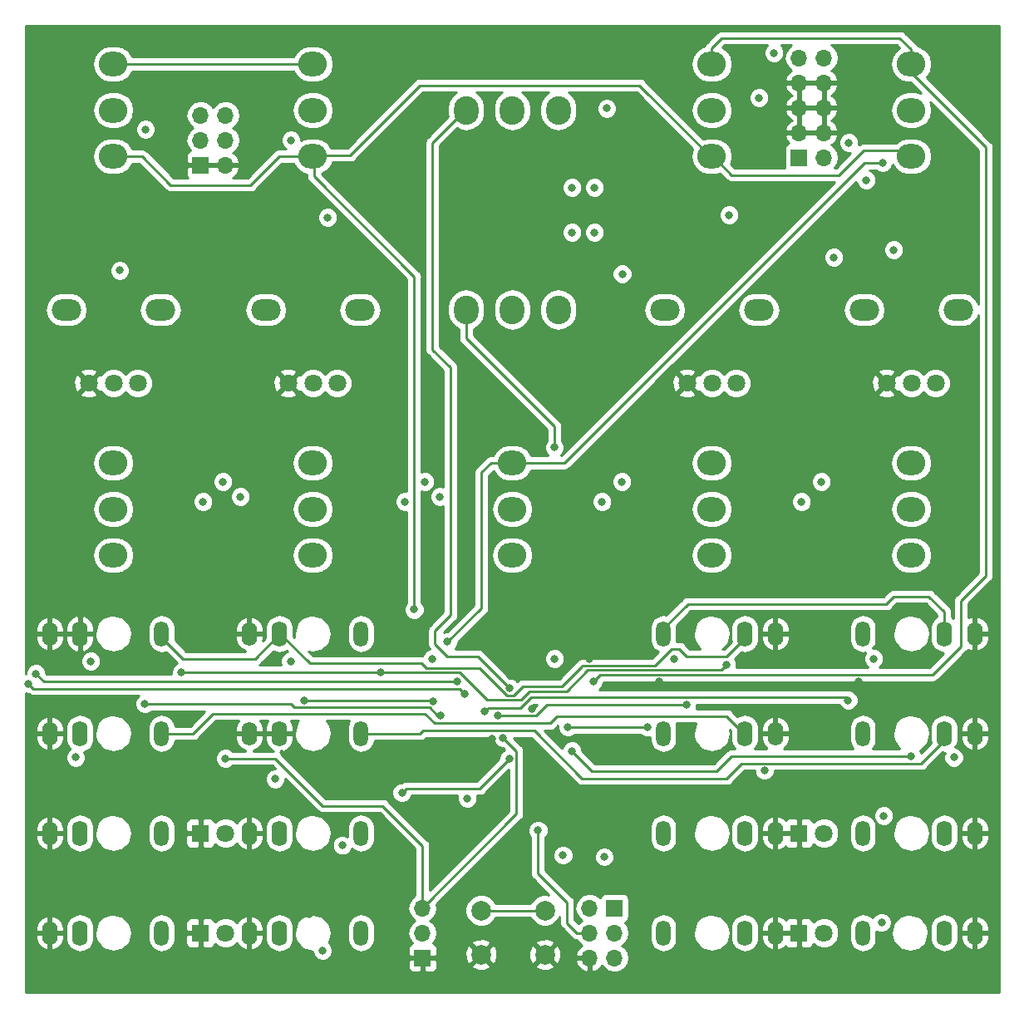
<source format=gbr>
G04 #@! TF.GenerationSoftware,KiCad,Pcbnew,5.0.2-bee76a0~70~ubuntu18.04.1*
G04 #@! TF.CreationDate,2018-12-31T19:04:56+08:00*
G04 #@! TF.ProjectId,Sequencer,53657175-656e-4636-9572-2e6b69636164,rev?*
G04 #@! TF.SameCoordinates,PX8d9e880PY6424e28*
G04 #@! TF.FileFunction,Copper,L1,Top*
G04 #@! TF.FilePolarity,Positive*
%FSLAX46Y46*%
G04 Gerber Fmt 4.6, Leading zero omitted, Abs format (unit mm)*
G04 Created by KiCad (PCBNEW 5.0.2-bee76a0~70~ubuntu18.04.1) date Mon Dec 31 19:04:56 2018*
%MOMM*%
%LPD*%
G01*
G04 APERTURE LIST*
G04 #@! TA.AperFunction,ComponentPad*
%ADD10C,2.000000*%
G04 #@! TD*
G04 #@! TA.AperFunction,ComponentPad*
%ADD11R,1.700000X1.700000*%
G04 #@! TD*
G04 #@! TA.AperFunction,ComponentPad*
%ADD12O,1.700000X1.700000*%
G04 #@! TD*
G04 #@! TA.AperFunction,ComponentPad*
%ADD13C,1.800000*%
G04 #@! TD*
G04 #@! TA.AperFunction,ComponentPad*
%ADD14R,1.800000X1.800000*%
G04 #@! TD*
G04 #@! TA.AperFunction,WasherPad*
%ADD15O,3.000000X2.200000*%
G04 #@! TD*
G04 #@! TA.AperFunction,ComponentPad*
%ADD16O,1.500000X2.600000*%
G04 #@! TD*
G04 #@! TA.AperFunction,ComponentPad*
%ADD17O,1.600000X2.400000*%
G04 #@! TD*
G04 #@! TA.AperFunction,ComponentPad*
%ADD18O,1.600000X2.600000*%
G04 #@! TD*
G04 #@! TA.AperFunction,ComponentPad*
%ADD19O,2.900000X2.500000*%
G04 #@! TD*
G04 #@! TA.AperFunction,ComponentPad*
%ADD20O,2.500000X2.900000*%
G04 #@! TD*
G04 #@! TA.AperFunction,ViaPad*
%ADD21C,0.800000*%
G04 #@! TD*
G04 #@! TA.AperFunction,Conductor*
%ADD22C,0.250000*%
G04 #@! TD*
G04 #@! TA.AperFunction,Conductor*
%ADD23C,0.254000*%
G04 #@! TD*
G04 APERTURE END LIST*
D10*
G04 #@! TO.P,SW1,2*
G04 #@! TO.N,GND*
X-3174560Y-45394320D03*
G04 #@! TO.P,SW1,1*
G04 #@! TO.N,Net-(J3-Pad5)*
X-3174560Y-40894320D03*
G04 #@! TO.P,SW1,2*
G04 #@! TO.N,GND*
X3325440Y-45394320D03*
G04 #@! TO.P,SW1,1*
G04 #@! TO.N,Net-(J3-Pad5)*
X3325440Y-40894320D03*
G04 #@! TD*
D11*
G04 #@! TO.P,J4,1*
G04 #@! TO.N,GND*
X-9143560Y-45720320D03*
D12*
G04 #@! TO.P,J4,2*
G04 #@! TO.N,Sense0*
X-9143560Y-43180320D03*
G04 #@! TO.P,J4,3*
G04 #@! TO.N,CV0*
X-9143560Y-40640320D03*
G04 #@! TD*
G04 #@! TO.P,J3,6*
G04 #@! TO.N,GND*
X7874440Y-45720320D03*
G04 #@! TO.P,J3,5*
G04 #@! TO.N,Net-(J3-Pad5)*
X10414440Y-45720320D03*
G04 #@! TO.P,J3,4*
G04 #@! TO.N,TRIG1*
X7874440Y-43180320D03*
G04 #@! TO.P,J3,3*
G04 #@! TO.N,TRIG3*
X10414440Y-43180320D03*
G04 #@! TO.P,J3,2*
G04 #@! TO.N,+5V*
X7874440Y-40640320D03*
D11*
G04 #@! TO.P,J3,1*
G04 #@! TO.N,TRIG2*
X10414440Y-40640320D03*
G04 #@! TD*
G04 #@! TO.P,J1,1*
G04 #@! TO.N,GND*
X-31749560Y35051980D03*
D12*
G04 #@! TO.P,J1,2*
X-29209560Y35051980D03*
G04 #@! TO.P,J1,3*
G04 #@! TO.N,SDA*
X-31749560Y37591980D03*
G04 #@! TO.P,J1,4*
G04 #@! TO.N,SCL*
X-29209560Y37591980D03*
G04 #@! TO.P,J1,5*
G04 #@! TO.N,+5V*
X-31749560Y40131980D03*
G04 #@! TO.P,J1,6*
X-29209560Y40131980D03*
G04 #@! TD*
D11*
G04 #@! TO.P,J2,1*
G04 #@! TO.N,Net-(D2-Pad1)*
X29210440Y35813980D03*
D12*
G04 #@! TO.P,J2,2*
X31750440Y35813980D03*
G04 #@! TO.P,J2,3*
G04 #@! TO.N,GND*
X29210440Y38353980D03*
G04 #@! TO.P,J2,4*
X31750440Y38353980D03*
G04 #@! TO.P,J2,5*
X29210440Y40893980D03*
G04 #@! TO.P,J2,6*
X31750440Y40893980D03*
G04 #@! TO.P,J2,7*
X29210440Y43433980D03*
G04 #@! TO.P,J2,8*
X31750440Y43433980D03*
G04 #@! TO.P,J2,9*
G04 #@! TO.N,Net-(D1-Pad2)*
X29210440Y45973980D03*
G04 #@! TO.P,J2,10*
X31750440Y45973980D03*
G04 #@! TD*
D13*
G04 #@! TO.P,D15,2*
G04 #@! TO.N,Net-(D15-Pad2)*
X31750440Y-43180320D03*
D14*
G04 #@! TO.P,D15,1*
G04 #@! TO.N,GND*
X29210440Y-43180320D03*
G04 #@! TD*
G04 #@! TO.P,D14,1*
G04 #@! TO.N,GND*
X29210440Y-33020320D03*
D13*
G04 #@! TO.P,D14,2*
G04 #@! TO.N,Net-(D14-Pad2)*
X31750440Y-33020320D03*
G04 #@! TD*
G04 #@! TO.P,D13,2*
G04 #@! TO.N,Net-(D13-Pad2)*
X-29209560Y-43180320D03*
D14*
G04 #@! TO.P,D13,1*
G04 #@! TO.N,GND*
X-31749560Y-43180320D03*
G04 #@! TD*
G04 #@! TO.P,D4,1*
G04 #@! TO.N,GND*
X-31749560Y-33020320D03*
D13*
G04 #@! TO.P,D4,2*
G04 #@! TO.N,Net-(D4-Pad2)*
X-29209560Y-33020320D03*
G04 #@! TD*
D15*
G04 #@! TO.P,RV2,*
G04 #@! TO.N,*
X-15519560Y20319980D03*
D13*
G04 #@! TO.P,RV2,3*
G04 #@! TO.N,GND*
X-22819560Y12819970D03*
G04 #@! TO.P,RV2,2*
G04 #@! TO.N,Net-(C13-Pad1)*
X-20279560Y12819970D03*
G04 #@! TO.P,RV2,1*
G04 #@! TO.N,+5V*
X-17819560Y12819970D03*
D15*
G04 #@! TO.P,RV2,*
G04 #@! TO.N,*
X-25119560Y20319980D03*
G04 #@! TD*
G04 #@! TO.P,RV3,*
G04 #@! TO.N,*
X15520440Y20319980D03*
D13*
G04 #@! TO.P,RV3,1*
G04 #@! TO.N,+5V*
X22820440Y12819970D03*
G04 #@! TO.P,RV3,2*
G04 #@! TO.N,Net-(C16-Pad1)*
X20360440Y12819970D03*
G04 #@! TO.P,RV3,3*
G04 #@! TO.N,GND*
X17820440Y12819970D03*
D15*
G04 #@! TO.P,RV3,*
G04 #@! TO.N,*
X25120440Y20319980D03*
G04 #@! TD*
G04 #@! TO.P,RV4,*
G04 #@! TO.N,*
X45440440Y20319980D03*
D13*
G04 #@! TO.P,RV4,3*
G04 #@! TO.N,GND*
X38140440Y12819970D03*
G04 #@! TO.P,RV4,2*
G04 #@! TO.N,Net-(C19-Pad1)*
X40680440Y12819970D03*
G04 #@! TO.P,RV4,1*
G04 #@! TO.N,+5V*
X43140440Y12819970D03*
D15*
G04 #@! TO.P,RV4,*
G04 #@! TO.N,*
X35840440Y20319980D03*
G04 #@! TD*
G04 #@! TO.P,RV1,*
G04 #@! TO.N,*
X-45439560Y20319980D03*
D13*
G04 #@! TO.P,RV1,1*
G04 #@! TO.N,+5V*
X-38139560Y12819970D03*
G04 #@! TO.P,RV1,2*
G04 #@! TO.N,Net-(C10-Pad1)*
X-40599560Y12819970D03*
G04 #@! TO.P,RV1,3*
G04 #@! TO.N,GND*
X-43139560Y12819970D03*
D15*
G04 #@! TO.P,RV1,*
G04 #@! TO.N,*
X-35839560Y20319980D03*
G04 #@! TD*
D16*
G04 #@! TO.P,J-Inv1,T*
G04 #@! TO.N,/DigitalIn/In*
X-35719560Y-22860320D03*
D17*
G04 #@! TO.P,J-Inv1,S*
G04 #@! TO.N,GND*
X-47119560Y-22860320D03*
D18*
G04 #@! TO.P,J-Inv1,TN*
G04 #@! TO.N,+5V*
X-44019560Y-22860320D03*
G04 #@! TD*
G04 #@! TO.P,J-Inv2,TN*
G04 #@! TO.N,GND*
X-23699560Y-22860320D03*
D17*
G04 #@! TO.P,J-Inv2,S*
X-26799560Y-22860320D03*
D16*
G04 #@! TO.P,J-Inv2,T*
G04 #@! TO.N,/sheet5C188821/In*
X-15399560Y-22860320D03*
G04 #@! TD*
G04 #@! TO.P,J-Inv3,T*
G04 #@! TO.N,/sheet5C192077/In*
X15400440Y-22860320D03*
D17*
G04 #@! TO.P,J-Inv3,S*
G04 #@! TO.N,GND*
X26800440Y-22860320D03*
D18*
G04 #@! TO.P,J-Inv3,TN*
G04 #@! TO.N,/DigitalIn/In*
X23700440Y-22860320D03*
G04 #@! TD*
G04 #@! TO.P,J-Inv4,TN*
G04 #@! TO.N,/sheet5C188821/In*
X44020440Y-22860320D03*
D17*
G04 #@! TO.P,J-Inv4,S*
G04 #@! TO.N,GND*
X47120440Y-22860320D03*
D16*
G04 #@! TO.P,J-Inv4,T*
G04 #@! TO.N,/sheet5C19208D/In*
X35720440Y-22860320D03*
G04 #@! TD*
G04 #@! TO.P,J-Inv5,T*
G04 #@! TO.N,/CVIn/In*
X-35719560Y-12700320D03*
D17*
G04 #@! TO.P,J-Inv5,S*
G04 #@! TO.N,GND*
X-47119560Y-12700320D03*
D18*
G04 #@! TO.P,J-Inv5,TN*
X-44019560Y-12700320D03*
G04 #@! TD*
G04 #@! TO.P,J-Inv6,TN*
G04 #@! TO.N,/CVIn/In*
X-23699560Y-12700320D03*
D17*
G04 #@! TO.P,J-Inv6,S*
G04 #@! TO.N,GND*
X-26799560Y-12700320D03*
D16*
G04 #@! TO.P,J-Inv6,T*
G04 #@! TO.N,/sheet5C14AC01/In*
X-15399560Y-12700320D03*
G04 #@! TD*
G04 #@! TO.P,J-Inv7,T*
G04 #@! TO.N,/sheet5C1536C4/In*
X15400440Y-12700320D03*
D17*
G04 #@! TO.P,J-Inv7,S*
G04 #@! TO.N,GND*
X26800440Y-12700320D03*
D18*
G04 #@! TO.P,J-Inv7,TN*
G04 #@! TO.N,/CVIn/In*
X23700440Y-12700320D03*
G04 #@! TD*
G04 #@! TO.P,J-Inv8,TN*
G04 #@! TO.N,/sheet5C1536C4/In*
X44020440Y-12700320D03*
D17*
G04 #@! TO.P,J-Inv8,S*
G04 #@! TO.N,GND*
X47120440Y-12700320D03*
D16*
G04 #@! TO.P,J-Inv8,T*
G04 #@! TO.N,/sheet5C1536DC/In*
X35720440Y-12700320D03*
G04 #@! TD*
G04 #@! TO.P,J-Inv9,T*
G04 #@! TO.N,/CVOut/Out*
X-35719560Y-33020320D03*
D17*
G04 #@! TO.P,J-Inv9,S*
G04 #@! TO.N,GND*
X-47119560Y-33020320D03*
D18*
G04 #@! TO.P,J-Inv9,TN*
G04 #@! TO.N,Net-(J-Inv9-PadTN)*
X-44019560Y-33020320D03*
G04 #@! TD*
G04 #@! TO.P,J-Inv10,TN*
G04 #@! TO.N,Net-(J-Inv10-PadTN)*
X-23699560Y-33020320D03*
D17*
G04 #@! TO.P,J-Inv10,S*
G04 #@! TO.N,GND*
X-26799560Y-33020320D03*
D16*
G04 #@! TO.P,J-Inv10,T*
G04 #@! TO.N,/DigitalOut/Out*
X-15399560Y-33020320D03*
G04 #@! TD*
G04 #@! TO.P,J-Inv11,T*
G04 #@! TO.N,/sheet5C230BC3/Out*
X-35719560Y-43180320D03*
D17*
G04 #@! TO.P,J-Inv11,S*
G04 #@! TO.N,GND*
X-47119560Y-43180320D03*
D18*
G04 #@! TO.P,J-Inv11,TN*
G04 #@! TO.N,Net-(J-Inv11-PadTN)*
X-44019560Y-43180320D03*
G04 #@! TD*
G04 #@! TO.P,J-Inv12,TN*
G04 #@! TO.N,Net-(J-Inv12-PadTN)*
X-23699560Y-43180320D03*
D17*
G04 #@! TO.P,J-Inv12,S*
G04 #@! TO.N,GND*
X-26799560Y-43180320D03*
D16*
G04 #@! TO.P,J-Inv12,T*
G04 #@! TO.N,/sheet5C230BAE/Out*
X-15399560Y-43180320D03*
G04 #@! TD*
G04 #@! TO.P,J-Inv13,T*
G04 #@! TO.N,/sheet5C25BE7D/Out*
X15400440Y-33020320D03*
D17*
G04 #@! TO.P,J-Inv13,S*
G04 #@! TO.N,GND*
X26800440Y-33020320D03*
D18*
G04 #@! TO.P,J-Inv13,TN*
G04 #@! TO.N,Net-(J-Inv13-PadTN)*
X23700440Y-33020320D03*
G04 #@! TD*
G04 #@! TO.P,J-Inv14,TN*
G04 #@! TO.N,Net-(J-Inv14-PadTN)*
X44020440Y-33020320D03*
D17*
G04 #@! TO.P,J-Inv14,S*
G04 #@! TO.N,GND*
X47120440Y-33020320D03*
D16*
G04 #@! TO.P,J-Inv14,T*
G04 #@! TO.N,/sheet5C25BE68/Out*
X35720440Y-33020320D03*
G04 #@! TD*
G04 #@! TO.P,J-Inv15,T*
G04 #@! TO.N,/sheet5C25BEB7/Out*
X15400440Y-43180320D03*
D17*
G04 #@! TO.P,J-Inv15,S*
G04 #@! TO.N,GND*
X26800440Y-43180320D03*
D18*
G04 #@! TO.P,J-Inv15,TN*
G04 #@! TO.N,Net-(J-Inv15-PadTN)*
X23700440Y-43180320D03*
G04 #@! TD*
G04 #@! TO.P,J-Inv16,TN*
G04 #@! TO.N,Net-(J-Inv16-PadTN)*
X44020440Y-43180320D03*
D17*
G04 #@! TO.P,J-Inv16,S*
G04 #@! TO.N,GND*
X47120440Y-43180320D03*
D16*
G04 #@! TO.P,J-Inv16,T*
G04 #@! TO.N,/sheet5C25BE94/Out*
X35720440Y-43180320D03*
G04 #@! TD*
D19*
G04 #@! TO.P,SW12,2*
G04 #@! TO.N,Net-(R102-Pad2)*
X40640440Y-320D03*
G04 #@! TO.P,SW12,3*
G04 #@! TO.N,Net-(R100-Pad2)*
X40640440Y4699680D03*
G04 #@! TO.P,SW12,1*
G04 #@! TO.N,Net-(R101-Pad1)*
X40640440Y-4700320D03*
G04 #@! TD*
G04 #@! TO.P,SW11,1*
G04 #@! TO.N,Net-(R83-Pad1)*
X20320440Y-4700320D03*
G04 #@! TO.P,SW11,3*
G04 #@! TO.N,Net-(R82-Pad2)*
X20320440Y4699680D03*
G04 #@! TO.P,SW11,2*
G04 #@! TO.N,Net-(R84-Pad2)*
X20320440Y-320D03*
G04 #@! TD*
G04 #@! TO.P,SW10,2*
G04 #@! TO.N,Net-(R66-Pad2)*
X-20319560Y-320D03*
G04 #@! TO.P,SW10,3*
G04 #@! TO.N,Net-(R64-Pad2)*
X-20319560Y4699680D03*
G04 #@! TO.P,SW10,1*
G04 #@! TO.N,Net-(R65-Pad1)*
X-20319560Y-4700320D03*
G04 #@! TD*
G04 #@! TO.P,SW9,1*
G04 #@! TO.N,Net-(R47-Pad1)*
X-40639560Y-4700320D03*
G04 #@! TO.P,SW9,3*
G04 #@! TO.N,Net-(R46-Pad2)*
X-40639560Y4699680D03*
G04 #@! TO.P,SW9,2*
G04 #@! TO.N,Net-(R48-Pad2)*
X-40639560Y-320D03*
G04 #@! TD*
G04 #@! TO.P,SW8,2*
G04 #@! TO.N,Net-(D12-Pad1)*
X440Y-320D03*
G04 #@! TO.P,SW8,3*
G04 #@! TO.N,Scan3*
X440Y4699680D03*
G04 #@! TO.P,SW8,1*
G04 #@! TO.N,Net-(SW8-Pad1)*
X440Y-4700320D03*
G04 #@! TD*
D20*
G04 #@! TO.P,SW7,1*
G04 #@! TO.N,Net-(SW7-Pad1)*
X4700440Y40639980D03*
G04 #@! TO.P,SW7,3*
G04 #@! TO.N,Scan2*
X-4699560Y40639980D03*
G04 #@! TO.P,SW7,2*
G04 #@! TO.N,Net-(D11-Pad1)*
X440Y40639980D03*
G04 #@! TD*
G04 #@! TO.P,SW6,2*
G04 #@! TO.N,Net-(D10-Pad1)*
X440Y20319980D03*
G04 #@! TO.P,SW6,3*
G04 #@! TO.N,Scan1*
X-4699560Y20319980D03*
G04 #@! TO.P,SW6,1*
G04 #@! TO.N,Scan0*
X4700440Y20319980D03*
G04 #@! TD*
D19*
G04 #@! TO.P,SW5,1*
G04 #@! TO.N,Sense0*
X40640440Y35939980D03*
G04 #@! TO.P,SW5,3*
G04 #@! TO.N,Sense1*
X40640440Y45339980D03*
G04 #@! TO.P,SW5,2*
G04 #@! TO.N,Net-(D9-Pad2)*
X40640440Y40639980D03*
G04 #@! TD*
G04 #@! TO.P,SW4,2*
G04 #@! TO.N,Net-(D8-Pad2)*
X20320440Y40639980D03*
G04 #@! TO.P,SW4,3*
G04 #@! TO.N,Sense1*
X20320440Y45339980D03*
G04 #@! TO.P,SW4,1*
G04 #@! TO.N,Sense0*
X20320440Y35939980D03*
G04 #@! TD*
G04 #@! TO.P,SW3,1*
G04 #@! TO.N,Sense0*
X-20319560Y35939980D03*
G04 #@! TO.P,SW3,3*
G04 #@! TO.N,Sense1*
X-20319560Y45339980D03*
G04 #@! TO.P,SW3,2*
G04 #@! TO.N,Net-(D7-Pad2)*
X-20319560Y40639980D03*
G04 #@! TD*
G04 #@! TO.P,SW2,2*
G04 #@! TO.N,Net-(D6-Pad2)*
X-40639560Y40639980D03*
G04 #@! TO.P,SW2,3*
G04 #@! TO.N,Sense1*
X-40639560Y45339980D03*
G04 #@! TO.P,SW2,1*
G04 #@! TO.N,Sense0*
X-40639560Y35939980D03*
G04 #@! TD*
D21*
G04 #@! TO.N,+5V*
X-24155060Y-27505120D03*
X37642940Y-42118220D03*
X9381240Y-35443020D03*
X5170840Y-35271720D03*
X11201940Y23958980D03*
X-19312860Y-44998620D03*
X-44475060Y-25310920D03*
X9626940Y40810880D03*
X-22540660Y37592580D03*
X44983940Y-25308520D03*
X-39979060Y24302080D03*
X-37363060Y38690880D03*
X-17306960Y-34265620D03*
X-4571560Y-29464320D03*
X4318440Y-15240320D03*
X-8127560Y-15240320D03*
X36830440Y-15240320D03*
X16510440Y-15240320D03*
X-42925560Y-15494320D03*
X-22580560Y-15519320D03*
X-18795560Y29717980D03*
X8382440Y28193980D03*
X6096440Y28193980D03*
X25703740Y-26633010D03*
X37846000Y-31242000D03*
G04 #@! TO.N,END1*
X-2796160Y-20632120D03*
X34227440Y-19474920D03*
G04 #@! TO.N,STA1*
X17780440Y-19979220D03*
X-1491660Y-21058820D03*
G04 #@! TO.N,VRef-10*
X21844440Y-15897720D03*
X-33715860Y-16640720D03*
X-13404960Y-16640720D03*
G04 #@! TO.N,END0*
X-8046460Y-19567420D03*
X-21147960Y-19491920D03*
G04 #@! TO.N,STA0*
X-7303060Y-21035220D03*
X-37406760Y-19844820D03*
G04 #@! TO.N,-12V*
X-29463560Y2793680D03*
X-8889560Y2793680D03*
X11176440Y2793680D03*
X31496440Y2793680D03*
X32766440Y25653980D03*
X38862440Y26415980D03*
X36068440Y33527980D03*
G04 #@! TO.N,RST1*
X40640000Y-25146000D03*
X6096000Y-24638000D03*
G04 #@! TO.N,CLK1*
X5669740Y-22203820D03*
X13752440Y-22203820D03*
G04 #@! TO.N,CV0*
X-922260Y-23284520D03*
X-29210000Y-25400000D03*
G04 #@! TO.N,+12V*
X-31495560Y761680D03*
X-10921560Y761680D03*
X9144440Y761680D03*
X29464440Y761680D03*
X8382440Y32765980D03*
X6096440Y32765980D03*
X22098440Y29971980D03*
X25146440Y41909980D03*
X-27686000Y1270000D03*
X-7366000Y1270000D03*
G04 #@! TO.N,TRIG0*
X-313460Y-25455720D03*
X-11225260Y-28898820D03*
G04 #@! TO.N,TRIG1*
X2634440Y-32734820D03*
G04 #@! TO.N,SDA*
X-49275960Y-17780320D03*
X-4830560Y-18800320D03*
G04 #@! TO.N,SCL*
X-48513960Y-16764320D03*
X-5587560Y-17563320D03*
G04 #@! TO.N,Net-(D2-Pad1)*
X34290440Y37337980D03*
G04 #@! TO.N,Net-(D1-Pad2)*
X26670440Y46481980D03*
G04 #@! TO.N,Sense1*
X8239840Y-17564720D03*
G04 #@! TO.N,Sense0*
X-9976060Y-10238020D03*
G04 #@! TO.N,Scan1*
X4303740Y6266880D03*
G04 #@! TO.N,Scan2*
X-284160Y-18221820D03*
G04 #@! TO.N,Scan3*
X-6586760Y-13540320D03*
X37742440Y35289680D03*
G04 #@! TO.N,GND*
X-3810000Y30480000D03*
X0Y30480000D03*
X14960940Y-17601520D03*
X5186940Y-29965820D03*
X-25171060Y-4896920D03*
X12979940Y-7686220D03*
X3276940Y-4888020D03*
X-4851060Y-4941620D03*
X38624440Y-20908920D03*
X11429940Y-4896020D03*
X-45526660Y-39648620D03*
X24663940Y-28385220D03*
X-21724160Y25055780D03*
X41833740Y-41348920D03*
X23596940Y-2716020D03*
X-26234660Y-9522620D03*
X-29235060Y-4888820D03*
X15468940Y-2413320D03*
X19532940Y17078980D03*
X28727940Y-15418820D03*
X12979940Y8762980D03*
X-24155060Y-15422820D03*
X33507940Y-5504520D03*
X20320440Y24464480D03*
X-9931060Y-27494720D03*
X-44475060Y-28377720D03*
X44983940Y-8312420D03*
X35280940Y-17606620D03*
X23596940Y6288380D03*
X-8915060Y-4898120D03*
X-27660060Y8701080D03*
X-25171060Y3286280D03*
X-34772060Y-10479320D03*
X-41427060Y17082280D03*
X41833740Y-31215020D03*
X32672440Y28909680D03*
X24663940Y-40710920D03*
X17250940Y-22189120D03*
X3458940Y-10482220D03*
X-4851060Y-10474720D03*
X-14452060Y-10478220D03*
X42045540Y29765280D03*
X-45572360Y-16424220D03*
X-21107060Y17100580D03*
X31724940Y-4929520D03*
X39852940Y17086880D03*
X-7340060Y8762980D03*
X35788940Y-2098120D03*
X33299940Y8762980D03*
X-35788060Y-1851120D03*
X-27660060Y-5510720D03*
X-15468060Y-2413320D03*
X-39214560Y30131180D03*
X-20657560Y-41272520D03*
X-21512860Y-44985620D03*
X5918140Y29927480D03*
X-8127560Y-29464320D03*
X7874440Y-15240320D03*
X-2031560Y-23368320D03*
X2032440Y-20320320D03*
X-38861560Y-10160320D03*
X-18541560Y-10160320D03*
X2794000Y762000D03*
X20962452Y-8672990D03*
X41237288Y-10017149D03*
X-38608000Y-24892000D03*
X-21844000Y-34544000D03*
X-22098000Y-31750000D03*
X-3810000Y32385000D03*
X0Y32385000D03*
X0Y28575000D03*
X-3810000Y28575000D03*
X-1905000Y32385000D03*
X-1905000Y30480000D03*
X-1905000Y28575000D03*
X11176000Y31750000D03*
X11214198Y29125990D03*
X-17526000Y-24892000D03*
X19050000Y-36576000D03*
G04 #@! TD*
D22*
G04 #@! TO.N,END1*
X-2796160Y-20632120D02*
X-2407160Y-20243120D01*
X-2407160Y-20243120D02*
X856140Y-20243120D01*
X856140Y-20243120D02*
X1899740Y-19199520D01*
X1899740Y-19199520D02*
X33952040Y-19199520D01*
X33952040Y-19199520D02*
X34227440Y-19474920D01*
G04 #@! TO.N,STA1*
X17780440Y-19979220D02*
X3552740Y-19979220D01*
X3552740Y-19979220D02*
X2473140Y-21058820D01*
X2473140Y-21058820D02*
X-1491660Y-21058820D01*
G04 #@! TO.N,VRef-10*
X-13404960Y-16640720D02*
X-33715860Y-16640720D01*
X-2537860Y-19447420D02*
X-5344560Y-16640720D01*
X21318040Y-16424120D02*
X7705880Y-16424120D01*
X21844440Y-15897720D02*
X21318040Y-16424120D01*
X-5344560Y-16640720D02*
X-13404960Y-16640720D01*
X7705880Y-16424120D02*
X5572640Y-18557360D01*
X887940Y-19447420D02*
X-2537860Y-19447420D01*
X5572640Y-18557360D02*
X1778000Y-18557360D01*
X1778000Y-18557360D02*
X887940Y-19447420D01*
G04 #@! TO.N,END0*
X-21147960Y-19491920D02*
X-8121960Y-19491920D01*
X-8121960Y-19491920D02*
X-8046460Y-19567420D01*
G04 #@! TO.N,STA0*
X-7604360Y-21035220D02*
X-7303060Y-21035220D01*
X-22200780Y-20217220D02*
X-8422360Y-20217220D01*
X-37406760Y-19844820D02*
X-22573180Y-19844820D01*
X-8422360Y-20217220D02*
X-7604360Y-21035220D01*
X-22573180Y-19844820D02*
X-22200780Y-20217220D01*
G04 #@! TO.N,RST1*
X8128000Y-26670000D02*
X6096000Y-24638000D01*
X20828000Y-26670000D02*
X8128000Y-26670000D01*
X40640000Y-25146000D02*
X22352000Y-25146000D01*
X22352000Y-25146000D02*
X20828000Y-26670000D01*
G04 #@! TO.N,CLK1*
X13752440Y-22203820D02*
X5669740Y-22203820D01*
G04 #@! TO.N,CV0*
X-9143560Y-40639560D02*
X-9143560Y-40640320D01*
X432840Y-31063160D02*
X-9143560Y-40639560D01*
X-922260Y-23284520D02*
X432840Y-24639620D01*
X432840Y-24639620D02*
X432840Y-31063160D01*
X-29210000Y-25400000D02*
X-24130000Y-25400000D01*
X-24130000Y-25400000D02*
X-19304000Y-30226000D01*
X-19304000Y-30226000D02*
X-13208000Y-30226000D01*
X-9143560Y-34290440D02*
X-9143560Y-40640320D01*
X-13208000Y-30226000D02*
X-9143560Y-34290440D01*
G04 #@! TO.N,TRIG0*
X-3305740Y-28448000D02*
X-313460Y-25455720D01*
X-11225260Y-28898820D02*
X-10774440Y-28448000D01*
X-10774440Y-28448000D02*
X-3305740Y-28448000D01*
G04 #@! TO.N,TRIG1*
X2634440Y-37132320D02*
X2634440Y-32734820D01*
X5588000Y-40085880D02*
X2634440Y-37132320D01*
X5588000Y-42164000D02*
X5588000Y-40085880D01*
X7874440Y-43180320D02*
X6604320Y-43180320D01*
X6604320Y-43180320D02*
X5588000Y-42164000D01*
G04 #@! TO.N,SDA*
X-4830560Y-18800320D02*
X-5343560Y-18288320D01*
X-5343560Y-18288320D02*
X-48767960Y-18288320D01*
X-48767960Y-18288320D02*
X-49275960Y-17780320D01*
G04 #@! TO.N,SCL*
X-48513960Y-16764320D02*
X-47714560Y-17563320D01*
X-47714560Y-17563320D02*
X-5587560Y-17563320D01*
G04 #@! TO.N,Sense1*
X-20319560Y45339980D02*
X-40639560Y45339980D01*
X20320440Y46990440D02*
X20320440Y45339980D01*
X21336000Y48006000D02*
X20320440Y46990440D01*
X39474420Y48006000D02*
X21336000Y48006000D01*
X40640440Y45339980D02*
X40640440Y46839980D01*
X40640440Y46839980D02*
X39474420Y48006000D01*
X42815480Y-16874520D02*
X8930040Y-16874520D01*
X39752840Y45339980D02*
X48260000Y36832820D01*
X48260000Y36832820D02*
X48260000Y-6772860D01*
X8930040Y-16874520D02*
X8239840Y-17564720D01*
X40640440Y45339980D02*
X39752840Y45339980D01*
X45720000Y-13970000D02*
X42815480Y-16874520D01*
X48260000Y-6772860D02*
X45720000Y-9312860D01*
X45720000Y-9312860D02*
X45720000Y-13970000D01*
G04 #@! TO.N,Sense0*
X20194020Y35939980D02*
X12954000Y43180000D01*
X20320440Y35939980D02*
X20194020Y35939980D01*
X-20194020Y35939980D02*
X-20319560Y35939980D01*
X12954000Y43180000D02*
X-9398000Y43180000D01*
X-9398000Y43180000D02*
X-16510000Y36068000D01*
X-16510000Y36068000D02*
X-20066000Y36068000D01*
X-20066000Y36068000D02*
X-20194020Y35939980D01*
X-37717980Y35939980D02*
X-40639560Y35939980D01*
X-20319560Y35939980D02*
X-23750020Y35939980D01*
X-34798000Y33020000D02*
X-37717980Y35939980D01*
X-26670000Y33020000D02*
X-34798000Y33020000D01*
X-23750020Y35939980D02*
X-26670000Y33020000D01*
X40640440Y36067560D02*
X40132000Y36576000D01*
X20448020Y35939980D02*
X20320440Y35939980D01*
X40640440Y35939980D02*
X40640440Y36067560D01*
X33274000Y34036000D02*
X22352000Y34036000D01*
X35814000Y36576000D02*
X33274000Y34036000D01*
X40132000Y36576000D02*
X35814000Y36576000D01*
X22352000Y34036000D02*
X20448020Y35939980D01*
X-20193580Y33909580D02*
X-9976060Y23692060D01*
X-9976060Y23692060D02*
X-9976060Y-10238020D01*
X-20319560Y35939980D02*
X-20193580Y35814000D01*
X-20193580Y35814000D02*
X-20193580Y33909580D01*
G04 #@! TO.N,Net-(J3-Pad5)*
X3325440Y-40894320D02*
X-3174560Y-40894320D01*
G04 #@! TO.N,Scan1*
X4303740Y6266880D02*
X4303740Y8396260D01*
X-4699560Y17399560D02*
X-4699560Y20319980D01*
X4303740Y8396260D02*
X-4699560Y17399560D01*
G04 #@! TO.N,Scan2*
X-4826020Y40639980D02*
X-4699560Y40639980D01*
X-8128000Y37338000D02*
X-4826020Y40639980D01*
X-6274860Y14402860D02*
X-8128000Y16256000D01*
X-284160Y-18221820D02*
X-3519980Y-14986000D01*
X-6604000Y-14986000D02*
X-7874000Y-13716000D01*
X-7874000Y-13716000D02*
X-7874000Y-12401160D01*
X-8128000Y16256000D02*
X-8128000Y37338000D01*
X-7874000Y-12401160D02*
X-6274860Y-10802020D01*
X-3519980Y-14986000D02*
X-6604000Y-14986000D01*
X-6274860Y-10802020D02*
X-6274860Y14402860D01*
G04 #@! TO.N,Scan3*
X5307240Y4699680D02*
X440Y4699680D01*
X35897240Y35289680D02*
X5307240Y4699680D01*
X37742440Y35289680D02*
X35897240Y35289680D01*
X-2158320Y4699680D02*
X440Y4699680D01*
X-6586760Y-13540320D02*
X-3124160Y-10077720D01*
X-3124160Y3733840D02*
X-2158320Y4699680D01*
X-3124160Y-10077720D02*
X-3124160Y3733840D01*
G04 #@! TO.N,/sheet5C188821/In*
X-9398320Y-22860320D02*
X-15399560Y-22860320D01*
X-9097220Y-22559220D02*
X-9398320Y-22860320D01*
X2239220Y-22559220D02*
X-9097220Y-22559220D01*
X44020440Y-22860320D02*
X44020440Y-23543560D01*
X44020440Y-23543560D02*
X41656000Y-25908000D01*
X41656000Y-25908000D02*
X23368000Y-25908000D01*
X21844000Y-27432000D02*
X7112000Y-27432000D01*
X23368000Y-25908000D02*
X21844000Y-27432000D01*
X7112000Y-27432000D02*
X2239220Y-22559220D01*
G04 #@! TO.N,/DigitalIn/In*
X-32512320Y-22860320D02*
X-35719560Y-22860320D01*
X-30480000Y-20828000D02*
X-32512320Y-22860320D01*
X-8905980Y-20828000D02*
X-30480000Y-20828000D01*
X23700440Y-22860320D02*
X23622320Y-22860320D01*
X21844000Y-21082000D02*
X4572000Y-21082000D01*
X4572000Y-21082000D02*
X3844980Y-21809020D01*
X-7924960Y-21809020D02*
X-8905980Y-20828000D01*
X23622320Y-22860320D02*
X21844000Y-21082000D01*
X3844980Y-21809020D02*
X-7924960Y-21809020D01*
G04 #@! TO.N,/sheet5C1536C4/In*
X15400440Y-12150320D02*
X15400440Y-12700320D01*
X44020440Y-10492440D02*
X42418000Y-8890000D01*
X44020440Y-12700320D02*
X44020440Y-10492440D01*
X38100000Y-9652000D02*
X17898760Y-9652000D01*
X42418000Y-8890000D02*
X38862000Y-8890000D01*
X38862000Y-8890000D02*
X38100000Y-9652000D01*
X17898760Y-9652000D02*
X15400440Y-12150320D01*
G04 #@! TO.N,/CVIn/In*
X-20581580Y-15740420D02*
X-23621680Y-12700320D01*
X-9206560Y-15740420D02*
X-20581580Y-15740420D01*
X-8770360Y-16176620D02*
X-9206560Y-15740420D01*
X-23621680Y-12700320D02*
X-23699560Y-12700320D01*
X-534860Y-18997020D02*
X-3355260Y-16176620D01*
X150340Y-18997020D02*
X-534860Y-18997020D01*
X23700440Y-13129560D02*
X21844000Y-14986000D01*
X23700440Y-12700320D02*
X23700440Y-13129560D01*
X17018000Y-14224000D02*
X16256000Y-14224000D01*
X-3355260Y-16176620D02*
X-8770360Y-16176620D01*
X21844000Y-14986000D02*
X17780000Y-14986000D01*
X17780000Y-14986000D02*
X17018000Y-14224000D01*
X16256000Y-14224000D02*
X14506180Y-15973820D01*
X-35719560Y-13048440D02*
X-35719560Y-12700320D01*
X-33528000Y-15240000D02*
X-35719560Y-13048440D01*
X-26162000Y-15240000D02*
X-33528000Y-15240000D01*
X-23699560Y-12700320D02*
X-23699560Y-12777560D01*
X-23699560Y-12777560D02*
X-26162000Y-15240000D01*
X7112000Y-15973820D02*
X7112000Y-16002000D01*
X14506180Y-15973820D02*
X7112000Y-15973820D01*
X5080000Y-18034000D02*
X1113360Y-18034000D01*
X7112000Y-16002000D02*
X5080000Y-18034000D01*
X1113360Y-18034000D02*
X150340Y-18997020D01*
G04 #@! TD*
D23*
G04 #@! TO.N,GND*
G36*
X49567540Y-49259920D02*
X-49562460Y-49259920D01*
X-49562460Y-43307320D01*
X-48554560Y-43307320D01*
X-48554560Y-43707320D01*
X-48396726Y-44246803D01*
X-48044456Y-44684820D01*
X-47551379Y-44954687D01*
X-47468599Y-44972224D01*
X-47246560Y-44850235D01*
X-47246560Y-43307320D01*
X-46992560Y-43307320D01*
X-46992560Y-44850235D01*
X-46770521Y-44972224D01*
X-46687741Y-44954687D01*
X-46194664Y-44684820D01*
X-45842394Y-44246803D01*
X-45684560Y-43707320D01*
X-45684560Y-43307320D01*
X-46992560Y-43307320D01*
X-47246560Y-43307320D01*
X-48554560Y-43307320D01*
X-49562460Y-43307320D01*
X-49562460Y-42653320D01*
X-48554560Y-42653320D01*
X-48554560Y-43053320D01*
X-47246560Y-43053320D01*
X-47246560Y-41510405D01*
X-46992560Y-41510405D01*
X-46992560Y-43053320D01*
X-45684560Y-43053320D01*
X-45684560Y-42653320D01*
X-45718009Y-42538987D01*
X-45454560Y-42538987D01*
X-45454560Y-43821652D01*
X-45371300Y-44240228D01*
X-45054137Y-44714896D01*
X-44579469Y-45032060D01*
X-44019560Y-45143433D01*
X-43459652Y-45032060D01*
X-42984984Y-44714897D01*
X-42667820Y-44240229D01*
X-42584560Y-43821653D01*
X-42584560Y-43200879D01*
X-42543272Y-43200879D01*
X-42416272Y-43962879D01*
X-42388564Y-44023303D01*
X-41753564Y-44785303D01*
X-41731607Y-44806042D01*
X-41686802Y-44827208D01*
X-40670802Y-45081208D01*
X-40619121Y-45083272D01*
X-39857121Y-44956272D01*
X-39796697Y-44928564D01*
X-39034697Y-44293564D01*
X-39013958Y-44271607D01*
X-38992792Y-44226802D01*
X-38738792Y-43210802D01*
X-38736728Y-43159121D01*
X-38847596Y-42493913D01*
X-37104560Y-42493913D01*
X-37104560Y-43866726D01*
X-37024201Y-44270719D01*
X-36718089Y-44728848D01*
X-36259960Y-45034961D01*
X-35719560Y-45142453D01*
X-35179161Y-45034961D01*
X-34721032Y-44728849D01*
X-34414919Y-44270720D01*
X-34334560Y-43866727D01*
X-34334560Y-43466070D01*
X-33284560Y-43466070D01*
X-33284560Y-44206630D01*
X-33187887Y-44440019D01*
X-33009258Y-44618647D01*
X-32775869Y-44715320D01*
X-32035310Y-44715320D01*
X-31876560Y-44556570D01*
X-31876560Y-43307320D01*
X-33125810Y-43307320D01*
X-33284560Y-43466070D01*
X-34334560Y-43466070D01*
X-34334560Y-42493913D01*
X-34402170Y-42154010D01*
X-33284560Y-42154010D01*
X-33284560Y-42894570D01*
X-33125810Y-43053320D01*
X-31876560Y-43053320D01*
X-31876560Y-41804070D01*
X-31622560Y-41804070D01*
X-31622560Y-43053320D01*
X-31602560Y-43053320D01*
X-31602560Y-43307320D01*
X-31622560Y-43307320D01*
X-31622560Y-44556570D01*
X-31463810Y-44715320D01*
X-30723251Y-44715320D01*
X-30489862Y-44618647D01*
X-30311233Y-44440019D01*
X-30255421Y-44305276D01*
X-30079067Y-44481630D01*
X-29514890Y-44715320D01*
X-28904230Y-44715320D01*
X-28340053Y-44481630D01*
X-28083177Y-44224754D01*
X-28076726Y-44246803D01*
X-27724456Y-44684820D01*
X-27231379Y-44954687D01*
X-27148599Y-44972224D01*
X-26926560Y-44850235D01*
X-26926560Y-43307320D01*
X-26672560Y-43307320D01*
X-26672560Y-44850235D01*
X-26450521Y-44972224D01*
X-26367741Y-44954687D01*
X-25874664Y-44684820D01*
X-25522394Y-44246803D01*
X-25364560Y-43707320D01*
X-25364560Y-43307320D01*
X-26672560Y-43307320D01*
X-26926560Y-43307320D01*
X-26946560Y-43307320D01*
X-26946560Y-43053320D01*
X-26926560Y-43053320D01*
X-26926560Y-41510405D01*
X-26672560Y-41510405D01*
X-26672560Y-43053320D01*
X-25364560Y-43053320D01*
X-25364560Y-42653320D01*
X-25398009Y-42538987D01*
X-25134560Y-42538987D01*
X-25134560Y-43821652D01*
X-25051300Y-44240228D01*
X-24734137Y-44714896D01*
X-24259469Y-45032060D01*
X-23699560Y-45143433D01*
X-23139652Y-45032060D01*
X-22664984Y-44714897D01*
X-22347820Y-44240229D01*
X-22264560Y-43821653D01*
X-22264560Y-43200879D01*
X-22223272Y-43200879D01*
X-22096272Y-43962879D01*
X-22068564Y-44023303D01*
X-21433564Y-44785303D01*
X-21411607Y-44806042D01*
X-21366802Y-44827208D01*
X-20350802Y-45081208D01*
X-20347860Y-45081325D01*
X-20347860Y-45204494D01*
X-20190291Y-45584900D01*
X-19899140Y-45876051D01*
X-19518734Y-46033620D01*
X-19106986Y-46033620D01*
X-19040475Y-46006070D01*
X-10628560Y-46006070D01*
X-10628560Y-46696630D01*
X-10531887Y-46930019D01*
X-10353258Y-47108647D01*
X-10119869Y-47205320D01*
X-9429310Y-47205320D01*
X-9270560Y-47046570D01*
X-9270560Y-45847320D01*
X-9016560Y-45847320D01*
X-9016560Y-47046570D01*
X-8857810Y-47205320D01*
X-8167251Y-47205320D01*
X-7933862Y-47108647D01*
X-7755233Y-46930019D01*
X-7658560Y-46696630D01*
X-7658560Y-46546852D01*
X-4147487Y-46546852D01*
X-4048824Y-46813707D01*
X-3439099Y-47040228D01*
X-2789100Y-47016176D01*
X-2300296Y-46813707D01*
X-2201633Y-46546852D01*
X2352513Y-46546852D01*
X2451176Y-46813707D01*
X3060901Y-47040228D01*
X3710900Y-47016176D01*
X4199704Y-46813707D01*
X4298367Y-46546852D01*
X3325440Y-45573925D01*
X2352513Y-46546852D01*
X-2201633Y-46546852D01*
X-3174560Y-45573925D01*
X-4147487Y-46546852D01*
X-7658560Y-46546852D01*
X-7658560Y-46006070D01*
X-7817310Y-45847320D01*
X-9016560Y-45847320D01*
X-9270560Y-45847320D01*
X-10469810Y-45847320D01*
X-10628560Y-46006070D01*
X-19040475Y-46006070D01*
X-18726580Y-45876051D01*
X-18435429Y-45584900D01*
X-18277860Y-45204494D01*
X-18277860Y-44792746D01*
X-18435429Y-44412340D01*
X-18662427Y-44185342D01*
X-18418792Y-43210802D01*
X-18416728Y-43159121D01*
X-18527596Y-42493913D01*
X-16784560Y-42493913D01*
X-16784560Y-43866726D01*
X-16704201Y-44270719D01*
X-16398089Y-44728848D01*
X-15939960Y-45034961D01*
X-15399560Y-45142453D01*
X-14859161Y-45034961D01*
X-14401032Y-44728849D01*
X-14094919Y-44270720D01*
X-14014560Y-43866727D01*
X-14014560Y-42493913D01*
X-14094919Y-42089920D01*
X-14401031Y-41631791D01*
X-14859160Y-41325679D01*
X-15399560Y-41218187D01*
X-15939959Y-41325679D01*
X-16398088Y-41631791D01*
X-16704201Y-42089920D01*
X-16784560Y-42493913D01*
X-18527596Y-42493913D01*
X-18543728Y-42397121D01*
X-18571436Y-42336697D01*
X-19206436Y-41574697D01*
X-19228393Y-41553958D01*
X-19273198Y-41532792D01*
X-20289198Y-41278792D01*
X-20320000Y-41275000D01*
X-20574000Y-41275000D01*
X-20614161Y-41281517D01*
X-21376161Y-41535517D01*
X-21425803Y-41566197D01*
X-21933803Y-42074197D01*
X-21967208Y-42133198D01*
X-22221208Y-43149198D01*
X-22223272Y-43200879D01*
X-22264560Y-43200879D01*
X-22264560Y-42538987D01*
X-22347820Y-42120411D01*
X-22664983Y-41645743D01*
X-23139651Y-41328580D01*
X-23699560Y-41217207D01*
X-24259468Y-41328580D01*
X-24734136Y-41645743D01*
X-25051300Y-42120411D01*
X-25134560Y-42538987D01*
X-25398009Y-42538987D01*
X-25522394Y-42113837D01*
X-25874664Y-41675820D01*
X-26367741Y-41405953D01*
X-26450521Y-41388416D01*
X-26672560Y-41510405D01*
X-26926560Y-41510405D01*
X-27148599Y-41388416D01*
X-27231379Y-41405953D01*
X-27724456Y-41675820D01*
X-28076726Y-42113837D01*
X-28083177Y-42135886D01*
X-28340053Y-41879010D01*
X-28904230Y-41645320D01*
X-29514890Y-41645320D01*
X-30079067Y-41879010D01*
X-30255421Y-42055364D01*
X-30311233Y-41920621D01*
X-30489862Y-41741993D01*
X-30723251Y-41645320D01*
X-31463810Y-41645320D01*
X-31622560Y-41804070D01*
X-31876560Y-41804070D01*
X-32035310Y-41645320D01*
X-32775869Y-41645320D01*
X-33009258Y-41741993D01*
X-33187887Y-41920621D01*
X-33284560Y-42154010D01*
X-34402170Y-42154010D01*
X-34414919Y-42089920D01*
X-34721031Y-41631791D01*
X-35179160Y-41325679D01*
X-35719560Y-41218187D01*
X-36259959Y-41325679D01*
X-36718088Y-41631791D01*
X-37024201Y-42089920D01*
X-37104560Y-42493913D01*
X-38847596Y-42493913D01*
X-38863728Y-42397121D01*
X-38891436Y-42336697D01*
X-39526436Y-41574697D01*
X-39548393Y-41553958D01*
X-39593198Y-41532792D01*
X-40609198Y-41278792D01*
X-40640000Y-41275000D01*
X-40894000Y-41275000D01*
X-40934161Y-41281517D01*
X-41696161Y-41535517D01*
X-41745803Y-41566197D01*
X-42253803Y-42074197D01*
X-42287208Y-42133198D01*
X-42541208Y-43149198D01*
X-42543272Y-43200879D01*
X-42584560Y-43200879D01*
X-42584560Y-42538987D01*
X-42667820Y-42120411D01*
X-42984983Y-41645743D01*
X-43459651Y-41328580D01*
X-44019560Y-41217207D01*
X-44579468Y-41328580D01*
X-45054136Y-41645743D01*
X-45371300Y-42120411D01*
X-45454560Y-42538987D01*
X-45718009Y-42538987D01*
X-45842394Y-42113837D01*
X-46194664Y-41675820D01*
X-46687741Y-41405953D01*
X-46770521Y-41388416D01*
X-46992560Y-41510405D01*
X-47246560Y-41510405D01*
X-47468599Y-41388416D01*
X-47551379Y-41405953D01*
X-48044456Y-41675820D01*
X-48396726Y-42113837D01*
X-48554560Y-42653320D01*
X-49562460Y-42653320D01*
X-49562460Y-33147320D01*
X-48554560Y-33147320D01*
X-48554560Y-33547320D01*
X-48396726Y-34086803D01*
X-48044456Y-34524820D01*
X-47551379Y-34794687D01*
X-47468599Y-34812224D01*
X-47246560Y-34690235D01*
X-47246560Y-33147320D01*
X-46992560Y-33147320D01*
X-46992560Y-34690235D01*
X-46770521Y-34812224D01*
X-46687741Y-34794687D01*
X-46194664Y-34524820D01*
X-45842394Y-34086803D01*
X-45684560Y-33547320D01*
X-45684560Y-33147320D01*
X-46992560Y-33147320D01*
X-47246560Y-33147320D01*
X-48554560Y-33147320D01*
X-49562460Y-33147320D01*
X-49562460Y-32493320D01*
X-48554560Y-32493320D01*
X-48554560Y-32893320D01*
X-47246560Y-32893320D01*
X-47246560Y-31350405D01*
X-46992560Y-31350405D01*
X-46992560Y-32893320D01*
X-45684560Y-32893320D01*
X-45684560Y-32493320D01*
X-45718009Y-32378987D01*
X-45454560Y-32378987D01*
X-45454560Y-33661652D01*
X-45371300Y-34080228D01*
X-45054137Y-34554896D01*
X-44579469Y-34872060D01*
X-44019560Y-34983433D01*
X-43459652Y-34872060D01*
X-42984984Y-34554897D01*
X-42667820Y-34080229D01*
X-42584560Y-33661653D01*
X-42584560Y-33040879D01*
X-42543272Y-33040879D01*
X-42416272Y-33802879D01*
X-42388564Y-33863303D01*
X-41753564Y-34625303D01*
X-41731607Y-34646042D01*
X-41686802Y-34667208D01*
X-40670802Y-34921208D01*
X-40619121Y-34923272D01*
X-39857121Y-34796272D01*
X-39796697Y-34768564D01*
X-39034697Y-34133564D01*
X-39013958Y-34111607D01*
X-38992792Y-34066802D01*
X-38738792Y-33050802D01*
X-38736728Y-32999121D01*
X-38847596Y-32333913D01*
X-37104560Y-32333913D01*
X-37104560Y-33706726D01*
X-37024201Y-34110719D01*
X-36718089Y-34568848D01*
X-36259960Y-34874961D01*
X-35719560Y-34982453D01*
X-35179161Y-34874961D01*
X-34721032Y-34568849D01*
X-34414919Y-34110720D01*
X-34334560Y-33706727D01*
X-34334560Y-33306070D01*
X-33284560Y-33306070D01*
X-33284560Y-34046630D01*
X-33187887Y-34280019D01*
X-33009258Y-34458647D01*
X-32775869Y-34555320D01*
X-32035310Y-34555320D01*
X-31876560Y-34396570D01*
X-31876560Y-33147320D01*
X-33125810Y-33147320D01*
X-33284560Y-33306070D01*
X-34334560Y-33306070D01*
X-34334560Y-32333913D01*
X-34402170Y-31994010D01*
X-33284560Y-31994010D01*
X-33284560Y-32734570D01*
X-33125810Y-32893320D01*
X-31876560Y-32893320D01*
X-31876560Y-31644070D01*
X-31622560Y-31644070D01*
X-31622560Y-32893320D01*
X-31602560Y-32893320D01*
X-31602560Y-33147320D01*
X-31622560Y-33147320D01*
X-31622560Y-34396570D01*
X-31463810Y-34555320D01*
X-30723251Y-34555320D01*
X-30489862Y-34458647D01*
X-30311233Y-34280019D01*
X-30255421Y-34145276D01*
X-30079067Y-34321630D01*
X-29514890Y-34555320D01*
X-28904230Y-34555320D01*
X-28340053Y-34321630D01*
X-28083177Y-34064754D01*
X-28076726Y-34086803D01*
X-27724456Y-34524820D01*
X-27231379Y-34794687D01*
X-27148599Y-34812224D01*
X-26926560Y-34690235D01*
X-26926560Y-33147320D01*
X-26672560Y-33147320D01*
X-26672560Y-34690235D01*
X-26450521Y-34812224D01*
X-26367741Y-34794687D01*
X-25874664Y-34524820D01*
X-25522394Y-34086803D01*
X-25364560Y-33547320D01*
X-25364560Y-33147320D01*
X-26672560Y-33147320D01*
X-26926560Y-33147320D01*
X-26946560Y-33147320D01*
X-26946560Y-32893320D01*
X-26926560Y-32893320D01*
X-26926560Y-31350405D01*
X-26672560Y-31350405D01*
X-26672560Y-32893320D01*
X-25364560Y-32893320D01*
X-25364560Y-32493320D01*
X-25398009Y-32378987D01*
X-25134560Y-32378987D01*
X-25134560Y-33661652D01*
X-25051300Y-34080228D01*
X-24734137Y-34554896D01*
X-24259469Y-34872060D01*
X-23699560Y-34983433D01*
X-23139652Y-34872060D01*
X-22664984Y-34554897D01*
X-22347820Y-34080229D01*
X-22264560Y-33661653D01*
X-22264560Y-33040879D01*
X-22223272Y-33040879D01*
X-22096272Y-33802879D01*
X-22068564Y-33863303D01*
X-21433564Y-34625303D01*
X-21411607Y-34646042D01*
X-21366802Y-34667208D01*
X-20350802Y-34921208D01*
X-20299121Y-34923272D01*
X-19537121Y-34796272D01*
X-19476697Y-34768564D01*
X-18714697Y-34133564D01*
X-18693958Y-34111607D01*
X-18672792Y-34066802D01*
X-18671028Y-34059746D01*
X-18341960Y-34059746D01*
X-18341960Y-34471494D01*
X-18184391Y-34851900D01*
X-17893240Y-35143051D01*
X-17512834Y-35300620D01*
X-17101086Y-35300620D01*
X-16720680Y-35143051D01*
X-16429529Y-34851900D01*
X-16330885Y-34613752D01*
X-15939960Y-34874961D01*
X-15399560Y-34982453D01*
X-14859161Y-34874961D01*
X-14401032Y-34568849D01*
X-14094919Y-34110720D01*
X-14014560Y-33706727D01*
X-14014560Y-32333913D01*
X-14094919Y-31929920D01*
X-14401031Y-31471791D01*
X-14859160Y-31165679D01*
X-15399560Y-31058187D01*
X-15939959Y-31165679D01*
X-16398088Y-31471791D01*
X-16704201Y-31929920D01*
X-16784560Y-32333913D01*
X-16784560Y-33361729D01*
X-17101086Y-33230620D01*
X-17512834Y-33230620D01*
X-17893240Y-33388189D01*
X-18184391Y-33679340D01*
X-18341960Y-34059746D01*
X-18671028Y-34059746D01*
X-18418792Y-33050802D01*
X-18416728Y-32999121D01*
X-18543728Y-32237121D01*
X-18571436Y-32176697D01*
X-19206436Y-31414697D01*
X-19228393Y-31393958D01*
X-19273198Y-31372792D01*
X-20289198Y-31118792D01*
X-20320000Y-31115000D01*
X-20574000Y-31115000D01*
X-20614161Y-31121517D01*
X-21376161Y-31375517D01*
X-21425803Y-31406197D01*
X-21933803Y-31914197D01*
X-21967208Y-31973198D01*
X-22221208Y-32989198D01*
X-22223272Y-33040879D01*
X-22264560Y-33040879D01*
X-22264560Y-32378987D01*
X-22347820Y-31960411D01*
X-22664983Y-31485743D01*
X-23139651Y-31168580D01*
X-23699560Y-31057207D01*
X-24259468Y-31168580D01*
X-24734136Y-31485743D01*
X-25051300Y-31960411D01*
X-25134560Y-32378987D01*
X-25398009Y-32378987D01*
X-25522394Y-31953837D01*
X-25874664Y-31515820D01*
X-26367741Y-31245953D01*
X-26450521Y-31228416D01*
X-26672560Y-31350405D01*
X-26926560Y-31350405D01*
X-27148599Y-31228416D01*
X-27231379Y-31245953D01*
X-27724456Y-31515820D01*
X-28076726Y-31953837D01*
X-28083177Y-31975886D01*
X-28340053Y-31719010D01*
X-28904230Y-31485320D01*
X-29514890Y-31485320D01*
X-30079067Y-31719010D01*
X-30255421Y-31895364D01*
X-30311233Y-31760621D01*
X-30489862Y-31581993D01*
X-30723251Y-31485320D01*
X-31463810Y-31485320D01*
X-31622560Y-31644070D01*
X-31876560Y-31644070D01*
X-32035310Y-31485320D01*
X-32775869Y-31485320D01*
X-33009258Y-31581993D01*
X-33187887Y-31760621D01*
X-33284560Y-31994010D01*
X-34402170Y-31994010D01*
X-34414919Y-31929920D01*
X-34721031Y-31471791D01*
X-35179160Y-31165679D01*
X-35719560Y-31058187D01*
X-36259959Y-31165679D01*
X-36718088Y-31471791D01*
X-37024201Y-31929920D01*
X-37104560Y-32333913D01*
X-38847596Y-32333913D01*
X-38863728Y-32237121D01*
X-38891436Y-32176697D01*
X-39526436Y-31414697D01*
X-39548393Y-31393958D01*
X-39593198Y-31372792D01*
X-40609198Y-31118792D01*
X-40640000Y-31115000D01*
X-40894000Y-31115000D01*
X-40934161Y-31121517D01*
X-41696161Y-31375517D01*
X-41745803Y-31406197D01*
X-42253803Y-31914197D01*
X-42287208Y-31973198D01*
X-42541208Y-32989198D01*
X-42543272Y-33040879D01*
X-42584560Y-33040879D01*
X-42584560Y-32378987D01*
X-42667820Y-31960411D01*
X-42984983Y-31485743D01*
X-43459651Y-31168580D01*
X-44019560Y-31057207D01*
X-44579468Y-31168580D01*
X-45054136Y-31485743D01*
X-45371300Y-31960411D01*
X-45454560Y-32378987D01*
X-45718009Y-32378987D01*
X-45842394Y-31953837D01*
X-46194664Y-31515820D01*
X-46687741Y-31245953D01*
X-46770521Y-31228416D01*
X-46992560Y-31350405D01*
X-47246560Y-31350405D01*
X-47468599Y-31228416D01*
X-47551379Y-31245953D01*
X-48044456Y-31515820D01*
X-48396726Y-31953837D01*
X-48554560Y-32493320D01*
X-49562460Y-32493320D01*
X-49562460Y-25105046D01*
X-45510060Y-25105046D01*
X-45510060Y-25516794D01*
X-45352491Y-25897200D01*
X-45061340Y-26188351D01*
X-44680934Y-26345920D01*
X-44269186Y-26345920D01*
X-43888780Y-26188351D01*
X-43597629Y-25897200D01*
X-43440060Y-25516794D01*
X-43440060Y-25105046D01*
X-43591940Y-24738374D01*
X-43459652Y-24712060D01*
X-42984984Y-24394897D01*
X-42667820Y-23920229D01*
X-42584560Y-23501653D01*
X-42584560Y-22880879D01*
X-42543272Y-22880879D01*
X-42416272Y-23642879D01*
X-42388564Y-23703303D01*
X-41753564Y-24465303D01*
X-41731607Y-24486042D01*
X-41686802Y-24507208D01*
X-40670802Y-24761208D01*
X-40619121Y-24763272D01*
X-39857121Y-24636272D01*
X-39796697Y-24608564D01*
X-39034697Y-23973564D01*
X-39013958Y-23951607D01*
X-38992792Y-23906802D01*
X-38738792Y-22890802D01*
X-38736728Y-22839121D01*
X-38863728Y-22077121D01*
X-38891436Y-22016697D01*
X-39526436Y-21254697D01*
X-39548393Y-21233958D01*
X-39593198Y-21212792D01*
X-40609198Y-20958792D01*
X-40640000Y-20955000D01*
X-40894000Y-20955000D01*
X-40934161Y-20961517D01*
X-41696161Y-21215517D01*
X-41745803Y-21246197D01*
X-42253803Y-21754197D01*
X-42287208Y-21813198D01*
X-42541208Y-22829198D01*
X-42543272Y-22880879D01*
X-42584560Y-22880879D01*
X-42584560Y-22218987D01*
X-42667820Y-21800411D01*
X-42984983Y-21325743D01*
X-43459651Y-21008580D01*
X-44019560Y-20897207D01*
X-44579468Y-21008580D01*
X-45054136Y-21325743D01*
X-45371300Y-21800411D01*
X-45454560Y-22218987D01*
X-45454560Y-23501652D01*
X-45371300Y-23920228D01*
X-45054137Y-24394896D01*
X-45021238Y-24416878D01*
X-45061340Y-24433489D01*
X-45352491Y-24724640D01*
X-45510060Y-25105046D01*
X-49562460Y-25105046D01*
X-49562460Y-22987320D01*
X-48554560Y-22987320D01*
X-48554560Y-23387320D01*
X-48396726Y-23926803D01*
X-48044456Y-24364820D01*
X-47551379Y-24634687D01*
X-47468599Y-24652224D01*
X-47246560Y-24530235D01*
X-47246560Y-22987320D01*
X-46992560Y-22987320D01*
X-46992560Y-24530235D01*
X-46770521Y-24652224D01*
X-46687741Y-24634687D01*
X-46194664Y-24364820D01*
X-45842394Y-23926803D01*
X-45684560Y-23387320D01*
X-45684560Y-22987320D01*
X-46992560Y-22987320D01*
X-47246560Y-22987320D01*
X-48554560Y-22987320D01*
X-49562460Y-22987320D01*
X-49562460Y-22333320D01*
X-48554560Y-22333320D01*
X-48554560Y-22733320D01*
X-47246560Y-22733320D01*
X-47246560Y-21190405D01*
X-46992560Y-21190405D01*
X-46992560Y-22733320D01*
X-45684560Y-22733320D01*
X-45684560Y-22333320D01*
X-45842394Y-21793837D01*
X-46194664Y-21355820D01*
X-46687741Y-21085953D01*
X-46770521Y-21068416D01*
X-46992560Y-21190405D01*
X-47246560Y-21190405D01*
X-47468599Y-21068416D01*
X-47551379Y-21085953D01*
X-48044456Y-21355820D01*
X-48396726Y-21793837D01*
X-48554560Y-22333320D01*
X-49562460Y-22333320D01*
X-49562460Y-18781924D01*
X-49481834Y-18815320D01*
X-49329873Y-18815320D01*
X-49315889Y-18836249D01*
X-49252436Y-18878647D01*
X-49252434Y-18878649D01*
X-49164021Y-18937724D01*
X-49064497Y-19004224D01*
X-48842812Y-19048320D01*
X-48842808Y-19048320D01*
X-48767961Y-19063208D01*
X-48693114Y-19048320D01*
X-38073971Y-19048320D01*
X-38284191Y-19258540D01*
X-38441760Y-19638946D01*
X-38441760Y-20050694D01*
X-38284191Y-20431100D01*
X-37993040Y-20722251D01*
X-37612634Y-20879820D01*
X-37200886Y-20879820D01*
X-36820480Y-20722251D01*
X-36703049Y-20604820D01*
X-31331622Y-20604820D01*
X-32827121Y-22100320D01*
X-34349199Y-22100320D01*
X-34414919Y-21769920D01*
X-34721031Y-21311791D01*
X-35179160Y-21005679D01*
X-35719560Y-20898187D01*
X-36259959Y-21005679D01*
X-36718088Y-21311791D01*
X-37024201Y-21769920D01*
X-37104560Y-22173913D01*
X-37104560Y-23546726D01*
X-37024201Y-23950719D01*
X-36718089Y-24408848D01*
X-36259960Y-24714961D01*
X-35719560Y-24822453D01*
X-35179161Y-24714961D01*
X-34721032Y-24408849D01*
X-34414919Y-23950720D01*
X-34349199Y-23620320D01*
X-32587167Y-23620320D01*
X-32512320Y-23635208D01*
X-32437473Y-23620320D01*
X-32437468Y-23620320D01*
X-32215783Y-23576224D01*
X-31964391Y-23408249D01*
X-31921989Y-23344790D01*
X-30165198Y-21588000D01*
X-27911184Y-21588000D01*
X-28076726Y-21793837D01*
X-28234560Y-22333320D01*
X-28234560Y-22733320D01*
X-26926560Y-22733320D01*
X-26926560Y-22713320D01*
X-26672560Y-22713320D01*
X-26672560Y-22733320D01*
X-25364560Y-22733320D01*
X-25364560Y-22333320D01*
X-25522394Y-21793837D01*
X-25687936Y-21588000D01*
X-24891608Y-21588000D01*
X-24976726Y-21693837D01*
X-25134560Y-22233320D01*
X-25134560Y-22733320D01*
X-23826560Y-22733320D01*
X-23826560Y-22713320D01*
X-23572560Y-22713320D01*
X-23572560Y-22733320D01*
X-22264560Y-22733320D01*
X-22264560Y-22233320D01*
X-22422394Y-21693837D01*
X-22507512Y-21588000D01*
X-21767606Y-21588000D01*
X-21933803Y-21754197D01*
X-21967208Y-21813198D01*
X-22221208Y-22829198D01*
X-22223272Y-22880879D01*
X-22096272Y-23642879D01*
X-22068564Y-23703303D01*
X-21433564Y-24465303D01*
X-21411607Y-24486042D01*
X-21366802Y-24507208D01*
X-20350802Y-24761208D01*
X-20299121Y-24763272D01*
X-19537121Y-24636272D01*
X-19476697Y-24608564D01*
X-18714697Y-23973564D01*
X-18693958Y-23951607D01*
X-18672792Y-23906802D01*
X-18418792Y-22890802D01*
X-18416728Y-22839121D01*
X-18543728Y-22077121D01*
X-18571436Y-22016697D01*
X-18928684Y-21588000D01*
X-16582646Y-21588000D01*
X-16704201Y-21769920D01*
X-16784560Y-22173913D01*
X-16784560Y-23546726D01*
X-16704201Y-23950719D01*
X-16398089Y-24408848D01*
X-15939960Y-24714961D01*
X-15399560Y-24822453D01*
X-14859161Y-24714961D01*
X-14401032Y-24408849D01*
X-14094919Y-23950720D01*
X-14029199Y-23620320D01*
X-9473167Y-23620320D01*
X-9398320Y-23635208D01*
X-9323473Y-23620320D01*
X-9323468Y-23620320D01*
X-9101783Y-23576224D01*
X-8850391Y-23408249D01*
X-8807989Y-23344790D01*
X-8782419Y-23319220D01*
X-1957260Y-23319220D01*
X-1957260Y-23490394D01*
X-1799691Y-23870800D01*
X-1508540Y-24161951D01*
X-1128134Y-24319520D01*
X-962061Y-24319520D01*
X-760831Y-24520751D01*
X-899740Y-24578289D01*
X-1190891Y-24869440D01*
X-1348460Y-25249846D01*
X-1348460Y-25415918D01*
X-3620541Y-27688000D01*
X-10699592Y-27688000D01*
X-10774440Y-27673112D01*
X-10849288Y-27688000D01*
X-10849292Y-27688000D01*
X-11022835Y-27722520D01*
X-11070978Y-27732096D01*
X-11164722Y-27794734D01*
X-11268116Y-27863820D01*
X-11431134Y-27863820D01*
X-11811540Y-28021389D01*
X-12102691Y-28312540D01*
X-12260260Y-28692946D01*
X-12260260Y-29104694D01*
X-12102691Y-29485100D01*
X-11811540Y-29776251D01*
X-11431134Y-29933820D01*
X-11019386Y-29933820D01*
X-10638980Y-29776251D01*
X-10347829Y-29485100D01*
X-10233051Y-29208000D01*
X-5585665Y-29208000D01*
X-5606560Y-29258446D01*
X-5606560Y-29670194D01*
X-5448991Y-30050600D01*
X-5157840Y-30341751D01*
X-4777434Y-30499320D01*
X-4365686Y-30499320D01*
X-3985280Y-30341751D01*
X-3694129Y-30050600D01*
X-3536560Y-29670194D01*
X-3536560Y-29258446D01*
X-3557455Y-29208000D01*
X-3380587Y-29208000D01*
X-3305740Y-29222888D01*
X-3230893Y-29208000D01*
X-3230888Y-29208000D01*
X-3009203Y-29163904D01*
X-2757811Y-28995929D01*
X-2715409Y-28932470D01*
X-327160Y-26544222D01*
X-327159Y-30748357D01*
X-8383560Y-38804759D01*
X-8383560Y-34365286D01*
X-8368672Y-34290439D01*
X-8383560Y-34215592D01*
X-8383560Y-34215588D01*
X-8427656Y-33993903D01*
X-8595631Y-33742511D01*
X-8659087Y-33700111D01*
X-12617669Y-29741530D01*
X-12660071Y-29678071D01*
X-12911463Y-29510096D01*
X-13133148Y-29466000D01*
X-13133153Y-29466000D01*
X-13208000Y-29451112D01*
X-13282847Y-29466000D01*
X-18989198Y-29466000D01*
X-23539669Y-24915530D01*
X-23582071Y-24852071D01*
X-23667005Y-24795320D01*
X-23572558Y-24795320D01*
X-23572558Y-24630236D01*
X-23350521Y-24752224D01*
X-23267741Y-24734687D01*
X-22774664Y-24464820D01*
X-22422394Y-24026803D01*
X-22264560Y-23487320D01*
X-22264560Y-22987320D01*
X-23572560Y-22987320D01*
X-23572560Y-23007320D01*
X-23826560Y-23007320D01*
X-23826560Y-22987320D01*
X-25134560Y-22987320D01*
X-25134560Y-23487320D01*
X-24976726Y-24026803D01*
X-24624456Y-24464820D01*
X-24304383Y-24640000D01*
X-26392820Y-24640000D01*
X-26367741Y-24634687D01*
X-25874664Y-24364820D01*
X-25522394Y-23926803D01*
X-25364560Y-23387320D01*
X-25364560Y-22987320D01*
X-26672560Y-22987320D01*
X-26672560Y-23007320D01*
X-26926560Y-23007320D01*
X-26926560Y-22987320D01*
X-28234560Y-22987320D01*
X-28234560Y-23387320D01*
X-28076726Y-23926803D01*
X-27724456Y-24364820D01*
X-27231379Y-24634687D01*
X-27206300Y-24640000D01*
X-28506289Y-24640000D01*
X-28623720Y-24522569D01*
X-29004126Y-24365000D01*
X-29415874Y-24365000D01*
X-29796280Y-24522569D01*
X-30087431Y-24813720D01*
X-30245000Y-25194126D01*
X-30245000Y-25605874D01*
X-30087431Y-25986280D01*
X-29796280Y-26277431D01*
X-29415874Y-26435000D01*
X-29004126Y-26435000D01*
X-28623720Y-26277431D01*
X-28506289Y-26160000D01*
X-24444801Y-26160000D01*
X-24134681Y-26470120D01*
X-24360934Y-26470120D01*
X-24741340Y-26627689D01*
X-25032491Y-26918840D01*
X-25190060Y-27299246D01*
X-25190060Y-27710994D01*
X-25032491Y-28091400D01*
X-24741340Y-28382551D01*
X-24360934Y-28540120D01*
X-23949186Y-28540120D01*
X-23568780Y-28382551D01*
X-23277629Y-28091400D01*
X-23120060Y-27710994D01*
X-23120060Y-27484741D01*
X-19894330Y-30710472D01*
X-19851929Y-30773929D01*
X-19788473Y-30816329D01*
X-19600538Y-30941904D01*
X-19552395Y-30951480D01*
X-19378852Y-30986000D01*
X-19378848Y-30986000D01*
X-19304000Y-31000888D01*
X-19229152Y-30986000D01*
X-13522801Y-30986000D01*
X-9903560Y-34605242D01*
X-9903559Y-39362141D01*
X-10214185Y-39569695D01*
X-10542399Y-40060902D01*
X-10657652Y-40640320D01*
X-10542399Y-41219738D01*
X-10214185Y-41710945D01*
X-9915799Y-41910320D01*
X-10214185Y-42109695D01*
X-10542399Y-42600902D01*
X-10657652Y-43180320D01*
X-10542399Y-43759738D01*
X-10214185Y-44250945D01*
X-10192527Y-44265416D01*
X-10353258Y-44331993D01*
X-10531887Y-44510621D01*
X-10628560Y-44744010D01*
X-10628560Y-45434570D01*
X-10469810Y-45593320D01*
X-9270560Y-45593320D01*
X-9270560Y-45573320D01*
X-9016560Y-45573320D01*
X-9016560Y-45593320D01*
X-7817310Y-45593320D01*
X-7658560Y-45434570D01*
X-7658560Y-45129781D01*
X-4820468Y-45129781D01*
X-4796416Y-45779780D01*
X-4593947Y-46268584D01*
X-4327092Y-46367247D01*
X-3354165Y-45394320D01*
X-2994955Y-45394320D01*
X-2022028Y-46367247D01*
X-1755173Y-46268584D01*
X-1528652Y-45658859D01*
X-1548229Y-45129781D01*
X1679532Y-45129781D01*
X1703584Y-45779780D01*
X1906053Y-46268584D01*
X2172908Y-46367247D01*
X3145835Y-45394320D01*
X3505045Y-45394320D01*
X4477972Y-46367247D01*
X4744827Y-46268584D01*
X4815925Y-46077210D01*
X6432964Y-46077210D01*
X6602795Y-46487244D01*
X6993082Y-46915503D01*
X7517548Y-47161806D01*
X7747440Y-47041139D01*
X7747440Y-45847320D01*
X6554285Y-45847320D01*
X6432964Y-46077210D01*
X4815925Y-46077210D01*
X4971348Y-45658859D01*
X4947296Y-45008860D01*
X4744827Y-44520056D01*
X4477972Y-44421393D01*
X3505045Y-45394320D01*
X3145835Y-45394320D01*
X2172908Y-44421393D01*
X1906053Y-44520056D01*
X1679532Y-45129781D01*
X-1548229Y-45129781D01*
X-1552704Y-45008860D01*
X-1755173Y-44520056D01*
X-2022028Y-44421393D01*
X-2994955Y-45394320D01*
X-3354165Y-45394320D01*
X-4327092Y-44421393D01*
X-4593947Y-44520056D01*
X-4820468Y-45129781D01*
X-7658560Y-45129781D01*
X-7658560Y-44744010D01*
X-7755233Y-44510621D01*
X-7933862Y-44331993D01*
X-8094593Y-44265416D01*
X-8072935Y-44250945D01*
X-8066817Y-44241788D01*
X-4147487Y-44241788D01*
X-3174560Y-45214715D01*
X-2201633Y-44241788D01*
X2352513Y-44241788D01*
X3325440Y-45214715D01*
X4298367Y-44241788D01*
X4199704Y-43974933D01*
X3589979Y-43748412D01*
X2939980Y-43772464D01*
X2451176Y-43974933D01*
X2352513Y-44241788D01*
X-2201633Y-44241788D01*
X-2300296Y-43974933D01*
X-2910021Y-43748412D01*
X-3560020Y-43772464D01*
X-4048824Y-43974933D01*
X-4147487Y-44241788D01*
X-8066817Y-44241788D01*
X-7744721Y-43759738D01*
X-7629468Y-43180320D01*
X-7744721Y-42600902D01*
X-8072935Y-42109695D01*
X-8371321Y-41910320D01*
X-8072935Y-41710945D01*
X-7744721Y-41219738D01*
X-7629468Y-40640320D01*
X-7643634Y-40569098D01*
X-4809560Y-40569098D01*
X-4809560Y-41219542D01*
X-4560646Y-41820473D01*
X-4100713Y-42280406D01*
X-3499782Y-42529320D01*
X-2849338Y-42529320D01*
X-2248407Y-42280406D01*
X-1788474Y-41820473D01*
X-1719651Y-41654320D01*
X1870531Y-41654320D01*
X1939354Y-41820473D01*
X2399287Y-42280406D01*
X3000218Y-42529320D01*
X3650662Y-42529320D01*
X4251593Y-42280406D01*
X4711526Y-41820473D01*
X4828000Y-41539279D01*
X4828000Y-42089153D01*
X4813112Y-42164000D01*
X4828000Y-42238847D01*
X4828000Y-42238851D01*
X4872096Y-42460536D01*
X5040071Y-42711929D01*
X5103530Y-42754331D01*
X6013991Y-43664793D01*
X6056391Y-43728249D01*
X6307783Y-43896224D01*
X6529468Y-43940320D01*
X6529472Y-43940320D01*
X6604320Y-43955208D01*
X6605988Y-43954876D01*
X6803815Y-44250945D01*
X7122918Y-44464163D01*
X6993082Y-44525137D01*
X6602795Y-44953396D01*
X6432964Y-45363430D01*
X6554285Y-45593320D01*
X7747440Y-45593320D01*
X7747440Y-45573320D01*
X8001440Y-45573320D01*
X8001440Y-45593320D01*
X8021440Y-45593320D01*
X8021440Y-45847320D01*
X8001440Y-45847320D01*
X8001440Y-47041139D01*
X8231332Y-47161806D01*
X8755798Y-46915503D01*
X9143087Y-46490534D01*
X9343815Y-46790945D01*
X9835022Y-47119159D01*
X10268184Y-47205320D01*
X10560696Y-47205320D01*
X10993858Y-47119159D01*
X11485065Y-46790945D01*
X11813279Y-46299738D01*
X11928532Y-45720320D01*
X11813279Y-45140902D01*
X11485065Y-44649695D01*
X11186679Y-44450320D01*
X11485065Y-44250945D01*
X11813279Y-43759738D01*
X11928532Y-43180320D01*
X11813279Y-42600902D01*
X11741792Y-42493914D01*
X14015440Y-42493914D01*
X14015440Y-43866727D01*
X14095799Y-44270720D01*
X14401912Y-44728849D01*
X14860041Y-45034961D01*
X15400440Y-45142453D01*
X15940840Y-45034961D01*
X16398969Y-44728849D01*
X16705081Y-44270720D01*
X16785440Y-43866727D01*
X16785440Y-43200879D01*
X18416728Y-43200879D01*
X18543728Y-43962879D01*
X18571436Y-44023303D01*
X19206436Y-44785303D01*
X19228393Y-44806042D01*
X19273198Y-44827208D01*
X20289198Y-45081208D01*
X20340879Y-45083272D01*
X21102879Y-44956272D01*
X21163303Y-44928564D01*
X21925303Y-44293564D01*
X21946042Y-44271607D01*
X21967208Y-44226802D01*
X22221208Y-43210802D01*
X22223272Y-43159121D01*
X22119917Y-42538988D01*
X22265440Y-42538988D01*
X22265440Y-43821653D01*
X22348700Y-44240229D01*
X22665864Y-44714897D01*
X23140532Y-45032060D01*
X23700440Y-45143433D01*
X24260349Y-45032060D01*
X24735017Y-44714897D01*
X25052180Y-44240229D01*
X25135440Y-43821653D01*
X25135440Y-43307320D01*
X25365440Y-43307320D01*
X25365440Y-43707320D01*
X25523274Y-44246803D01*
X25875544Y-44684820D01*
X26368621Y-44954687D01*
X26451401Y-44972224D01*
X26673440Y-44850235D01*
X26673440Y-43307320D01*
X26927440Y-43307320D01*
X26927440Y-44850235D01*
X27149479Y-44972224D01*
X27232259Y-44954687D01*
X27725336Y-44684820D01*
X27855307Y-44523212D01*
X27950742Y-44618647D01*
X28184131Y-44715320D01*
X28924690Y-44715320D01*
X29083440Y-44556570D01*
X29083440Y-43307320D01*
X26927440Y-43307320D01*
X26673440Y-43307320D01*
X25365440Y-43307320D01*
X25135440Y-43307320D01*
X25135440Y-42653320D01*
X25365440Y-42653320D01*
X25365440Y-43053320D01*
X26673440Y-43053320D01*
X26673440Y-41510405D01*
X26927440Y-41510405D01*
X26927440Y-43053320D01*
X29083440Y-43053320D01*
X29083440Y-41804070D01*
X29337440Y-41804070D01*
X29337440Y-43053320D01*
X29357440Y-43053320D01*
X29357440Y-43307320D01*
X29337440Y-43307320D01*
X29337440Y-44556570D01*
X29496190Y-44715320D01*
X30236749Y-44715320D01*
X30470138Y-44618647D01*
X30648767Y-44440019D01*
X30704579Y-44305276D01*
X30880933Y-44481630D01*
X31445110Y-44715320D01*
X32055770Y-44715320D01*
X32619947Y-44481630D01*
X33051750Y-44049827D01*
X33285440Y-43485650D01*
X33285440Y-42874990D01*
X33127593Y-42493914D01*
X34335440Y-42493914D01*
X34335440Y-43866727D01*
X34415799Y-44270720D01*
X34721912Y-44728849D01*
X35180041Y-45034961D01*
X35720440Y-45142453D01*
X36260840Y-45034961D01*
X36718969Y-44728849D01*
X37025081Y-44270720D01*
X37105440Y-43866727D01*
X37105440Y-43200879D01*
X38609728Y-43200879D01*
X38736728Y-43962879D01*
X38764436Y-44023303D01*
X39399436Y-44785303D01*
X39421393Y-44806042D01*
X39466198Y-44827208D01*
X40482198Y-45081208D01*
X40533879Y-45083272D01*
X41295879Y-44956272D01*
X41356303Y-44928564D01*
X42118303Y-44293564D01*
X42139042Y-44271607D01*
X42160208Y-44226802D01*
X42414208Y-43210802D01*
X42416272Y-43159121D01*
X42312917Y-42538988D01*
X42585440Y-42538988D01*
X42585440Y-43821653D01*
X42668700Y-44240229D01*
X42985864Y-44714897D01*
X43460532Y-45032060D01*
X44020440Y-45143433D01*
X44580349Y-45032060D01*
X45055017Y-44714897D01*
X45372180Y-44240229D01*
X45455440Y-43821653D01*
X45455440Y-43307320D01*
X45685440Y-43307320D01*
X45685440Y-43707320D01*
X45843274Y-44246803D01*
X46195544Y-44684820D01*
X46688621Y-44954687D01*
X46771401Y-44972224D01*
X46993440Y-44850235D01*
X46993440Y-43307320D01*
X47247440Y-43307320D01*
X47247440Y-44850235D01*
X47469479Y-44972224D01*
X47552259Y-44954687D01*
X48045336Y-44684820D01*
X48397606Y-44246803D01*
X48555440Y-43707320D01*
X48555440Y-43307320D01*
X47247440Y-43307320D01*
X46993440Y-43307320D01*
X45685440Y-43307320D01*
X45455440Y-43307320D01*
X45455440Y-42653320D01*
X45685440Y-42653320D01*
X45685440Y-43053320D01*
X46993440Y-43053320D01*
X46993440Y-41510405D01*
X47247440Y-41510405D01*
X47247440Y-43053320D01*
X48555440Y-43053320D01*
X48555440Y-42653320D01*
X48397606Y-42113837D01*
X48045336Y-41675820D01*
X47552259Y-41405953D01*
X47469479Y-41388416D01*
X47247440Y-41510405D01*
X46993440Y-41510405D01*
X46771401Y-41388416D01*
X46688621Y-41405953D01*
X46195544Y-41675820D01*
X45843274Y-42113837D01*
X45685440Y-42653320D01*
X45455440Y-42653320D01*
X45455440Y-42538987D01*
X45372180Y-42120411D01*
X45055016Y-41645743D01*
X44580348Y-41328580D01*
X44020440Y-41217207D01*
X43460531Y-41328580D01*
X42985863Y-41645744D01*
X42668700Y-42120412D01*
X42585440Y-42538988D01*
X42312917Y-42538988D01*
X42289272Y-42397121D01*
X42261564Y-42336697D01*
X41626564Y-41574697D01*
X41604607Y-41553958D01*
X41559802Y-41532792D01*
X40543802Y-41278792D01*
X40513000Y-41275000D01*
X40259000Y-41275000D01*
X40218839Y-41281517D01*
X39456839Y-41535517D01*
X39407197Y-41566197D01*
X38899197Y-42074197D01*
X38865792Y-42133198D01*
X38611792Y-43149198D01*
X38609728Y-43200879D01*
X37105440Y-43200879D01*
X37105440Y-43015856D01*
X37437066Y-43153220D01*
X37848814Y-43153220D01*
X38229220Y-42995651D01*
X38520371Y-42704500D01*
X38677940Y-42324094D01*
X38677940Y-41912346D01*
X38520371Y-41531940D01*
X38229220Y-41240789D01*
X37848814Y-41083220D01*
X37437066Y-41083220D01*
X37056660Y-41240789D01*
X36765509Y-41531940D01*
X36722167Y-41636578D01*
X36718968Y-41631791D01*
X36260839Y-41325679D01*
X35720440Y-41218187D01*
X35180040Y-41325679D01*
X34721911Y-41631792D01*
X34415799Y-42089921D01*
X34335440Y-42493914D01*
X33127593Y-42493914D01*
X33051750Y-42310813D01*
X32619947Y-41879010D01*
X32055770Y-41645320D01*
X31445110Y-41645320D01*
X30880933Y-41879010D01*
X30704579Y-42055364D01*
X30648767Y-41920621D01*
X30470138Y-41741993D01*
X30236749Y-41645320D01*
X29496190Y-41645320D01*
X29337440Y-41804070D01*
X29083440Y-41804070D01*
X28924690Y-41645320D01*
X28184131Y-41645320D01*
X27950742Y-41741993D01*
X27855307Y-41837428D01*
X27725336Y-41675820D01*
X27232259Y-41405953D01*
X27149479Y-41388416D01*
X26927440Y-41510405D01*
X26673440Y-41510405D01*
X26451401Y-41388416D01*
X26368621Y-41405953D01*
X25875544Y-41675820D01*
X25523274Y-42113837D01*
X25365440Y-42653320D01*
X25135440Y-42653320D01*
X25135440Y-42538987D01*
X25052180Y-42120411D01*
X24735016Y-41645743D01*
X24260348Y-41328580D01*
X23700440Y-41217207D01*
X23140531Y-41328580D01*
X22665863Y-41645744D01*
X22348700Y-42120412D01*
X22265440Y-42538988D01*
X22119917Y-42538988D01*
X22096272Y-42397121D01*
X22068564Y-42336697D01*
X21433564Y-41574697D01*
X21411607Y-41553958D01*
X21366802Y-41532792D01*
X20350802Y-41278792D01*
X20320000Y-41275000D01*
X20066000Y-41275000D01*
X20025839Y-41281517D01*
X19263839Y-41535517D01*
X19214197Y-41566197D01*
X18706197Y-42074197D01*
X18672792Y-42133198D01*
X18418792Y-43149198D01*
X18416728Y-43200879D01*
X16785440Y-43200879D01*
X16785440Y-42493913D01*
X16705081Y-42089920D01*
X16398968Y-41631791D01*
X15940839Y-41325679D01*
X15400440Y-41218187D01*
X14860040Y-41325679D01*
X14401911Y-41631792D01*
X14095799Y-42089921D01*
X14015440Y-42493914D01*
X11741792Y-42493914D01*
X11485065Y-42109695D01*
X11466821Y-42097504D01*
X11512205Y-42088477D01*
X11722249Y-41948129D01*
X11862597Y-41738085D01*
X11911880Y-41490320D01*
X11911880Y-39790320D01*
X11862597Y-39542555D01*
X11722249Y-39332511D01*
X11512205Y-39192163D01*
X11264440Y-39142880D01*
X9564440Y-39142880D01*
X9316675Y-39192163D01*
X9106631Y-39332511D01*
X8966283Y-39542555D01*
X8957256Y-39587939D01*
X8945065Y-39569695D01*
X8453858Y-39241481D01*
X8020696Y-39155320D01*
X7728184Y-39155320D01*
X7295022Y-39241481D01*
X6803815Y-39569695D01*
X6475601Y-40060902D01*
X6360348Y-40640320D01*
X6475601Y-41219738D01*
X6803815Y-41710945D01*
X7102201Y-41910320D01*
X6803815Y-42109695D01*
X6725581Y-42226780D01*
X6348000Y-41849199D01*
X6348000Y-40160728D01*
X6362888Y-40085880D01*
X6348000Y-40011032D01*
X6348000Y-40011028D01*
X6303904Y-39789343D01*
X6135929Y-39537951D01*
X6072473Y-39495551D01*
X3394440Y-36817519D01*
X3394440Y-35065846D01*
X4135840Y-35065846D01*
X4135840Y-35477594D01*
X4293409Y-35858000D01*
X4584560Y-36149151D01*
X4964966Y-36306720D01*
X5376714Y-36306720D01*
X5757120Y-36149151D01*
X6048271Y-35858000D01*
X6205840Y-35477594D01*
X6205840Y-35237146D01*
X8346240Y-35237146D01*
X8346240Y-35648894D01*
X8503809Y-36029300D01*
X8794960Y-36320451D01*
X9175366Y-36478020D01*
X9587114Y-36478020D01*
X9967520Y-36320451D01*
X10258671Y-36029300D01*
X10416240Y-35648894D01*
X10416240Y-35237146D01*
X10258671Y-34856740D01*
X9967520Y-34565589D01*
X9587114Y-34408020D01*
X9175366Y-34408020D01*
X8794960Y-34565589D01*
X8503809Y-34856740D01*
X8346240Y-35237146D01*
X6205840Y-35237146D01*
X6205840Y-35065846D01*
X6048271Y-34685440D01*
X5757120Y-34394289D01*
X5376714Y-34236720D01*
X4964966Y-34236720D01*
X4584560Y-34394289D01*
X4293409Y-34685440D01*
X4135840Y-35065846D01*
X3394440Y-35065846D01*
X3394440Y-33438531D01*
X3511871Y-33321100D01*
X3669440Y-32940694D01*
X3669440Y-32528946D01*
X3588656Y-32333914D01*
X14015440Y-32333914D01*
X14015440Y-33706727D01*
X14095799Y-34110720D01*
X14401912Y-34568849D01*
X14860041Y-34874961D01*
X15400440Y-34982453D01*
X15940840Y-34874961D01*
X16398969Y-34568849D01*
X16705081Y-34110720D01*
X16785440Y-33706727D01*
X16785440Y-33040879D01*
X18416728Y-33040879D01*
X18543728Y-33802879D01*
X18571436Y-33863303D01*
X19206436Y-34625303D01*
X19228393Y-34646042D01*
X19273198Y-34667208D01*
X20289198Y-34921208D01*
X20340879Y-34923272D01*
X21102879Y-34796272D01*
X21163303Y-34768564D01*
X21925303Y-34133564D01*
X21946042Y-34111607D01*
X21967208Y-34066802D01*
X22221208Y-33050802D01*
X22223272Y-32999121D01*
X22119917Y-32378988D01*
X22265440Y-32378988D01*
X22265440Y-33661653D01*
X22348700Y-34080229D01*
X22665864Y-34554897D01*
X23140532Y-34872060D01*
X23700440Y-34983433D01*
X24260349Y-34872060D01*
X24735017Y-34554897D01*
X25052180Y-34080229D01*
X25135440Y-33661653D01*
X25135440Y-33147320D01*
X25365440Y-33147320D01*
X25365440Y-33547320D01*
X25523274Y-34086803D01*
X25875544Y-34524820D01*
X26368621Y-34794687D01*
X26451401Y-34812224D01*
X26673440Y-34690235D01*
X26673440Y-33147320D01*
X26927440Y-33147320D01*
X26927440Y-34690235D01*
X27149479Y-34812224D01*
X27232259Y-34794687D01*
X27725336Y-34524820D01*
X27855307Y-34363212D01*
X27950742Y-34458647D01*
X28184131Y-34555320D01*
X28924690Y-34555320D01*
X29083440Y-34396570D01*
X29083440Y-33147320D01*
X26927440Y-33147320D01*
X26673440Y-33147320D01*
X25365440Y-33147320D01*
X25135440Y-33147320D01*
X25135440Y-32493320D01*
X25365440Y-32493320D01*
X25365440Y-32893320D01*
X26673440Y-32893320D01*
X26673440Y-31350405D01*
X26927440Y-31350405D01*
X26927440Y-32893320D01*
X29083440Y-32893320D01*
X29083440Y-31644070D01*
X29337440Y-31644070D01*
X29337440Y-32893320D01*
X29357440Y-32893320D01*
X29357440Y-33147320D01*
X29337440Y-33147320D01*
X29337440Y-34396570D01*
X29496190Y-34555320D01*
X30236749Y-34555320D01*
X30470138Y-34458647D01*
X30648767Y-34280019D01*
X30704579Y-34145276D01*
X30880933Y-34321630D01*
X31445110Y-34555320D01*
X32055770Y-34555320D01*
X32619947Y-34321630D01*
X33051750Y-33889827D01*
X33285440Y-33325650D01*
X33285440Y-32714990D01*
X33127593Y-32333914D01*
X34335440Y-32333914D01*
X34335440Y-33706727D01*
X34415799Y-34110720D01*
X34721912Y-34568849D01*
X35180041Y-34874961D01*
X35720440Y-34982453D01*
X36260840Y-34874961D01*
X36718969Y-34568849D01*
X37025081Y-34110720D01*
X37105440Y-33706727D01*
X37105440Y-33040879D01*
X38736728Y-33040879D01*
X38863728Y-33802879D01*
X38891436Y-33863303D01*
X39526436Y-34625303D01*
X39548393Y-34646042D01*
X39593198Y-34667208D01*
X40609198Y-34921208D01*
X40660879Y-34923272D01*
X41422879Y-34796272D01*
X41483303Y-34768564D01*
X42245303Y-34133564D01*
X42266042Y-34111607D01*
X42287208Y-34066802D01*
X42541208Y-33050802D01*
X42543272Y-32999121D01*
X42439917Y-32378988D01*
X42585440Y-32378988D01*
X42585440Y-33661653D01*
X42668700Y-34080229D01*
X42985864Y-34554897D01*
X43460532Y-34872060D01*
X44020440Y-34983433D01*
X44580349Y-34872060D01*
X45055017Y-34554897D01*
X45372180Y-34080229D01*
X45455440Y-33661653D01*
X45455440Y-33147320D01*
X45685440Y-33147320D01*
X45685440Y-33547320D01*
X45843274Y-34086803D01*
X46195544Y-34524820D01*
X46688621Y-34794687D01*
X46771401Y-34812224D01*
X46993440Y-34690235D01*
X46993440Y-33147320D01*
X47247440Y-33147320D01*
X47247440Y-34690235D01*
X47469479Y-34812224D01*
X47552259Y-34794687D01*
X48045336Y-34524820D01*
X48397606Y-34086803D01*
X48555440Y-33547320D01*
X48555440Y-33147320D01*
X47247440Y-33147320D01*
X46993440Y-33147320D01*
X45685440Y-33147320D01*
X45455440Y-33147320D01*
X45455440Y-32493320D01*
X45685440Y-32493320D01*
X45685440Y-32893320D01*
X46993440Y-32893320D01*
X46993440Y-31350405D01*
X47247440Y-31350405D01*
X47247440Y-32893320D01*
X48555440Y-32893320D01*
X48555440Y-32493320D01*
X48397606Y-31953837D01*
X48045336Y-31515820D01*
X47552259Y-31245953D01*
X47469479Y-31228416D01*
X47247440Y-31350405D01*
X46993440Y-31350405D01*
X46771401Y-31228416D01*
X46688621Y-31245953D01*
X46195544Y-31515820D01*
X45843274Y-31953837D01*
X45685440Y-32493320D01*
X45455440Y-32493320D01*
X45455440Y-32378987D01*
X45372180Y-31960411D01*
X45055016Y-31485743D01*
X44580348Y-31168580D01*
X44020440Y-31057207D01*
X43460531Y-31168580D01*
X42985863Y-31485744D01*
X42668700Y-31960412D01*
X42585440Y-32378988D01*
X42439917Y-32378988D01*
X42416272Y-32237121D01*
X42388564Y-32176697D01*
X41753564Y-31414697D01*
X41731607Y-31393958D01*
X41686802Y-31372792D01*
X40670802Y-31118792D01*
X40640000Y-31115000D01*
X40386000Y-31115000D01*
X40345839Y-31121517D01*
X39583839Y-31375517D01*
X39534197Y-31406197D01*
X39026197Y-31914197D01*
X38992792Y-31973198D01*
X38738792Y-32989198D01*
X38736728Y-33040879D01*
X37105440Y-33040879D01*
X37105440Y-32333913D01*
X37025081Y-31929920D01*
X36718968Y-31471791D01*
X36260839Y-31165679D01*
X35720440Y-31058187D01*
X35180040Y-31165679D01*
X34721911Y-31471792D01*
X34415799Y-31929921D01*
X34335440Y-32333914D01*
X33127593Y-32333914D01*
X33051750Y-32150813D01*
X32619947Y-31719010D01*
X32055770Y-31485320D01*
X31445110Y-31485320D01*
X30880933Y-31719010D01*
X30704579Y-31895364D01*
X30648767Y-31760621D01*
X30470138Y-31581993D01*
X30236749Y-31485320D01*
X29496190Y-31485320D01*
X29337440Y-31644070D01*
X29083440Y-31644070D01*
X28924690Y-31485320D01*
X28184131Y-31485320D01*
X27950742Y-31581993D01*
X27855307Y-31677428D01*
X27725336Y-31515820D01*
X27232259Y-31245953D01*
X27149479Y-31228416D01*
X26927440Y-31350405D01*
X26673440Y-31350405D01*
X26451401Y-31228416D01*
X26368621Y-31245953D01*
X25875544Y-31515820D01*
X25523274Y-31953837D01*
X25365440Y-32493320D01*
X25135440Y-32493320D01*
X25135440Y-32378987D01*
X25052180Y-31960411D01*
X24735016Y-31485743D01*
X24260348Y-31168580D01*
X23700440Y-31057207D01*
X23140531Y-31168580D01*
X22665863Y-31485744D01*
X22348700Y-31960412D01*
X22265440Y-32378988D01*
X22119917Y-32378988D01*
X22096272Y-32237121D01*
X22068564Y-32176697D01*
X21433564Y-31414697D01*
X21411607Y-31393958D01*
X21366802Y-31372792D01*
X20350802Y-31118792D01*
X20320000Y-31115000D01*
X20066000Y-31115000D01*
X20025839Y-31121517D01*
X19263839Y-31375517D01*
X19214197Y-31406197D01*
X18706197Y-31914197D01*
X18672792Y-31973198D01*
X18418792Y-32989198D01*
X18416728Y-33040879D01*
X16785440Y-33040879D01*
X16785440Y-32333913D01*
X16705081Y-31929920D01*
X16398968Y-31471791D01*
X15940839Y-31165679D01*
X15400440Y-31058187D01*
X14860040Y-31165679D01*
X14401911Y-31471792D01*
X14095799Y-31929921D01*
X14015440Y-32333914D01*
X3588656Y-32333914D01*
X3511871Y-32148540D01*
X3220720Y-31857389D01*
X2840314Y-31699820D01*
X2428566Y-31699820D01*
X2048160Y-31857389D01*
X1757009Y-32148540D01*
X1599440Y-32528946D01*
X1599440Y-32940694D01*
X1757009Y-33321100D01*
X1874441Y-33438532D01*
X1874440Y-37057473D01*
X1859552Y-37132320D01*
X1874440Y-37207167D01*
X1874440Y-37207171D01*
X1918536Y-37428856D01*
X2086511Y-37680249D01*
X2149970Y-37722651D01*
X3712078Y-39284759D01*
X3650662Y-39259320D01*
X3000218Y-39259320D01*
X2399287Y-39508234D01*
X1939354Y-39968167D01*
X1870531Y-40134320D01*
X-1719651Y-40134320D01*
X-1788474Y-39968167D01*
X-2248407Y-39508234D01*
X-2849338Y-39259320D01*
X-3499782Y-39259320D01*
X-4100713Y-39508234D01*
X-4560646Y-39968167D01*
X-4809560Y-40569098D01*
X-7643634Y-40569098D01*
X-7702477Y-40273278D01*
X917313Y-31653489D01*
X980769Y-31611089D01*
X1064805Y-31485320D01*
X1148744Y-31359698D01*
X1174857Y-31228416D01*
X1192840Y-31138012D01*
X1192840Y-31138008D01*
X1207728Y-31063160D01*
X1202351Y-31036126D01*
X36811000Y-31036126D01*
X36811000Y-31447874D01*
X36968569Y-31828280D01*
X37259720Y-32119431D01*
X37640126Y-32277000D01*
X38051874Y-32277000D01*
X38432280Y-32119431D01*
X38723431Y-31828280D01*
X38881000Y-31447874D01*
X38881000Y-31036126D01*
X38723431Y-30655720D01*
X38432280Y-30364569D01*
X38051874Y-30207000D01*
X37640126Y-30207000D01*
X37259720Y-30364569D01*
X36968569Y-30655720D01*
X36811000Y-31036126D01*
X1202351Y-31036126D01*
X1192840Y-30988312D01*
X1192840Y-24714468D01*
X1207728Y-24639620D01*
X1192840Y-24564772D01*
X1192840Y-24564768D01*
X1148744Y-24343083D01*
X1148744Y-24343082D01*
X1023169Y-24155147D01*
X980769Y-24091691D01*
X917313Y-24049291D01*
X187241Y-23319220D01*
X1924419Y-23319220D01*
X6521671Y-27916473D01*
X6564071Y-27979929D01*
X6815463Y-28147904D01*
X7037148Y-28192000D01*
X7037152Y-28192000D01*
X7112000Y-28206888D01*
X7186848Y-28192000D01*
X21769153Y-28192000D01*
X21844000Y-28206888D01*
X21918847Y-28192000D01*
X21918852Y-28192000D01*
X22140537Y-28147904D01*
X22391929Y-27979929D01*
X22434331Y-27916470D01*
X23682803Y-26668000D01*
X24668740Y-26668000D01*
X24668740Y-26838884D01*
X24826309Y-27219290D01*
X25117460Y-27510441D01*
X25497866Y-27668010D01*
X25909614Y-27668010D01*
X26290020Y-27510441D01*
X26581171Y-27219290D01*
X26738740Y-26838884D01*
X26738740Y-26668000D01*
X41581153Y-26668000D01*
X41656000Y-26682888D01*
X41730847Y-26668000D01*
X41730852Y-26668000D01*
X41952537Y-26623904D01*
X42203929Y-26455929D01*
X42246331Y-26392470D01*
X43849392Y-24789409D01*
X44020440Y-24823433D01*
X44068558Y-24813862D01*
X43948940Y-25102646D01*
X43948940Y-25514394D01*
X44106509Y-25894800D01*
X44397660Y-26185951D01*
X44778066Y-26343520D01*
X45189814Y-26343520D01*
X45570220Y-26185951D01*
X45861371Y-25894800D01*
X46018940Y-25514394D01*
X46018940Y-25102646D01*
X45861371Y-24722240D01*
X45570220Y-24431089D01*
X45189814Y-24273520D01*
X45136119Y-24273520D01*
X45372180Y-23920229D01*
X45455440Y-23501653D01*
X45455440Y-22987320D01*
X45685440Y-22987320D01*
X45685440Y-23387320D01*
X45843274Y-23926803D01*
X46195544Y-24364820D01*
X46688621Y-24634687D01*
X46771401Y-24652224D01*
X46993440Y-24530235D01*
X46993440Y-22987320D01*
X47247440Y-22987320D01*
X47247440Y-24530235D01*
X47469479Y-24652224D01*
X47552259Y-24634687D01*
X48045336Y-24364820D01*
X48397606Y-23926803D01*
X48555440Y-23387320D01*
X48555440Y-22987320D01*
X47247440Y-22987320D01*
X46993440Y-22987320D01*
X45685440Y-22987320D01*
X45455440Y-22987320D01*
X45455440Y-22333320D01*
X45685440Y-22333320D01*
X45685440Y-22733320D01*
X46993440Y-22733320D01*
X46993440Y-21190405D01*
X47247440Y-21190405D01*
X47247440Y-22733320D01*
X48555440Y-22733320D01*
X48555440Y-22333320D01*
X48397606Y-21793837D01*
X48045336Y-21355820D01*
X47552259Y-21085953D01*
X47469479Y-21068416D01*
X47247440Y-21190405D01*
X46993440Y-21190405D01*
X46771401Y-21068416D01*
X46688621Y-21085953D01*
X46195544Y-21355820D01*
X45843274Y-21793837D01*
X45685440Y-22333320D01*
X45455440Y-22333320D01*
X45455440Y-22218987D01*
X45372180Y-21800411D01*
X45055016Y-21325743D01*
X44580348Y-21008580D01*
X44020440Y-20897207D01*
X43460531Y-21008580D01*
X42985863Y-21325744D01*
X42668700Y-21800412D01*
X42585440Y-22218988D01*
X42585440Y-23501653D01*
X42652154Y-23837045D01*
X41638117Y-24851082D01*
X41523714Y-24574888D01*
X42245303Y-23973564D01*
X42266042Y-23951607D01*
X42287208Y-23906802D01*
X42541208Y-22890802D01*
X42543272Y-22839121D01*
X42416272Y-22077121D01*
X42388564Y-22016697D01*
X41753564Y-21254697D01*
X41731607Y-21233958D01*
X41686802Y-21212792D01*
X40670802Y-20958792D01*
X40640000Y-20955000D01*
X40386000Y-20955000D01*
X40345839Y-20961517D01*
X39583839Y-21215517D01*
X39534197Y-21246197D01*
X39026197Y-21754197D01*
X38992792Y-21813198D01*
X38738792Y-22829198D01*
X38736728Y-22880879D01*
X38863728Y-23642879D01*
X38891436Y-23703303D01*
X39460350Y-24386000D01*
X36734236Y-24386000D01*
X37025081Y-23950720D01*
X37105440Y-23546727D01*
X37105440Y-22173913D01*
X37025081Y-21769920D01*
X36718968Y-21311791D01*
X36260839Y-21005679D01*
X35720440Y-20898187D01*
X35180040Y-21005679D01*
X34721911Y-21311792D01*
X34415799Y-21769921D01*
X34335440Y-22173914D01*
X34335440Y-23546727D01*
X34415799Y-23950720D01*
X34706645Y-24386000D01*
X27686638Y-24386000D01*
X27725336Y-24364820D01*
X28077606Y-23926803D01*
X28235440Y-23387320D01*
X28235440Y-22987320D01*
X26927440Y-22987320D01*
X26927440Y-23007320D01*
X26673440Y-23007320D01*
X26673440Y-22987320D01*
X25365440Y-22987320D01*
X25365440Y-23387320D01*
X25523274Y-23926803D01*
X25875544Y-24364820D01*
X25914242Y-24386000D01*
X24740962Y-24386000D01*
X25052180Y-23920229D01*
X25135440Y-23501653D01*
X25135440Y-22333320D01*
X25365440Y-22333320D01*
X25365440Y-22733320D01*
X26673440Y-22733320D01*
X26673440Y-21190405D01*
X26927440Y-21190405D01*
X26927440Y-22733320D01*
X28235440Y-22733320D01*
X28235440Y-22333320D01*
X28077606Y-21793837D01*
X27725336Y-21355820D01*
X27232259Y-21085953D01*
X27149479Y-21068416D01*
X26927440Y-21190405D01*
X26673440Y-21190405D01*
X26451401Y-21068416D01*
X26368621Y-21085953D01*
X25875544Y-21355820D01*
X25523274Y-21793837D01*
X25365440Y-22333320D01*
X25135440Y-22333320D01*
X25135440Y-22218987D01*
X25052180Y-21800411D01*
X24735016Y-21325743D01*
X24260348Y-21008580D01*
X23700440Y-20897207D01*
X23140531Y-21008580D01*
X22963602Y-21126801D01*
X22434331Y-20597530D01*
X22391929Y-20534071D01*
X22140537Y-20366096D01*
X21918852Y-20322000D01*
X21918847Y-20322000D01*
X21844000Y-20307112D01*
X21769153Y-20322000D01*
X18758732Y-20322000D01*
X18815440Y-20185094D01*
X18815440Y-19959520D01*
X33307892Y-19959520D01*
X33350009Y-20061200D01*
X33641160Y-20352351D01*
X34021566Y-20509920D01*
X34433314Y-20509920D01*
X34813720Y-20352351D01*
X35104871Y-20061200D01*
X35262440Y-19680794D01*
X35262440Y-19269046D01*
X35104871Y-18888640D01*
X34813720Y-18597489D01*
X34433314Y-18439920D01*
X34028903Y-18439920D01*
X34026892Y-18439520D01*
X34026887Y-18439520D01*
X33952040Y-18424632D01*
X33877193Y-18439520D01*
X8828751Y-18439520D01*
X9117271Y-18151000D01*
X9274840Y-17770594D01*
X9274840Y-17634520D01*
X42740633Y-17634520D01*
X42815480Y-17649408D01*
X42890327Y-17634520D01*
X42890332Y-17634520D01*
X43112017Y-17590424D01*
X43363409Y-17422449D01*
X43405811Y-17358990D01*
X46204473Y-14560329D01*
X46267929Y-14517929D01*
X46401737Y-14317672D01*
X46688621Y-14474687D01*
X46771401Y-14492224D01*
X46993440Y-14370235D01*
X46993440Y-12827320D01*
X47247440Y-12827320D01*
X47247440Y-14370235D01*
X47469479Y-14492224D01*
X47552259Y-14474687D01*
X48045336Y-14204820D01*
X48397606Y-13766803D01*
X48555440Y-13227320D01*
X48555440Y-12827320D01*
X47247440Y-12827320D01*
X46993440Y-12827320D01*
X46973440Y-12827320D01*
X46973440Y-12573320D01*
X46993440Y-12573320D01*
X46993440Y-11030405D01*
X47247440Y-11030405D01*
X47247440Y-12573320D01*
X48555440Y-12573320D01*
X48555440Y-12173320D01*
X48397606Y-11633837D01*
X48045336Y-11195820D01*
X47552259Y-10925953D01*
X47469479Y-10908416D01*
X47247440Y-11030405D01*
X46993440Y-11030405D01*
X46771401Y-10908416D01*
X46688621Y-10925953D01*
X46480000Y-11040134D01*
X46480000Y-9627661D01*
X48744476Y-7363187D01*
X48807929Y-7320789D01*
X48850327Y-7257336D01*
X48850329Y-7257334D01*
X48975903Y-7069398D01*
X48975904Y-7069397D01*
X49020000Y-6847712D01*
X49020000Y-6847708D01*
X49034888Y-6772861D01*
X49020000Y-6698014D01*
X49020000Y36757974D01*
X49034888Y36832821D01*
X49020000Y36907668D01*
X49020000Y36907672D01*
X48975904Y37129357D01*
X48807929Y37380749D01*
X48744473Y37423149D01*
X42191777Y43975845D01*
X42199449Y43980971D01*
X42616071Y44604490D01*
X42762369Y45339980D01*
X42616071Y46075470D01*
X42199449Y46698989D01*
X41575930Y47115611D01*
X41338796Y47162780D01*
X41283190Y47246000D01*
X41230769Y47324454D01*
X41230767Y47324456D01*
X41188369Y47387909D01*
X41124916Y47430307D01*
X40064751Y48490470D01*
X40022349Y48553929D01*
X39770957Y48721904D01*
X39549272Y48766000D01*
X39549267Y48766000D01*
X39474420Y48780888D01*
X39399573Y48766000D01*
X21410848Y48766000D01*
X21336000Y48780888D01*
X21261152Y48766000D01*
X21261148Y48766000D01*
X21087605Y48731480D01*
X21039462Y48721904D01*
X20852418Y48596924D01*
X20788071Y48553929D01*
X20745671Y48490473D01*
X19835970Y47580771D01*
X19772511Y47538369D01*
X19604536Y47286976D01*
X19578091Y47154029D01*
X19384950Y47115611D01*
X18761431Y46698989D01*
X18344809Y46075470D01*
X18198511Y45339980D01*
X18344809Y44604490D01*
X18761431Y43980971D01*
X19384950Y43564349D01*
X19934785Y43454980D01*
X20706095Y43454980D01*
X21255930Y43564349D01*
X21879449Y43980971D01*
X22296071Y44604490D01*
X22442369Y45339980D01*
X22296071Y46075470D01*
X21879449Y46698989D01*
X21414476Y47009674D01*
X21650802Y47246000D01*
X25970749Y47246000D01*
X25793009Y47068260D01*
X25635440Y46687854D01*
X25635440Y46276106D01*
X25793009Y45895700D01*
X26084160Y45604549D01*
X26464566Y45446980D01*
X26876314Y45446980D01*
X27256720Y45604549D01*
X27547871Y45895700D01*
X27705440Y46276106D01*
X27705440Y46687854D01*
X27547871Y47068260D01*
X27370131Y47246000D01*
X28441224Y47246000D01*
X28139815Y47044605D01*
X27811601Y46553398D01*
X27696348Y45973980D01*
X27811601Y45394562D01*
X28139815Y44903355D01*
X28458918Y44690137D01*
X28329082Y44629163D01*
X27938795Y44200904D01*
X27768964Y43790870D01*
X27890285Y43560980D01*
X29083440Y43560980D01*
X29083440Y43580980D01*
X29337440Y43580980D01*
X29337440Y43560980D01*
X31623440Y43560980D01*
X31623440Y43580980D01*
X31877440Y43580980D01*
X31877440Y43560980D01*
X33070595Y43560980D01*
X33191916Y43790870D01*
X33022085Y44200904D01*
X32631798Y44629163D01*
X32501962Y44690137D01*
X32821065Y44903355D01*
X33149279Y45394562D01*
X33264532Y45973980D01*
X33149279Y46553398D01*
X32821065Y47044605D01*
X32519656Y47246000D01*
X39159619Y47246000D01*
X39456210Y46949408D01*
X39081431Y46698989D01*
X38664809Y46075470D01*
X38518511Y45339980D01*
X38664809Y44604490D01*
X39081431Y43980971D01*
X39704950Y43564349D01*
X40254785Y43454980D01*
X40563039Y43454980D01*
X41655725Y42362294D01*
X41575930Y42415611D01*
X41026095Y42524980D01*
X40254785Y42524980D01*
X39704950Y42415611D01*
X39081431Y41998989D01*
X38664809Y41375470D01*
X38518511Y40639980D01*
X38664809Y39904490D01*
X39081431Y39280971D01*
X39704950Y38864349D01*
X40254785Y38754980D01*
X41026095Y38754980D01*
X41575930Y38864349D01*
X42199449Y39280971D01*
X42616071Y39904490D01*
X42762369Y40639980D01*
X42616071Y41375470D01*
X42562754Y41455265D01*
X47500000Y36518018D01*
X47500000Y20870121D01*
X47474774Y20996943D01*
X47091305Y21570845D01*
X46517403Y21954314D01*
X46011320Y22054980D01*
X44869560Y22054980D01*
X44363477Y21954314D01*
X43789575Y21570845D01*
X43406106Y20996943D01*
X43271450Y20319980D01*
X43406106Y19643017D01*
X43789575Y19069115D01*
X44363477Y18685646D01*
X44869560Y18584980D01*
X46011320Y18584980D01*
X46517403Y18685646D01*
X47091305Y19069115D01*
X47474774Y19643017D01*
X47500000Y19769839D01*
X47500001Y-6458056D01*
X45235530Y-8722529D01*
X45172071Y-8764931D01*
X45004096Y-9016324D01*
X44960000Y-9238009D01*
X44960000Y-9238013D01*
X44945112Y-9312860D01*
X44960000Y-9387707D01*
X44960000Y-11102256D01*
X44780440Y-10982277D01*
X44780440Y-10567286D01*
X44795328Y-10492439D01*
X44780440Y-10417592D01*
X44780440Y-10417588D01*
X44736344Y-10195903D01*
X44626925Y-10032146D01*
X44610769Y-10007966D01*
X44610767Y-10007964D01*
X44568369Y-9944511D01*
X44504916Y-9902113D01*
X43008331Y-8405530D01*
X42965929Y-8342071D01*
X42714537Y-8174096D01*
X42492852Y-8130000D01*
X42492847Y-8130000D01*
X42418000Y-8115112D01*
X42343153Y-8130000D01*
X38936848Y-8130000D01*
X38862000Y-8115112D01*
X38787152Y-8130000D01*
X38787148Y-8130000D01*
X38613605Y-8164520D01*
X38565462Y-8174096D01*
X38378418Y-8299076D01*
X38314071Y-8342071D01*
X38271671Y-8405527D01*
X37785199Y-8892000D01*
X17973606Y-8892000D01*
X17898759Y-8877112D01*
X17823912Y-8892000D01*
X17823908Y-8892000D01*
X17602223Y-8936096D01*
X17350831Y-9104071D01*
X17308431Y-9167527D01*
X15681805Y-10794154D01*
X15400440Y-10738187D01*
X14860040Y-10845679D01*
X14401911Y-11151792D01*
X14095799Y-11609921D01*
X14015440Y-12013914D01*
X14015440Y-13386727D01*
X14095799Y-13790720D01*
X14401912Y-14248849D01*
X14854164Y-14551034D01*
X14191379Y-15213820D01*
X7186852Y-15213820D01*
X7112000Y-15198931D01*
X7037148Y-15213820D01*
X6815463Y-15257916D01*
X6564071Y-15425891D01*
X6464925Y-15574273D01*
X4765199Y-17274000D01*
X1188207Y-17274000D01*
X1113360Y-17259112D01*
X1038513Y-17274000D01*
X1038508Y-17274000D01*
X816823Y-17318096D01*
X565431Y-17486071D01*
X523031Y-17549527D01*
X515145Y-17557414D01*
X302120Y-17344389D01*
X-78286Y-17186820D01*
X-244358Y-17186820D01*
X-2396732Y-15034446D01*
X3283440Y-15034446D01*
X3283440Y-15446194D01*
X3441009Y-15826600D01*
X3732160Y-16117751D01*
X4112566Y-16275320D01*
X4524314Y-16275320D01*
X4904720Y-16117751D01*
X5195871Y-15826600D01*
X5353440Y-15446194D01*
X5353440Y-15034446D01*
X5195871Y-14654040D01*
X4904720Y-14362889D01*
X4524314Y-14205320D01*
X4112566Y-14205320D01*
X3732160Y-14362889D01*
X3441009Y-14654040D01*
X3283440Y-15034446D01*
X-2396732Y-15034446D01*
X-2929649Y-14501530D01*
X-2972051Y-14438071D01*
X-3223443Y-14270096D01*
X-3445128Y-14226000D01*
X-3445133Y-14226000D01*
X-3519980Y-14211112D01*
X-3594827Y-14226000D01*
X-5808729Y-14226000D01*
X-5709329Y-14126600D01*
X-5551760Y-13746194D01*
X-5551760Y-13580121D01*
X-2639687Y-10668049D01*
X-2576231Y-10625649D01*
X-2408256Y-10374257D01*
X-2364160Y-10152572D01*
X-2364160Y-10152567D01*
X-2349272Y-10077720D01*
X-2364160Y-10002873D01*
X-2364160Y-4700320D01*
X-2121489Y-4700320D01*
X-1975191Y-5435810D01*
X-1558569Y-6059329D01*
X-935050Y-6475951D01*
X-385215Y-6585320D01*
X386095Y-6585320D01*
X935930Y-6475951D01*
X1559449Y-6059329D01*
X1976071Y-5435810D01*
X2122369Y-4700320D01*
X18198511Y-4700320D01*
X18344809Y-5435810D01*
X18761431Y-6059329D01*
X19384950Y-6475951D01*
X19934785Y-6585320D01*
X20706095Y-6585320D01*
X21255930Y-6475951D01*
X21879449Y-6059329D01*
X22296071Y-5435810D01*
X22442369Y-4700320D01*
X38518511Y-4700320D01*
X38664809Y-5435810D01*
X39081431Y-6059329D01*
X39704950Y-6475951D01*
X40254785Y-6585320D01*
X41026095Y-6585320D01*
X41575930Y-6475951D01*
X42199449Y-6059329D01*
X42616071Y-5435810D01*
X42762369Y-4700320D01*
X42616071Y-3964830D01*
X42199449Y-3341311D01*
X41575930Y-2924689D01*
X41026095Y-2815320D01*
X40254785Y-2815320D01*
X39704950Y-2924689D01*
X39081431Y-3341311D01*
X38664809Y-3964830D01*
X38518511Y-4700320D01*
X22442369Y-4700320D01*
X22296071Y-3964830D01*
X21879449Y-3341311D01*
X21255930Y-2924689D01*
X20706095Y-2815320D01*
X19934785Y-2815320D01*
X19384950Y-2924689D01*
X18761431Y-3341311D01*
X18344809Y-3964830D01*
X18198511Y-4700320D01*
X2122369Y-4700320D01*
X1976071Y-3964830D01*
X1559449Y-3341311D01*
X935930Y-2924689D01*
X386095Y-2815320D01*
X-385215Y-2815320D01*
X-935050Y-2924689D01*
X-1558569Y-3341311D01*
X-1975191Y-3964830D01*
X-2121489Y-4700320D01*
X-2364160Y-4700320D01*
X-2364160Y-320D01*
X-2121489Y-320D01*
X-1975191Y-735810D01*
X-1558569Y-1359329D01*
X-935050Y-1775951D01*
X-385215Y-1885320D01*
X386095Y-1885320D01*
X935930Y-1775951D01*
X1559449Y-1359329D01*
X1976071Y-735810D01*
X2122369Y-320D01*
X1976071Y735170D01*
X1820798Y967554D01*
X8109440Y967554D01*
X8109440Y555806D01*
X8267009Y175400D01*
X8558160Y-115751D01*
X8938566Y-273320D01*
X9350314Y-273320D01*
X9730720Y-115751D01*
X9846151Y-320D01*
X18198511Y-320D01*
X18344809Y-735810D01*
X18761431Y-1359329D01*
X19384950Y-1775951D01*
X19934785Y-1885320D01*
X20706095Y-1885320D01*
X21255930Y-1775951D01*
X21879449Y-1359329D01*
X22296071Y-735810D01*
X22442369Y-320D01*
X22296071Y735170D01*
X22140798Y967554D01*
X28429440Y967554D01*
X28429440Y555806D01*
X28587009Y175400D01*
X28878160Y-115751D01*
X29258566Y-273320D01*
X29670314Y-273320D01*
X30050720Y-115751D01*
X30166151Y-320D01*
X38518511Y-320D01*
X38664809Y-735810D01*
X39081431Y-1359329D01*
X39704950Y-1775951D01*
X40254785Y-1885320D01*
X41026095Y-1885320D01*
X41575930Y-1775951D01*
X42199449Y-1359329D01*
X42616071Y-735810D01*
X42762369Y-320D01*
X42616071Y735170D01*
X42199449Y1358689D01*
X41575930Y1775311D01*
X41026095Y1884680D01*
X40254785Y1884680D01*
X39704950Y1775311D01*
X39081431Y1358689D01*
X38664809Y735170D01*
X38518511Y-320D01*
X30166151Y-320D01*
X30341871Y175400D01*
X30499440Y555806D01*
X30499440Y967554D01*
X30341871Y1347960D01*
X30050720Y1639111D01*
X29670314Y1796680D01*
X29258566Y1796680D01*
X28878160Y1639111D01*
X28587009Y1347960D01*
X28429440Y967554D01*
X22140798Y967554D01*
X21879449Y1358689D01*
X21255930Y1775311D01*
X20706095Y1884680D01*
X19934785Y1884680D01*
X19384950Y1775311D01*
X18761431Y1358689D01*
X18344809Y735170D01*
X18198511Y-320D01*
X9846151Y-320D01*
X10021871Y175400D01*
X10179440Y555806D01*
X10179440Y967554D01*
X10021871Y1347960D01*
X9730720Y1639111D01*
X9350314Y1796680D01*
X8938566Y1796680D01*
X8558160Y1639111D01*
X8267009Y1347960D01*
X8109440Y967554D01*
X1820798Y967554D01*
X1559449Y1358689D01*
X935930Y1775311D01*
X386095Y1884680D01*
X-385215Y1884680D01*
X-935050Y1775311D01*
X-1558569Y1358689D01*
X-1975191Y735170D01*
X-2121489Y-320D01*
X-2364160Y-320D01*
X-2364160Y3419039D01*
X-1912633Y3870565D01*
X-1558569Y3340671D01*
X-935050Y2924049D01*
X-385215Y2814680D01*
X386095Y2814680D01*
X935930Y2924049D01*
X1048931Y2999554D01*
X10141440Y2999554D01*
X10141440Y2587806D01*
X10299009Y2207400D01*
X10590160Y1916249D01*
X10970566Y1758680D01*
X11382314Y1758680D01*
X11762720Y1916249D01*
X12053871Y2207400D01*
X12211440Y2587806D01*
X12211440Y2999554D01*
X12053871Y3379960D01*
X11762720Y3671111D01*
X11382314Y3828680D01*
X10970566Y3828680D01*
X10590160Y3671111D01*
X10299009Y3379960D01*
X10141440Y2999554D01*
X1048931Y2999554D01*
X1559449Y3340671D01*
X1959694Y3939680D01*
X5232393Y3939680D01*
X5307240Y3924792D01*
X5382087Y3939680D01*
X5382092Y3939680D01*
X5603777Y3983776D01*
X5855169Y4151751D01*
X5897571Y4215210D01*
X6382041Y4699680D01*
X18198511Y4699680D01*
X18344809Y3964190D01*
X18761431Y3340671D01*
X19384950Y2924049D01*
X19934785Y2814680D01*
X20706095Y2814680D01*
X21255930Y2924049D01*
X21368931Y2999554D01*
X30461440Y2999554D01*
X30461440Y2587806D01*
X30619009Y2207400D01*
X30910160Y1916249D01*
X31290566Y1758680D01*
X31702314Y1758680D01*
X32082720Y1916249D01*
X32373871Y2207400D01*
X32531440Y2587806D01*
X32531440Y2999554D01*
X32373871Y3379960D01*
X32082720Y3671111D01*
X31702314Y3828680D01*
X31290566Y3828680D01*
X30910160Y3671111D01*
X30619009Y3379960D01*
X30461440Y2999554D01*
X21368931Y2999554D01*
X21879449Y3340671D01*
X22296071Y3964190D01*
X22442369Y4699680D01*
X38518511Y4699680D01*
X38664809Y3964190D01*
X39081431Y3340671D01*
X39704950Y2924049D01*
X40254785Y2814680D01*
X41026095Y2814680D01*
X41575930Y2924049D01*
X42199449Y3340671D01*
X42616071Y3964190D01*
X42762369Y4699680D01*
X42616071Y5435170D01*
X42199449Y6058689D01*
X41575930Y6475311D01*
X41026095Y6584680D01*
X40254785Y6584680D01*
X39704950Y6475311D01*
X39081431Y6058689D01*
X38664809Y5435170D01*
X38518511Y4699680D01*
X22442369Y4699680D01*
X22296071Y5435170D01*
X21879449Y6058689D01*
X21255930Y6475311D01*
X20706095Y6584680D01*
X19934785Y6584680D01*
X19384950Y6475311D01*
X18761431Y6058689D01*
X18344809Y5435170D01*
X18198511Y4699680D01*
X6382041Y4699680D01*
X13422172Y11739811D01*
X16919886Y11739811D01*
X17006292Y11483327D01*
X17579776Y11273512D01*
X18189900Y11299131D01*
X18634588Y11483327D01*
X18720994Y11739811D01*
X17820440Y12640365D01*
X16919886Y11739811D01*
X13422172Y11739811D01*
X14742995Y13060634D01*
X16273982Y13060634D01*
X16299601Y12450510D01*
X16483797Y12005822D01*
X16740281Y11919416D01*
X17640835Y12819970D01*
X18000045Y12819970D01*
X18900599Y11919416D01*
X19051002Y11970085D01*
X19059130Y11950463D01*
X19490933Y11518660D01*
X20055110Y11284970D01*
X20665770Y11284970D01*
X21229947Y11518660D01*
X21590440Y11879153D01*
X21950933Y11518660D01*
X22515110Y11284970D01*
X23125770Y11284970D01*
X23689947Y11518660D01*
X23911098Y11739811D01*
X37239886Y11739811D01*
X37326292Y11483327D01*
X37899776Y11273512D01*
X38509900Y11299131D01*
X38954588Y11483327D01*
X39040994Y11739811D01*
X38140440Y12640365D01*
X37239886Y11739811D01*
X23911098Y11739811D01*
X24121750Y11950463D01*
X24355440Y12514640D01*
X24355440Y13060634D01*
X36593982Y13060634D01*
X36619601Y12450510D01*
X36803797Y12005822D01*
X37060281Y11919416D01*
X37960835Y12819970D01*
X38320045Y12819970D01*
X39220599Y11919416D01*
X39371002Y11970085D01*
X39379130Y11950463D01*
X39810933Y11518660D01*
X40375110Y11284970D01*
X40985770Y11284970D01*
X41549947Y11518660D01*
X41910440Y11879153D01*
X42270933Y11518660D01*
X42835110Y11284970D01*
X43445770Y11284970D01*
X44009947Y11518660D01*
X44441750Y11950463D01*
X44675440Y12514640D01*
X44675440Y13125300D01*
X44441750Y13689477D01*
X44009947Y14121280D01*
X43445770Y14354970D01*
X42835110Y14354970D01*
X42270933Y14121280D01*
X41910440Y13760787D01*
X41549947Y14121280D01*
X40985770Y14354970D01*
X40375110Y14354970D01*
X39810933Y14121280D01*
X39379130Y13689477D01*
X39371002Y13669855D01*
X39220599Y13720524D01*
X38320045Y12819970D01*
X37960835Y12819970D01*
X37060281Y13720524D01*
X36803797Y13634118D01*
X36593982Y13060634D01*
X24355440Y13060634D01*
X24355440Y13125300D01*
X24121750Y13689477D01*
X23911098Y13900129D01*
X37239886Y13900129D01*
X38140440Y12999575D01*
X39040994Y13900129D01*
X38954588Y14156613D01*
X38381104Y14366428D01*
X37770980Y14340809D01*
X37326292Y14156613D01*
X37239886Y13900129D01*
X23911098Y13900129D01*
X23689947Y14121280D01*
X23125770Y14354970D01*
X22515110Y14354970D01*
X21950933Y14121280D01*
X21590440Y13760787D01*
X21229947Y14121280D01*
X20665770Y14354970D01*
X20055110Y14354970D01*
X19490933Y14121280D01*
X19059130Y13689477D01*
X19051002Y13669855D01*
X18900599Y13720524D01*
X18000045Y12819970D01*
X17640835Y12819970D01*
X16740281Y13720524D01*
X16483797Y13634118D01*
X16273982Y13060634D01*
X14742995Y13060634D01*
X15582490Y13900129D01*
X16919886Y13900129D01*
X17820440Y12999575D01*
X18720994Y13900129D01*
X18634588Y14156613D01*
X18061104Y14366428D01*
X17450980Y14340809D01*
X17006292Y14156613D01*
X16919886Y13900129D01*
X15582490Y13900129D01*
X22002341Y20319980D01*
X22951450Y20319980D01*
X23086106Y19643017D01*
X23469575Y19069115D01*
X24043477Y18685646D01*
X24549560Y18584980D01*
X25691320Y18584980D01*
X26197403Y18685646D01*
X26771305Y19069115D01*
X27154774Y19643017D01*
X27289430Y20319980D01*
X33671450Y20319980D01*
X33806106Y19643017D01*
X34189575Y19069115D01*
X34763477Y18685646D01*
X35269560Y18584980D01*
X36411320Y18584980D01*
X36917403Y18685646D01*
X37491305Y19069115D01*
X37874774Y19643017D01*
X38009430Y20319980D01*
X37874774Y20996943D01*
X37491305Y21570845D01*
X36917403Y21954314D01*
X36411320Y22054980D01*
X35269560Y22054980D01*
X34763477Y21954314D01*
X34189575Y21570845D01*
X33806106Y20996943D01*
X33671450Y20319980D01*
X27289430Y20319980D01*
X27154774Y20996943D01*
X26771305Y21570845D01*
X26197403Y21954314D01*
X25691320Y22054980D01*
X24549560Y22054980D01*
X24043477Y21954314D01*
X23469575Y21570845D01*
X23086106Y20996943D01*
X22951450Y20319980D01*
X22002341Y20319980D01*
X27542215Y25859854D01*
X31731440Y25859854D01*
X31731440Y25448106D01*
X31889009Y25067700D01*
X32180160Y24776549D01*
X32560566Y24618980D01*
X32972314Y24618980D01*
X33352720Y24776549D01*
X33643871Y25067700D01*
X33801440Y25448106D01*
X33801440Y25859854D01*
X33643871Y26240260D01*
X33352720Y26531411D01*
X33134371Y26621854D01*
X37827440Y26621854D01*
X37827440Y26210106D01*
X37985009Y25829700D01*
X38276160Y25538549D01*
X38656566Y25380980D01*
X39068314Y25380980D01*
X39448720Y25538549D01*
X39739871Y25829700D01*
X39897440Y26210106D01*
X39897440Y26621854D01*
X39739871Y27002260D01*
X39448720Y27293411D01*
X39068314Y27450980D01*
X38656566Y27450980D01*
X38276160Y27293411D01*
X37985009Y27002260D01*
X37827440Y26621854D01*
X33134371Y26621854D01*
X32972314Y26688980D01*
X32560566Y26688980D01*
X32180160Y26531411D01*
X31889009Y26240260D01*
X31731440Y25859854D01*
X27542215Y25859854D01*
X35033440Y33351078D01*
X35033440Y33322106D01*
X35191009Y32941700D01*
X35482160Y32650549D01*
X35862566Y32492980D01*
X36274314Y32492980D01*
X36654720Y32650549D01*
X36945871Y32941700D01*
X37103440Y33322106D01*
X37103440Y33733854D01*
X36945871Y34114260D01*
X36654720Y34405411D01*
X36354707Y34529680D01*
X37038729Y34529680D01*
X37156160Y34412249D01*
X37536566Y34254680D01*
X37948314Y34254680D01*
X38328720Y34412249D01*
X38619871Y34703400D01*
X38765197Y35054249D01*
X39081431Y34580971D01*
X39704950Y34164349D01*
X40254785Y34054980D01*
X41026095Y34054980D01*
X41575930Y34164349D01*
X42199449Y34580971D01*
X42616071Y35204490D01*
X42762369Y35939980D01*
X42616071Y36675470D01*
X42199449Y37298989D01*
X41575930Y37715611D01*
X41026095Y37824980D01*
X40254785Y37824980D01*
X39704950Y37715611D01*
X39136822Y37336000D01*
X35888846Y37336000D01*
X35813999Y37350888D01*
X35739152Y37336000D01*
X35739148Y37336000D01*
X35517463Y37291904D01*
X35517461Y37291903D01*
X35517462Y37291903D01*
X35329526Y37166329D01*
X35329524Y37166327D01*
X35325440Y37163598D01*
X35325440Y37543854D01*
X35167871Y37924260D01*
X34876720Y38215411D01*
X34496314Y38372980D01*
X34084566Y38372980D01*
X33704160Y38215411D01*
X33413009Y37924260D01*
X33255440Y37543854D01*
X33255440Y37132106D01*
X33413009Y36751700D01*
X33704160Y36460549D01*
X34084566Y36302980D01*
X34466178Y36302980D01*
X32959199Y34796000D01*
X32856241Y34796000D01*
X33149279Y35234562D01*
X33264532Y35813980D01*
X33149279Y36393398D01*
X32821065Y36884605D01*
X32501962Y37097823D01*
X32631798Y37158797D01*
X33022085Y37587056D01*
X33191916Y37997090D01*
X33070595Y38226980D01*
X31877440Y38226980D01*
X31877440Y38206980D01*
X31623440Y38206980D01*
X31623440Y38226980D01*
X29337440Y38226980D01*
X29337440Y38206980D01*
X29083440Y38206980D01*
X29083440Y38226980D01*
X27890285Y38226980D01*
X27768964Y37997090D01*
X27938795Y37587056D01*
X28216148Y37282719D01*
X28112675Y37262137D01*
X27902631Y37121789D01*
X27762283Y36911745D01*
X27713000Y36663980D01*
X27713000Y34963980D01*
X27746413Y34796000D01*
X22666803Y34796000D01*
X22280947Y35181855D01*
X22296071Y35204490D01*
X22442369Y35939980D01*
X22296071Y36675470D01*
X21879449Y37298989D01*
X21255930Y37715611D01*
X20706095Y37824980D01*
X19934785Y37824980D01*
X19475233Y37733569D01*
X16568822Y40639980D01*
X18198511Y40639980D01*
X18344809Y39904490D01*
X18761431Y39280971D01*
X19384950Y38864349D01*
X19934785Y38754980D01*
X20706095Y38754980D01*
X21255930Y38864349D01*
X21879449Y39280971D01*
X22296071Y39904490D01*
X22421902Y40537090D01*
X27768964Y40537090D01*
X27938795Y40127056D01*
X28329082Y39698797D01*
X28488394Y39623980D01*
X28329082Y39549163D01*
X27938795Y39120904D01*
X27768964Y38710870D01*
X27890285Y38480980D01*
X29083440Y38480980D01*
X29083440Y40766980D01*
X29337440Y40766980D01*
X29337440Y38480980D01*
X31623440Y38480980D01*
X31623440Y40766980D01*
X31877440Y40766980D01*
X31877440Y38480980D01*
X33070595Y38480980D01*
X33191916Y38710870D01*
X33022085Y39120904D01*
X32631798Y39549163D01*
X32472486Y39623980D01*
X32631798Y39698797D01*
X33022085Y40127056D01*
X33191916Y40537090D01*
X33070595Y40766980D01*
X31877440Y40766980D01*
X31623440Y40766980D01*
X29337440Y40766980D01*
X29083440Y40766980D01*
X27890285Y40766980D01*
X27768964Y40537090D01*
X22421902Y40537090D01*
X22442369Y40639980D01*
X22296071Y41375470D01*
X21879449Y41998989D01*
X21704549Y42115854D01*
X24111440Y42115854D01*
X24111440Y41704106D01*
X24269009Y41323700D01*
X24560160Y41032549D01*
X24940566Y40874980D01*
X25352314Y40874980D01*
X25732720Y41032549D01*
X26023871Y41323700D01*
X26181440Y41704106D01*
X26181440Y42115854D01*
X26023871Y42496260D01*
X25732720Y42787411D01*
X25352314Y42944980D01*
X24940566Y42944980D01*
X24560160Y42787411D01*
X24269009Y42496260D01*
X24111440Y42115854D01*
X21704549Y42115854D01*
X21255930Y42415611D01*
X20706095Y42524980D01*
X19934785Y42524980D01*
X19384950Y42415611D01*
X18761431Y41998989D01*
X18344809Y41375470D01*
X18198511Y40639980D01*
X16568822Y40639980D01*
X14131712Y43077090D01*
X27768964Y43077090D01*
X27938795Y42667056D01*
X28329082Y42238797D01*
X28488394Y42163980D01*
X28329082Y42089163D01*
X27938795Y41660904D01*
X27768964Y41250870D01*
X27890285Y41020980D01*
X29083440Y41020980D01*
X29083440Y43306980D01*
X29337440Y43306980D01*
X29337440Y41020980D01*
X31623440Y41020980D01*
X31623440Y43306980D01*
X31877440Y43306980D01*
X31877440Y41020980D01*
X33070595Y41020980D01*
X33191916Y41250870D01*
X33022085Y41660904D01*
X32631798Y42089163D01*
X32472486Y42163980D01*
X32631798Y42238797D01*
X33022085Y42667056D01*
X33191916Y43077090D01*
X33070595Y43306980D01*
X31877440Y43306980D01*
X31623440Y43306980D01*
X29337440Y43306980D01*
X29083440Y43306980D01*
X27890285Y43306980D01*
X27768964Y43077090D01*
X14131712Y43077090D01*
X13544331Y43664470D01*
X13501929Y43727929D01*
X13250537Y43895904D01*
X13028852Y43940000D01*
X13028847Y43940000D01*
X12954000Y43954888D01*
X12879153Y43940000D01*
X-9323153Y43940000D01*
X-9398000Y43954888D01*
X-9472847Y43940000D01*
X-9472852Y43940000D01*
X-9694537Y43895904D01*
X-9945929Y43727929D01*
X-9988329Y43664473D01*
X-16824801Y36828000D01*
X-18445846Y36828000D01*
X-18760551Y37298989D01*
X-19384070Y37715611D01*
X-19933905Y37824980D01*
X-20705215Y37824980D01*
X-21255050Y37715611D01*
X-21505660Y37548159D01*
X-21505660Y37798454D01*
X-21663229Y38178860D01*
X-21954380Y38470011D01*
X-22334786Y38627580D01*
X-22746534Y38627580D01*
X-23126940Y38470011D01*
X-23418091Y38178860D01*
X-23575660Y37798454D01*
X-23575660Y37386706D01*
X-23418091Y37006300D01*
X-23126940Y36715149D01*
X-23090319Y36699980D01*
X-23675174Y36699980D01*
X-23750021Y36714868D01*
X-23824868Y36699980D01*
X-23824872Y36699980D01*
X-24046557Y36655884D01*
X-24046559Y36655883D01*
X-24046558Y36655883D01*
X-24234494Y36530309D01*
X-24234496Y36530307D01*
X-24297949Y36487909D01*
X-24340347Y36424456D01*
X-26984801Y33780000D01*
X-28491730Y33780000D01*
X-28328202Y33856797D01*
X-27937915Y34285056D01*
X-27768084Y34695090D01*
X-27889405Y34924980D01*
X-29082560Y34924980D01*
X-29082560Y34904980D01*
X-29336560Y34904980D01*
X-29336560Y34924980D01*
X-31622560Y34924980D01*
X-31622560Y34904980D01*
X-31876560Y34904980D01*
X-31876560Y34924980D01*
X-33075810Y34924980D01*
X-33234560Y34766230D01*
X-33234560Y34075670D01*
X-33137887Y33842281D01*
X-33075606Y33780000D01*
X-34483197Y33780000D01*
X-37127649Y36424450D01*
X-37170051Y36487909D01*
X-37421443Y36655884D01*
X-37643128Y36699980D01*
X-37643133Y36699980D01*
X-37717980Y36714868D01*
X-37792827Y36699980D01*
X-38680306Y36699980D01*
X-39080551Y37298989D01*
X-39704070Y37715611D01*
X-40253905Y37824980D01*
X-41025215Y37824980D01*
X-41575050Y37715611D01*
X-42198569Y37298989D01*
X-42615191Y36675470D01*
X-42761489Y35939980D01*
X-42615191Y35204490D01*
X-42198569Y34580971D01*
X-41575050Y34164349D01*
X-41025215Y34054980D01*
X-40253905Y34054980D01*
X-39704070Y34164349D01*
X-39080551Y34580971D01*
X-38680306Y35179980D01*
X-38032781Y35179980D01*
X-35388327Y32535524D01*
X-35345929Y32472071D01*
X-35282476Y32429673D01*
X-35282474Y32429671D01*
X-35157098Y32345898D01*
X-35094537Y32304096D01*
X-34872852Y32260000D01*
X-34872848Y32260000D01*
X-34798001Y32245112D01*
X-34723154Y32260000D01*
X-26744847Y32260000D01*
X-26670000Y32245112D01*
X-26595153Y32260000D01*
X-26595148Y32260000D01*
X-26373463Y32304096D01*
X-26122071Y32472071D01*
X-26079669Y32535530D01*
X-23435217Y35179980D01*
X-22278814Y35179980D01*
X-21878569Y34580971D01*
X-21255050Y34164349D01*
X-20953579Y34104383D01*
X-20953579Y33984432D01*
X-20968468Y33909580D01*
X-20909483Y33613043D01*
X-20797648Y33445671D01*
X-20741508Y33361651D01*
X-20678052Y33319251D01*
X-10736060Y23377257D01*
X-10736059Y1796680D01*
X-11127434Y1796680D01*
X-11507840Y1639111D01*
X-11798991Y1347960D01*
X-11956560Y967554D01*
X-11956560Y555806D01*
X-11798991Y175400D01*
X-11507840Y-115751D01*
X-11127434Y-273320D01*
X-10736059Y-273320D01*
X-10736059Y-9534308D01*
X-10853491Y-9651740D01*
X-11011060Y-10032146D01*
X-11011060Y-10443894D01*
X-10853491Y-10824300D01*
X-10562340Y-11115451D01*
X-10181934Y-11273020D01*
X-9770186Y-11273020D01*
X-9389780Y-11115451D01*
X-9098629Y-10824300D01*
X-8941060Y-10443894D01*
X-8941060Y-10032146D01*
X-9098629Y-9651740D01*
X-9216060Y-9534309D01*
X-9216060Y1808645D01*
X-9095434Y1758680D01*
X-8683686Y1758680D01*
X-8303280Y1916249D01*
X-8012129Y2207400D01*
X-7854560Y2587806D01*
X-7854560Y2999554D01*
X-8012129Y3379960D01*
X-8303280Y3671111D01*
X-8683686Y3828680D01*
X-9095434Y3828680D01*
X-9216060Y3778715D01*
X-9216060Y23617214D01*
X-9201172Y23692061D01*
X-9216060Y23766908D01*
X-9216060Y23766912D01*
X-9260156Y23988597D01*
X-9377927Y24164854D01*
X-9385731Y24176534D01*
X-9385733Y24176536D01*
X-9428131Y24239989D01*
X-9491584Y24282387D01*
X-19377762Y34168564D01*
X-18760551Y34580971D01*
X-18343929Y35204490D01*
X-18323340Y35308000D01*
X-16584847Y35308000D01*
X-16510000Y35293112D01*
X-16435153Y35308000D01*
X-16435148Y35308000D01*
X-16213463Y35352096D01*
X-15962071Y35520071D01*
X-15919669Y35583530D01*
X-9083198Y42420000D01*
X-5727803Y42420000D01*
X-6058569Y42198989D01*
X-6475191Y41575469D01*
X-6584560Y41025634D01*
X-6584560Y40254325D01*
X-6535105Y40005697D01*
X-8612472Y37928329D01*
X-8675928Y37885929D01*
X-8718328Y37822473D01*
X-8718329Y37822472D01*
X-8843903Y37634537D01*
X-8902888Y37338000D01*
X-8887999Y37263148D01*
X-8888000Y16330847D01*
X-8902888Y16256000D01*
X-8888000Y16181153D01*
X-8888000Y16181149D01*
X-8843904Y15959464D01*
X-8675929Y15708071D01*
X-8612470Y15665669D01*
X-7034859Y14088057D01*
X-7034859Y2253113D01*
X-7160126Y2305000D01*
X-7571874Y2305000D01*
X-7952280Y2147431D01*
X-8243431Y1856280D01*
X-8401000Y1475874D01*
X-8401000Y1064126D01*
X-8243431Y683720D01*
X-7952280Y392569D01*
X-7571874Y235000D01*
X-7160126Y235000D01*
X-7034860Y286887D01*
X-7034860Y-10487217D01*
X-8358472Y-11810831D01*
X-8421928Y-11853231D01*
X-8464328Y-11916687D01*
X-8464329Y-11916688D01*
X-8589903Y-12104623D01*
X-8648888Y-12401160D01*
X-8633999Y-12476011D01*
X-8634000Y-13641153D01*
X-8648888Y-13716000D01*
X-8634000Y-13790847D01*
X-8634000Y-13790851D01*
X-8589904Y-14012536D01*
X-8433418Y-14246735D01*
X-8713840Y-14362889D01*
X-9004991Y-14654040D01*
X-9139537Y-14978864D01*
X-9206560Y-14965532D01*
X-9281407Y-14980420D01*
X-20266778Y-14980420D01*
X-20744386Y-14502812D01*
X-20350802Y-14601208D01*
X-20299121Y-14603272D01*
X-19537121Y-14476272D01*
X-19476697Y-14448564D01*
X-18714697Y-13813564D01*
X-18693958Y-13791607D01*
X-18672792Y-13746802D01*
X-18418792Y-12730802D01*
X-18416728Y-12679121D01*
X-18527596Y-12013913D01*
X-16784560Y-12013913D01*
X-16784560Y-13386726D01*
X-16704201Y-13790719D01*
X-16398089Y-14248848D01*
X-15939960Y-14554961D01*
X-15399560Y-14662453D01*
X-14859161Y-14554961D01*
X-14401032Y-14248849D01*
X-14094919Y-13790720D01*
X-14014560Y-13386727D01*
X-14014560Y-12013913D01*
X-14094919Y-11609920D01*
X-14401031Y-11151791D01*
X-14859160Y-10845679D01*
X-15399560Y-10738187D01*
X-15939959Y-10845679D01*
X-16398088Y-11151791D01*
X-16704201Y-11609920D01*
X-16784560Y-12013913D01*
X-18527596Y-12013913D01*
X-18543728Y-11917121D01*
X-18571436Y-11856697D01*
X-19206436Y-11094697D01*
X-19228393Y-11073958D01*
X-19273198Y-11052792D01*
X-20289198Y-10798792D01*
X-20320000Y-10795000D01*
X-20574000Y-10795000D01*
X-20614161Y-10801517D01*
X-21376161Y-11055517D01*
X-21425803Y-11086197D01*
X-21933803Y-11594197D01*
X-21967208Y-11653198D01*
X-22221208Y-12669198D01*
X-22223272Y-12720879D01*
X-22162662Y-13084536D01*
X-22264560Y-12982639D01*
X-22264560Y-12058987D01*
X-22347820Y-11640411D01*
X-22664983Y-11165743D01*
X-23139651Y-10848580D01*
X-23699560Y-10737207D01*
X-24259468Y-10848580D01*
X-24734136Y-11165743D01*
X-25051300Y-11640411D01*
X-25134560Y-12058987D01*
X-25134560Y-13137758D01*
X-25422639Y-13425838D01*
X-25364560Y-13227320D01*
X-25364560Y-12827320D01*
X-26672560Y-12827320D01*
X-26672560Y-12847320D01*
X-26926560Y-12847320D01*
X-26926560Y-12827320D01*
X-28234560Y-12827320D01*
X-28234560Y-13227320D01*
X-28076726Y-13766803D01*
X-27724456Y-14204820D01*
X-27231379Y-14474687D01*
X-27206300Y-14480000D01*
X-33213198Y-14480000D01*
X-34334560Y-13358639D01*
X-34334560Y-12173320D01*
X-28234560Y-12173320D01*
X-28234560Y-12573320D01*
X-26926560Y-12573320D01*
X-26926560Y-11030405D01*
X-26672560Y-11030405D01*
X-26672560Y-12573320D01*
X-25364560Y-12573320D01*
X-25364560Y-12173320D01*
X-25522394Y-11633837D01*
X-25874664Y-11195820D01*
X-26367741Y-10925953D01*
X-26450521Y-10908416D01*
X-26672560Y-11030405D01*
X-26926560Y-11030405D01*
X-27148599Y-10908416D01*
X-27231379Y-10925953D01*
X-27724456Y-11195820D01*
X-28076726Y-11633837D01*
X-28234560Y-12173320D01*
X-34334560Y-12173320D01*
X-34334560Y-12013913D01*
X-34414919Y-11609920D01*
X-34721031Y-11151791D01*
X-35179160Y-10845679D01*
X-35719560Y-10738187D01*
X-36259959Y-10845679D01*
X-36718088Y-11151791D01*
X-37024201Y-11609920D01*
X-37104560Y-12013913D01*
X-37104560Y-13386726D01*
X-37024201Y-13790719D01*
X-36718089Y-14248848D01*
X-36259960Y-14554961D01*
X-35719560Y-14662453D01*
X-35269809Y-14572992D01*
X-34144719Y-15698083D01*
X-34302140Y-15763289D01*
X-34593291Y-16054440D01*
X-34750860Y-16434846D01*
X-34750860Y-16803320D01*
X-47399869Y-16803320D01*
X-47478960Y-16724269D01*
X-47478960Y-16558446D01*
X-47636529Y-16178040D01*
X-47927680Y-15886889D01*
X-48308086Y-15729320D01*
X-48719834Y-15729320D01*
X-49100240Y-15886889D01*
X-49391391Y-16178040D01*
X-49548960Y-16558446D01*
X-49548960Y-16773124D01*
X-49562460Y-16778716D01*
X-49562460Y-15288446D01*
X-43960560Y-15288446D01*
X-43960560Y-15700194D01*
X-43802991Y-16080600D01*
X-43511840Y-16371751D01*
X-43131434Y-16529320D01*
X-42719686Y-16529320D01*
X-42339280Y-16371751D01*
X-42048129Y-16080600D01*
X-41890560Y-15700194D01*
X-41890560Y-15288446D01*
X-42048129Y-14908040D01*
X-42339280Y-14616889D01*
X-42719686Y-14459320D01*
X-43131434Y-14459320D01*
X-43511840Y-14616889D01*
X-43802991Y-14908040D01*
X-43960560Y-15288446D01*
X-49562460Y-15288446D01*
X-49562460Y-12827320D01*
X-48554560Y-12827320D01*
X-48554560Y-13227320D01*
X-48396726Y-13766803D01*
X-48044456Y-14204820D01*
X-47551379Y-14474687D01*
X-47468599Y-14492224D01*
X-47246560Y-14370235D01*
X-47246560Y-12827320D01*
X-46992560Y-12827320D01*
X-46992560Y-14370235D01*
X-46770521Y-14492224D01*
X-46687741Y-14474687D01*
X-46194664Y-14204820D01*
X-45842394Y-13766803D01*
X-45684560Y-13227320D01*
X-45684560Y-12827320D01*
X-45454560Y-12827320D01*
X-45454560Y-13327320D01*
X-45296726Y-13866803D01*
X-44944456Y-14304820D01*
X-44451379Y-14574687D01*
X-44368599Y-14592224D01*
X-44146560Y-14470235D01*
X-44146560Y-12827320D01*
X-43892560Y-12827320D01*
X-43892560Y-14470235D01*
X-43670521Y-14592224D01*
X-43587741Y-14574687D01*
X-43094664Y-14304820D01*
X-42742394Y-13866803D01*
X-42584560Y-13327320D01*
X-42584560Y-12827320D01*
X-43892560Y-12827320D01*
X-44146560Y-12827320D01*
X-45454560Y-12827320D01*
X-45684560Y-12827320D01*
X-46992560Y-12827320D01*
X-47246560Y-12827320D01*
X-48554560Y-12827320D01*
X-49562460Y-12827320D01*
X-49562460Y-12720879D01*
X-42543272Y-12720879D01*
X-42416272Y-13482879D01*
X-42388564Y-13543303D01*
X-41753564Y-14305303D01*
X-41731607Y-14326042D01*
X-41686802Y-14347208D01*
X-40670802Y-14601208D01*
X-40619121Y-14603272D01*
X-39857121Y-14476272D01*
X-39796697Y-14448564D01*
X-39034697Y-13813564D01*
X-39013958Y-13791607D01*
X-38992792Y-13746802D01*
X-38738792Y-12730802D01*
X-38736728Y-12679121D01*
X-38863728Y-11917121D01*
X-38891436Y-11856697D01*
X-39526436Y-11094697D01*
X-39548393Y-11073958D01*
X-39593198Y-11052792D01*
X-40609198Y-10798792D01*
X-40640000Y-10795000D01*
X-40894000Y-10795000D01*
X-40934161Y-10801517D01*
X-41696161Y-11055517D01*
X-41745803Y-11086197D01*
X-42253803Y-11594197D01*
X-42287208Y-11653198D01*
X-42541208Y-12669198D01*
X-42543272Y-12720879D01*
X-49562460Y-12720879D01*
X-49562460Y-12173320D01*
X-48554560Y-12173320D01*
X-48554560Y-12573320D01*
X-47246560Y-12573320D01*
X-47246560Y-11030405D01*
X-46992560Y-11030405D01*
X-46992560Y-12573320D01*
X-45684560Y-12573320D01*
X-45684560Y-12173320D01*
X-45713816Y-12073320D01*
X-45454560Y-12073320D01*
X-45454560Y-12573320D01*
X-44146560Y-12573320D01*
X-44146560Y-10930405D01*
X-43892560Y-10930405D01*
X-43892560Y-12573320D01*
X-42584560Y-12573320D01*
X-42584560Y-12073320D01*
X-42742394Y-11533837D01*
X-43094664Y-11095820D01*
X-43587741Y-10825953D01*
X-43670521Y-10808416D01*
X-43892560Y-10930405D01*
X-44146560Y-10930405D01*
X-44368599Y-10808416D01*
X-44451379Y-10825953D01*
X-44944456Y-11095820D01*
X-45296726Y-11533837D01*
X-45454560Y-12073320D01*
X-45713816Y-12073320D01*
X-45842394Y-11633837D01*
X-46194664Y-11195820D01*
X-46687741Y-10925953D01*
X-46770521Y-10908416D01*
X-46992560Y-11030405D01*
X-47246560Y-11030405D01*
X-47468599Y-10908416D01*
X-47551379Y-10925953D01*
X-48044456Y-11195820D01*
X-48396726Y-11633837D01*
X-48554560Y-12173320D01*
X-49562460Y-12173320D01*
X-49562460Y-4700320D01*
X-42761489Y-4700320D01*
X-42615191Y-5435810D01*
X-42198569Y-6059329D01*
X-41575050Y-6475951D01*
X-41025215Y-6585320D01*
X-40253905Y-6585320D01*
X-39704070Y-6475951D01*
X-39080551Y-6059329D01*
X-38663929Y-5435810D01*
X-38517631Y-4700320D01*
X-22441489Y-4700320D01*
X-22295191Y-5435810D01*
X-21878569Y-6059329D01*
X-21255050Y-6475951D01*
X-20705215Y-6585320D01*
X-19933905Y-6585320D01*
X-19384070Y-6475951D01*
X-18760551Y-6059329D01*
X-18343929Y-5435810D01*
X-18197631Y-4700320D01*
X-18343929Y-3964830D01*
X-18760551Y-3341311D01*
X-19384070Y-2924689D01*
X-19933905Y-2815320D01*
X-20705215Y-2815320D01*
X-21255050Y-2924689D01*
X-21878569Y-3341311D01*
X-22295191Y-3964830D01*
X-22441489Y-4700320D01*
X-38517631Y-4700320D01*
X-38663929Y-3964830D01*
X-39080551Y-3341311D01*
X-39704070Y-2924689D01*
X-40253905Y-2815320D01*
X-41025215Y-2815320D01*
X-41575050Y-2924689D01*
X-42198569Y-3341311D01*
X-42615191Y-3964830D01*
X-42761489Y-4700320D01*
X-49562460Y-4700320D01*
X-49562460Y-320D01*
X-42761489Y-320D01*
X-42615191Y-735810D01*
X-42198569Y-1359329D01*
X-41575050Y-1775951D01*
X-41025215Y-1885320D01*
X-40253905Y-1885320D01*
X-39704070Y-1775951D01*
X-39080551Y-1359329D01*
X-38663929Y-735810D01*
X-38517631Y-320D01*
X-38663929Y735170D01*
X-38819202Y967554D01*
X-32530560Y967554D01*
X-32530560Y555806D01*
X-32372991Y175400D01*
X-32081840Y-115751D01*
X-31701434Y-273320D01*
X-31289686Y-273320D01*
X-30909280Y-115751D01*
X-30793849Y-320D01*
X-22441489Y-320D01*
X-22295191Y-735810D01*
X-21878569Y-1359329D01*
X-21255050Y-1775951D01*
X-20705215Y-1885320D01*
X-19933905Y-1885320D01*
X-19384070Y-1775951D01*
X-18760551Y-1359329D01*
X-18343929Y-735810D01*
X-18197631Y-320D01*
X-18343929Y735170D01*
X-18760551Y1358689D01*
X-19384070Y1775311D01*
X-19933905Y1884680D01*
X-20705215Y1884680D01*
X-21255050Y1775311D01*
X-21878569Y1358689D01*
X-22295191Y735170D01*
X-22441489Y-320D01*
X-30793849Y-320D01*
X-30618129Y175400D01*
X-30460560Y555806D01*
X-30460560Y967554D01*
X-30618129Y1347960D01*
X-30746043Y1475874D01*
X-28721000Y1475874D01*
X-28721000Y1064126D01*
X-28563431Y683720D01*
X-28272280Y392569D01*
X-27891874Y235000D01*
X-27480126Y235000D01*
X-27099720Y392569D01*
X-26808569Y683720D01*
X-26651000Y1064126D01*
X-26651000Y1475874D01*
X-26808569Y1856280D01*
X-27099720Y2147431D01*
X-27480126Y2305000D01*
X-27891874Y2305000D01*
X-28272280Y2147431D01*
X-28563431Y1856280D01*
X-28721000Y1475874D01*
X-30746043Y1475874D01*
X-30909280Y1639111D01*
X-31289686Y1796680D01*
X-31701434Y1796680D01*
X-32081840Y1639111D01*
X-32372991Y1347960D01*
X-32530560Y967554D01*
X-38819202Y967554D01*
X-39080551Y1358689D01*
X-39704070Y1775311D01*
X-40253905Y1884680D01*
X-41025215Y1884680D01*
X-41575050Y1775311D01*
X-42198569Y1358689D01*
X-42615191Y735170D01*
X-42761489Y-320D01*
X-49562460Y-320D01*
X-49562460Y4699680D01*
X-42761489Y4699680D01*
X-42615191Y3964190D01*
X-42198569Y3340671D01*
X-41575050Y2924049D01*
X-41025215Y2814680D01*
X-40253905Y2814680D01*
X-39704070Y2924049D01*
X-39591069Y2999554D01*
X-30498560Y2999554D01*
X-30498560Y2587806D01*
X-30340991Y2207400D01*
X-30049840Y1916249D01*
X-29669434Y1758680D01*
X-29257686Y1758680D01*
X-28877280Y1916249D01*
X-28586129Y2207400D01*
X-28428560Y2587806D01*
X-28428560Y2999554D01*
X-28586129Y3379960D01*
X-28877280Y3671111D01*
X-29257686Y3828680D01*
X-29669434Y3828680D01*
X-30049840Y3671111D01*
X-30340991Y3379960D01*
X-30498560Y2999554D01*
X-39591069Y2999554D01*
X-39080551Y3340671D01*
X-38663929Y3964190D01*
X-38517631Y4699680D01*
X-22441489Y4699680D01*
X-22295191Y3964190D01*
X-21878569Y3340671D01*
X-21255050Y2924049D01*
X-20705215Y2814680D01*
X-19933905Y2814680D01*
X-19384070Y2924049D01*
X-18760551Y3340671D01*
X-18343929Y3964190D01*
X-18197631Y4699680D01*
X-18343929Y5435170D01*
X-18760551Y6058689D01*
X-19384070Y6475311D01*
X-19933905Y6584680D01*
X-20705215Y6584680D01*
X-21255050Y6475311D01*
X-21878569Y6058689D01*
X-22295191Y5435170D01*
X-22441489Y4699680D01*
X-38517631Y4699680D01*
X-38663929Y5435170D01*
X-39080551Y6058689D01*
X-39704070Y6475311D01*
X-40253905Y6584680D01*
X-41025215Y6584680D01*
X-41575050Y6475311D01*
X-42198569Y6058689D01*
X-42615191Y5435170D01*
X-42761489Y4699680D01*
X-49562460Y4699680D01*
X-49562460Y11739811D01*
X-44040114Y11739811D01*
X-43953708Y11483327D01*
X-43380224Y11273512D01*
X-42770100Y11299131D01*
X-42325412Y11483327D01*
X-42239006Y11739811D01*
X-43139560Y12640365D01*
X-44040114Y11739811D01*
X-49562460Y11739811D01*
X-49562460Y13060634D01*
X-44686018Y13060634D01*
X-44660399Y12450510D01*
X-44476203Y12005822D01*
X-44219719Y11919416D01*
X-43319165Y12819970D01*
X-42959955Y12819970D01*
X-42059401Y11919416D01*
X-41908998Y11970085D01*
X-41900870Y11950463D01*
X-41469067Y11518660D01*
X-40904890Y11284970D01*
X-40294230Y11284970D01*
X-39730053Y11518660D01*
X-39369560Y11879153D01*
X-39009067Y11518660D01*
X-38444890Y11284970D01*
X-37834230Y11284970D01*
X-37270053Y11518660D01*
X-37048902Y11739811D01*
X-23720114Y11739811D01*
X-23633708Y11483327D01*
X-23060224Y11273512D01*
X-22450100Y11299131D01*
X-22005412Y11483327D01*
X-21919006Y11739811D01*
X-22819560Y12640365D01*
X-23720114Y11739811D01*
X-37048902Y11739811D01*
X-36838250Y11950463D01*
X-36604560Y12514640D01*
X-36604560Y13060634D01*
X-24366018Y13060634D01*
X-24340399Y12450510D01*
X-24156203Y12005822D01*
X-23899719Y11919416D01*
X-22999165Y12819970D01*
X-22639955Y12819970D01*
X-21739401Y11919416D01*
X-21588998Y11970085D01*
X-21580870Y11950463D01*
X-21149067Y11518660D01*
X-20584890Y11284970D01*
X-19974230Y11284970D01*
X-19410053Y11518660D01*
X-19049560Y11879153D01*
X-18689067Y11518660D01*
X-18124890Y11284970D01*
X-17514230Y11284970D01*
X-16950053Y11518660D01*
X-16518250Y11950463D01*
X-16284560Y12514640D01*
X-16284560Y13125300D01*
X-16518250Y13689477D01*
X-16950053Y14121280D01*
X-17514230Y14354970D01*
X-18124890Y14354970D01*
X-18689067Y14121280D01*
X-19049560Y13760787D01*
X-19410053Y14121280D01*
X-19974230Y14354970D01*
X-20584890Y14354970D01*
X-21149067Y14121280D01*
X-21580870Y13689477D01*
X-21588998Y13669855D01*
X-21739401Y13720524D01*
X-22639955Y12819970D01*
X-22999165Y12819970D01*
X-23899719Y13720524D01*
X-24156203Y13634118D01*
X-24366018Y13060634D01*
X-36604560Y13060634D01*
X-36604560Y13125300D01*
X-36838250Y13689477D01*
X-37048902Y13900129D01*
X-23720114Y13900129D01*
X-22819560Y12999575D01*
X-21919006Y13900129D01*
X-22005412Y14156613D01*
X-22578896Y14366428D01*
X-23189020Y14340809D01*
X-23633708Y14156613D01*
X-23720114Y13900129D01*
X-37048902Y13900129D01*
X-37270053Y14121280D01*
X-37834230Y14354970D01*
X-38444890Y14354970D01*
X-39009067Y14121280D01*
X-39369560Y13760787D01*
X-39730053Y14121280D01*
X-40294230Y14354970D01*
X-40904890Y14354970D01*
X-41469067Y14121280D01*
X-41900870Y13689477D01*
X-41908998Y13669855D01*
X-42059401Y13720524D01*
X-42959955Y12819970D01*
X-43319165Y12819970D01*
X-44219719Y13720524D01*
X-44476203Y13634118D01*
X-44686018Y13060634D01*
X-49562460Y13060634D01*
X-49562460Y13900129D01*
X-44040114Y13900129D01*
X-43139560Y12999575D01*
X-42239006Y13900129D01*
X-42325412Y14156613D01*
X-42898896Y14366428D01*
X-43509020Y14340809D01*
X-43953708Y14156613D01*
X-44040114Y13900129D01*
X-49562460Y13900129D01*
X-49562460Y20319980D01*
X-47608550Y20319980D01*
X-47473894Y19643017D01*
X-47090425Y19069115D01*
X-46516523Y18685646D01*
X-46010440Y18584980D01*
X-44868680Y18584980D01*
X-44362597Y18685646D01*
X-43788695Y19069115D01*
X-43405226Y19643017D01*
X-43270570Y20319980D01*
X-38008550Y20319980D01*
X-37873894Y19643017D01*
X-37490425Y19069115D01*
X-36916523Y18685646D01*
X-36410440Y18584980D01*
X-35268680Y18584980D01*
X-34762597Y18685646D01*
X-34188695Y19069115D01*
X-33805226Y19643017D01*
X-33670570Y20319980D01*
X-27288550Y20319980D01*
X-27153894Y19643017D01*
X-26770425Y19069115D01*
X-26196523Y18685646D01*
X-25690440Y18584980D01*
X-24548680Y18584980D01*
X-24042597Y18685646D01*
X-23468695Y19069115D01*
X-23085226Y19643017D01*
X-22950570Y20319980D01*
X-17688550Y20319980D01*
X-17553894Y19643017D01*
X-17170425Y19069115D01*
X-16596523Y18685646D01*
X-16090440Y18584980D01*
X-14948680Y18584980D01*
X-14442597Y18685646D01*
X-13868695Y19069115D01*
X-13485226Y19643017D01*
X-13350570Y20319980D01*
X-13485226Y20996943D01*
X-13868695Y21570845D01*
X-14442597Y21954314D01*
X-14948680Y22054980D01*
X-16090440Y22054980D01*
X-16596523Y21954314D01*
X-17170425Y21570845D01*
X-17553894Y20996943D01*
X-17688550Y20319980D01*
X-22950570Y20319980D01*
X-23085226Y20996943D01*
X-23468695Y21570845D01*
X-24042597Y21954314D01*
X-24548680Y22054980D01*
X-25690440Y22054980D01*
X-26196523Y21954314D01*
X-26770425Y21570845D01*
X-27153894Y20996943D01*
X-27288550Y20319980D01*
X-33670570Y20319980D01*
X-33805226Y20996943D01*
X-34188695Y21570845D01*
X-34762597Y21954314D01*
X-35268680Y22054980D01*
X-36410440Y22054980D01*
X-36916523Y21954314D01*
X-37490425Y21570845D01*
X-37873894Y20996943D01*
X-38008550Y20319980D01*
X-43270570Y20319980D01*
X-43405226Y20996943D01*
X-43788695Y21570845D01*
X-44362597Y21954314D01*
X-44868680Y22054980D01*
X-46010440Y22054980D01*
X-46516523Y21954314D01*
X-47090425Y21570845D01*
X-47473894Y20996943D01*
X-47608550Y20319980D01*
X-49562460Y20319980D01*
X-49562460Y24507954D01*
X-41014060Y24507954D01*
X-41014060Y24096206D01*
X-40856491Y23715800D01*
X-40565340Y23424649D01*
X-40184934Y23267080D01*
X-39773186Y23267080D01*
X-39392780Y23424649D01*
X-39101629Y23715800D01*
X-38944060Y24096206D01*
X-38944060Y24507954D01*
X-39101629Y24888360D01*
X-39392780Y25179511D01*
X-39773186Y25337080D01*
X-40184934Y25337080D01*
X-40565340Y25179511D01*
X-40856491Y24888360D01*
X-41014060Y24507954D01*
X-49562460Y24507954D01*
X-49562460Y29923854D01*
X-19830560Y29923854D01*
X-19830560Y29512106D01*
X-19672991Y29131700D01*
X-19381840Y28840549D01*
X-19001434Y28682980D01*
X-18589686Y28682980D01*
X-18209280Y28840549D01*
X-17918129Y29131700D01*
X-17760560Y29512106D01*
X-17760560Y29923854D01*
X-17918129Y30304260D01*
X-18209280Y30595411D01*
X-18589686Y30752980D01*
X-19001434Y30752980D01*
X-19381840Y30595411D01*
X-19672991Y30304260D01*
X-19830560Y29923854D01*
X-49562460Y29923854D01*
X-49562460Y40639980D01*
X-42761489Y40639980D01*
X-42615191Y39904490D01*
X-42198569Y39280971D01*
X-41575050Y38864349D01*
X-41025215Y38754980D01*
X-40253905Y38754980D01*
X-39704070Y38864349D01*
X-39655573Y38896754D01*
X-38398060Y38896754D01*
X-38398060Y38485006D01*
X-38240491Y38104600D01*
X-37949340Y37813449D01*
X-37568934Y37655880D01*
X-37157186Y37655880D01*
X-36776780Y37813449D01*
X-36485629Y38104600D01*
X-36328060Y38485006D01*
X-36328060Y38896754D01*
X-36485629Y39277160D01*
X-36776780Y39568311D01*
X-37157186Y39725880D01*
X-37568934Y39725880D01*
X-37949340Y39568311D01*
X-38240491Y39277160D01*
X-38398060Y38896754D01*
X-39655573Y38896754D01*
X-39080551Y39280971D01*
X-38663929Y39904490D01*
X-38618679Y40131980D01*
X-33263652Y40131980D01*
X-33148399Y39552562D01*
X-32820185Y39061355D01*
X-32521799Y38861980D01*
X-32820185Y38662605D01*
X-33148399Y38171398D01*
X-33263652Y37591980D01*
X-33148399Y37012562D01*
X-32820185Y36521355D01*
X-32798527Y36506884D01*
X-32959258Y36440307D01*
X-33137887Y36261679D01*
X-33234560Y36028290D01*
X-33234560Y35337730D01*
X-33075810Y35178980D01*
X-31876560Y35178980D01*
X-31876560Y35198980D01*
X-31622560Y35198980D01*
X-31622560Y35178980D01*
X-29336560Y35178980D01*
X-29336560Y35198980D01*
X-29082560Y35198980D01*
X-29082560Y35178980D01*
X-27889405Y35178980D01*
X-27768084Y35408870D01*
X-27937915Y35818904D01*
X-28328202Y36247163D01*
X-28458038Y36308137D01*
X-28138935Y36521355D01*
X-27810721Y37012562D01*
X-27695468Y37591980D01*
X-27810721Y38171398D01*
X-28138935Y38662605D01*
X-28437321Y38861980D01*
X-28138935Y39061355D01*
X-27810721Y39552562D01*
X-27695468Y40131980D01*
X-27796515Y40639980D01*
X-22441489Y40639980D01*
X-22295191Y39904490D01*
X-21878569Y39280971D01*
X-21255050Y38864349D01*
X-20705215Y38754980D01*
X-19933905Y38754980D01*
X-19384070Y38864349D01*
X-18760551Y39280971D01*
X-18343929Y39904490D01*
X-18197631Y40639980D01*
X-18343929Y41375470D01*
X-18760551Y41998989D01*
X-19384070Y42415611D01*
X-19933905Y42524980D01*
X-20705215Y42524980D01*
X-21255050Y42415611D01*
X-21878569Y41998989D01*
X-22295191Y41375470D01*
X-22441489Y40639980D01*
X-27796515Y40639980D01*
X-27810721Y40711398D01*
X-28138935Y41202605D01*
X-28630142Y41530819D01*
X-29063304Y41616980D01*
X-29355816Y41616980D01*
X-29788978Y41530819D01*
X-30280185Y41202605D01*
X-30479560Y40904219D01*
X-30678935Y41202605D01*
X-31170142Y41530819D01*
X-31603304Y41616980D01*
X-31895816Y41616980D01*
X-32328978Y41530819D01*
X-32820185Y41202605D01*
X-33148399Y40711398D01*
X-33263652Y40131980D01*
X-38618679Y40131980D01*
X-38517631Y40639980D01*
X-38663929Y41375470D01*
X-39080551Y41998989D01*
X-39704070Y42415611D01*
X-40253905Y42524980D01*
X-41025215Y42524980D01*
X-41575050Y42415611D01*
X-42198569Y41998989D01*
X-42615191Y41375470D01*
X-42761489Y40639980D01*
X-49562460Y40639980D01*
X-49562460Y45339980D01*
X-42761489Y45339980D01*
X-42615191Y44604490D01*
X-42198569Y43980971D01*
X-41575050Y43564349D01*
X-41025215Y43454980D01*
X-40253905Y43454980D01*
X-39704070Y43564349D01*
X-39080551Y43980971D01*
X-38680306Y44579980D01*
X-22278814Y44579980D01*
X-21878569Y43980971D01*
X-21255050Y43564349D01*
X-20705215Y43454980D01*
X-19933905Y43454980D01*
X-19384070Y43564349D01*
X-18760551Y43980971D01*
X-18343929Y44604490D01*
X-18197631Y45339980D01*
X-18343929Y46075470D01*
X-18760551Y46698989D01*
X-19384070Y47115611D01*
X-19933905Y47224980D01*
X-20705215Y47224980D01*
X-21255050Y47115611D01*
X-21878569Y46698989D01*
X-22278814Y46099980D01*
X-38680306Y46099980D01*
X-39080551Y46698989D01*
X-39704070Y47115611D01*
X-40253905Y47224980D01*
X-41025215Y47224980D01*
X-41575050Y47115611D01*
X-42198569Y46698989D01*
X-42615191Y46075470D01*
X-42761489Y45339980D01*
X-49562460Y45339980D01*
X-49562460Y49270080D01*
X49567541Y49270080D01*
X49567540Y-49259920D01*
X49567540Y-49259920D01*
G37*
X49567540Y-49259920D02*
X-49562460Y-49259920D01*
X-49562460Y-43307320D01*
X-48554560Y-43307320D01*
X-48554560Y-43707320D01*
X-48396726Y-44246803D01*
X-48044456Y-44684820D01*
X-47551379Y-44954687D01*
X-47468599Y-44972224D01*
X-47246560Y-44850235D01*
X-47246560Y-43307320D01*
X-46992560Y-43307320D01*
X-46992560Y-44850235D01*
X-46770521Y-44972224D01*
X-46687741Y-44954687D01*
X-46194664Y-44684820D01*
X-45842394Y-44246803D01*
X-45684560Y-43707320D01*
X-45684560Y-43307320D01*
X-46992560Y-43307320D01*
X-47246560Y-43307320D01*
X-48554560Y-43307320D01*
X-49562460Y-43307320D01*
X-49562460Y-42653320D01*
X-48554560Y-42653320D01*
X-48554560Y-43053320D01*
X-47246560Y-43053320D01*
X-47246560Y-41510405D01*
X-46992560Y-41510405D01*
X-46992560Y-43053320D01*
X-45684560Y-43053320D01*
X-45684560Y-42653320D01*
X-45718009Y-42538987D01*
X-45454560Y-42538987D01*
X-45454560Y-43821652D01*
X-45371300Y-44240228D01*
X-45054137Y-44714896D01*
X-44579469Y-45032060D01*
X-44019560Y-45143433D01*
X-43459652Y-45032060D01*
X-42984984Y-44714897D01*
X-42667820Y-44240229D01*
X-42584560Y-43821653D01*
X-42584560Y-43200879D01*
X-42543272Y-43200879D01*
X-42416272Y-43962879D01*
X-42388564Y-44023303D01*
X-41753564Y-44785303D01*
X-41731607Y-44806042D01*
X-41686802Y-44827208D01*
X-40670802Y-45081208D01*
X-40619121Y-45083272D01*
X-39857121Y-44956272D01*
X-39796697Y-44928564D01*
X-39034697Y-44293564D01*
X-39013958Y-44271607D01*
X-38992792Y-44226802D01*
X-38738792Y-43210802D01*
X-38736728Y-43159121D01*
X-38847596Y-42493913D01*
X-37104560Y-42493913D01*
X-37104560Y-43866726D01*
X-37024201Y-44270719D01*
X-36718089Y-44728848D01*
X-36259960Y-45034961D01*
X-35719560Y-45142453D01*
X-35179161Y-45034961D01*
X-34721032Y-44728849D01*
X-34414919Y-44270720D01*
X-34334560Y-43866727D01*
X-34334560Y-43466070D01*
X-33284560Y-43466070D01*
X-33284560Y-44206630D01*
X-33187887Y-44440019D01*
X-33009258Y-44618647D01*
X-32775869Y-44715320D01*
X-32035310Y-44715320D01*
X-31876560Y-44556570D01*
X-31876560Y-43307320D01*
X-33125810Y-43307320D01*
X-33284560Y-43466070D01*
X-34334560Y-43466070D01*
X-34334560Y-42493913D01*
X-34402170Y-42154010D01*
X-33284560Y-42154010D01*
X-33284560Y-42894570D01*
X-33125810Y-43053320D01*
X-31876560Y-43053320D01*
X-31876560Y-41804070D01*
X-31622560Y-41804070D01*
X-31622560Y-43053320D01*
X-31602560Y-43053320D01*
X-31602560Y-43307320D01*
X-31622560Y-43307320D01*
X-31622560Y-44556570D01*
X-31463810Y-44715320D01*
X-30723251Y-44715320D01*
X-30489862Y-44618647D01*
X-30311233Y-44440019D01*
X-30255421Y-44305276D01*
X-30079067Y-44481630D01*
X-29514890Y-44715320D01*
X-28904230Y-44715320D01*
X-28340053Y-44481630D01*
X-28083177Y-44224754D01*
X-28076726Y-44246803D01*
X-27724456Y-44684820D01*
X-27231379Y-44954687D01*
X-27148599Y-44972224D01*
X-26926560Y-44850235D01*
X-26926560Y-43307320D01*
X-26672560Y-43307320D01*
X-26672560Y-44850235D01*
X-26450521Y-44972224D01*
X-26367741Y-44954687D01*
X-25874664Y-44684820D01*
X-25522394Y-44246803D01*
X-25364560Y-43707320D01*
X-25364560Y-43307320D01*
X-26672560Y-43307320D01*
X-26926560Y-43307320D01*
X-26946560Y-43307320D01*
X-26946560Y-43053320D01*
X-26926560Y-43053320D01*
X-26926560Y-41510405D01*
X-26672560Y-41510405D01*
X-26672560Y-43053320D01*
X-25364560Y-43053320D01*
X-25364560Y-42653320D01*
X-25398009Y-42538987D01*
X-25134560Y-42538987D01*
X-25134560Y-43821652D01*
X-25051300Y-44240228D01*
X-24734137Y-44714896D01*
X-24259469Y-45032060D01*
X-23699560Y-45143433D01*
X-23139652Y-45032060D01*
X-22664984Y-44714897D01*
X-22347820Y-44240229D01*
X-22264560Y-43821653D01*
X-22264560Y-43200879D01*
X-22223272Y-43200879D01*
X-22096272Y-43962879D01*
X-22068564Y-44023303D01*
X-21433564Y-44785303D01*
X-21411607Y-44806042D01*
X-21366802Y-44827208D01*
X-20350802Y-45081208D01*
X-20347860Y-45081325D01*
X-20347860Y-45204494D01*
X-20190291Y-45584900D01*
X-19899140Y-45876051D01*
X-19518734Y-46033620D01*
X-19106986Y-46033620D01*
X-19040475Y-46006070D01*
X-10628560Y-46006070D01*
X-10628560Y-46696630D01*
X-10531887Y-46930019D01*
X-10353258Y-47108647D01*
X-10119869Y-47205320D01*
X-9429310Y-47205320D01*
X-9270560Y-47046570D01*
X-9270560Y-45847320D01*
X-9016560Y-45847320D01*
X-9016560Y-47046570D01*
X-8857810Y-47205320D01*
X-8167251Y-47205320D01*
X-7933862Y-47108647D01*
X-7755233Y-46930019D01*
X-7658560Y-46696630D01*
X-7658560Y-46546852D01*
X-4147487Y-46546852D01*
X-4048824Y-46813707D01*
X-3439099Y-47040228D01*
X-2789100Y-47016176D01*
X-2300296Y-46813707D01*
X-2201633Y-46546852D01*
X2352513Y-46546852D01*
X2451176Y-46813707D01*
X3060901Y-47040228D01*
X3710900Y-47016176D01*
X4199704Y-46813707D01*
X4298367Y-46546852D01*
X3325440Y-45573925D01*
X2352513Y-46546852D01*
X-2201633Y-46546852D01*
X-3174560Y-45573925D01*
X-4147487Y-46546852D01*
X-7658560Y-46546852D01*
X-7658560Y-46006070D01*
X-7817310Y-45847320D01*
X-9016560Y-45847320D01*
X-9270560Y-45847320D01*
X-10469810Y-45847320D01*
X-10628560Y-46006070D01*
X-19040475Y-46006070D01*
X-18726580Y-45876051D01*
X-18435429Y-45584900D01*
X-18277860Y-45204494D01*
X-18277860Y-44792746D01*
X-18435429Y-44412340D01*
X-18662427Y-44185342D01*
X-18418792Y-43210802D01*
X-18416728Y-43159121D01*
X-18527596Y-42493913D01*
X-16784560Y-42493913D01*
X-16784560Y-43866726D01*
X-16704201Y-44270719D01*
X-16398089Y-44728848D01*
X-15939960Y-45034961D01*
X-15399560Y-45142453D01*
X-14859161Y-45034961D01*
X-14401032Y-44728849D01*
X-14094919Y-44270720D01*
X-14014560Y-43866727D01*
X-14014560Y-42493913D01*
X-14094919Y-42089920D01*
X-14401031Y-41631791D01*
X-14859160Y-41325679D01*
X-15399560Y-41218187D01*
X-15939959Y-41325679D01*
X-16398088Y-41631791D01*
X-16704201Y-42089920D01*
X-16784560Y-42493913D01*
X-18527596Y-42493913D01*
X-18543728Y-42397121D01*
X-18571436Y-42336697D01*
X-19206436Y-41574697D01*
X-19228393Y-41553958D01*
X-19273198Y-41532792D01*
X-20289198Y-41278792D01*
X-20320000Y-41275000D01*
X-20574000Y-41275000D01*
X-20614161Y-41281517D01*
X-21376161Y-41535517D01*
X-21425803Y-41566197D01*
X-21933803Y-42074197D01*
X-21967208Y-42133198D01*
X-22221208Y-43149198D01*
X-22223272Y-43200879D01*
X-22264560Y-43200879D01*
X-22264560Y-42538987D01*
X-22347820Y-42120411D01*
X-22664983Y-41645743D01*
X-23139651Y-41328580D01*
X-23699560Y-41217207D01*
X-24259468Y-41328580D01*
X-24734136Y-41645743D01*
X-25051300Y-42120411D01*
X-25134560Y-42538987D01*
X-25398009Y-42538987D01*
X-25522394Y-42113837D01*
X-25874664Y-41675820D01*
X-26367741Y-41405953D01*
X-26450521Y-41388416D01*
X-26672560Y-41510405D01*
X-26926560Y-41510405D01*
X-27148599Y-41388416D01*
X-27231379Y-41405953D01*
X-27724456Y-41675820D01*
X-28076726Y-42113837D01*
X-28083177Y-42135886D01*
X-28340053Y-41879010D01*
X-28904230Y-41645320D01*
X-29514890Y-41645320D01*
X-30079067Y-41879010D01*
X-30255421Y-42055364D01*
X-30311233Y-41920621D01*
X-30489862Y-41741993D01*
X-30723251Y-41645320D01*
X-31463810Y-41645320D01*
X-31622560Y-41804070D01*
X-31876560Y-41804070D01*
X-32035310Y-41645320D01*
X-32775869Y-41645320D01*
X-33009258Y-41741993D01*
X-33187887Y-41920621D01*
X-33284560Y-42154010D01*
X-34402170Y-42154010D01*
X-34414919Y-42089920D01*
X-34721031Y-41631791D01*
X-35179160Y-41325679D01*
X-35719560Y-41218187D01*
X-36259959Y-41325679D01*
X-36718088Y-41631791D01*
X-37024201Y-42089920D01*
X-37104560Y-42493913D01*
X-38847596Y-42493913D01*
X-38863728Y-42397121D01*
X-38891436Y-42336697D01*
X-39526436Y-41574697D01*
X-39548393Y-41553958D01*
X-39593198Y-41532792D01*
X-40609198Y-41278792D01*
X-40640000Y-41275000D01*
X-40894000Y-41275000D01*
X-40934161Y-41281517D01*
X-41696161Y-41535517D01*
X-41745803Y-41566197D01*
X-42253803Y-42074197D01*
X-42287208Y-42133198D01*
X-42541208Y-43149198D01*
X-42543272Y-43200879D01*
X-42584560Y-43200879D01*
X-42584560Y-42538987D01*
X-42667820Y-42120411D01*
X-42984983Y-41645743D01*
X-43459651Y-41328580D01*
X-44019560Y-41217207D01*
X-44579468Y-41328580D01*
X-45054136Y-41645743D01*
X-45371300Y-42120411D01*
X-45454560Y-42538987D01*
X-45718009Y-42538987D01*
X-45842394Y-42113837D01*
X-46194664Y-41675820D01*
X-46687741Y-41405953D01*
X-46770521Y-41388416D01*
X-46992560Y-41510405D01*
X-47246560Y-41510405D01*
X-47468599Y-41388416D01*
X-47551379Y-41405953D01*
X-48044456Y-41675820D01*
X-48396726Y-42113837D01*
X-48554560Y-42653320D01*
X-49562460Y-42653320D01*
X-49562460Y-33147320D01*
X-48554560Y-33147320D01*
X-48554560Y-33547320D01*
X-48396726Y-34086803D01*
X-48044456Y-34524820D01*
X-47551379Y-34794687D01*
X-47468599Y-34812224D01*
X-47246560Y-34690235D01*
X-47246560Y-33147320D01*
X-46992560Y-33147320D01*
X-46992560Y-34690235D01*
X-46770521Y-34812224D01*
X-46687741Y-34794687D01*
X-46194664Y-34524820D01*
X-45842394Y-34086803D01*
X-45684560Y-33547320D01*
X-45684560Y-33147320D01*
X-46992560Y-33147320D01*
X-47246560Y-33147320D01*
X-48554560Y-33147320D01*
X-49562460Y-33147320D01*
X-49562460Y-32493320D01*
X-48554560Y-32493320D01*
X-48554560Y-32893320D01*
X-47246560Y-32893320D01*
X-47246560Y-31350405D01*
X-46992560Y-31350405D01*
X-46992560Y-32893320D01*
X-45684560Y-32893320D01*
X-45684560Y-32493320D01*
X-45718009Y-32378987D01*
X-45454560Y-32378987D01*
X-45454560Y-33661652D01*
X-45371300Y-34080228D01*
X-45054137Y-34554896D01*
X-44579469Y-34872060D01*
X-44019560Y-34983433D01*
X-43459652Y-34872060D01*
X-42984984Y-34554897D01*
X-42667820Y-34080229D01*
X-42584560Y-33661653D01*
X-42584560Y-33040879D01*
X-42543272Y-33040879D01*
X-42416272Y-33802879D01*
X-42388564Y-33863303D01*
X-41753564Y-34625303D01*
X-41731607Y-34646042D01*
X-41686802Y-34667208D01*
X-40670802Y-34921208D01*
X-40619121Y-34923272D01*
X-39857121Y-34796272D01*
X-39796697Y-34768564D01*
X-39034697Y-34133564D01*
X-39013958Y-34111607D01*
X-38992792Y-34066802D01*
X-38738792Y-33050802D01*
X-38736728Y-32999121D01*
X-38847596Y-32333913D01*
X-37104560Y-32333913D01*
X-37104560Y-33706726D01*
X-37024201Y-34110719D01*
X-36718089Y-34568848D01*
X-36259960Y-34874961D01*
X-35719560Y-34982453D01*
X-35179161Y-34874961D01*
X-34721032Y-34568849D01*
X-34414919Y-34110720D01*
X-34334560Y-33706727D01*
X-34334560Y-33306070D01*
X-33284560Y-33306070D01*
X-33284560Y-34046630D01*
X-33187887Y-34280019D01*
X-33009258Y-34458647D01*
X-32775869Y-34555320D01*
X-32035310Y-34555320D01*
X-31876560Y-34396570D01*
X-31876560Y-33147320D01*
X-33125810Y-33147320D01*
X-33284560Y-33306070D01*
X-34334560Y-33306070D01*
X-34334560Y-32333913D01*
X-34402170Y-31994010D01*
X-33284560Y-31994010D01*
X-33284560Y-32734570D01*
X-33125810Y-32893320D01*
X-31876560Y-32893320D01*
X-31876560Y-31644070D01*
X-31622560Y-31644070D01*
X-31622560Y-32893320D01*
X-31602560Y-32893320D01*
X-31602560Y-33147320D01*
X-31622560Y-33147320D01*
X-31622560Y-34396570D01*
X-31463810Y-34555320D01*
X-30723251Y-34555320D01*
X-30489862Y-34458647D01*
X-30311233Y-34280019D01*
X-30255421Y-34145276D01*
X-30079067Y-34321630D01*
X-29514890Y-34555320D01*
X-28904230Y-34555320D01*
X-28340053Y-34321630D01*
X-28083177Y-34064754D01*
X-28076726Y-34086803D01*
X-27724456Y-34524820D01*
X-27231379Y-34794687D01*
X-27148599Y-34812224D01*
X-26926560Y-34690235D01*
X-26926560Y-33147320D01*
X-26672560Y-33147320D01*
X-26672560Y-34690235D01*
X-26450521Y-34812224D01*
X-26367741Y-34794687D01*
X-25874664Y-34524820D01*
X-25522394Y-34086803D01*
X-25364560Y-33547320D01*
X-25364560Y-33147320D01*
X-26672560Y-33147320D01*
X-26926560Y-33147320D01*
X-26946560Y-33147320D01*
X-26946560Y-32893320D01*
X-26926560Y-32893320D01*
X-26926560Y-31350405D01*
X-26672560Y-31350405D01*
X-26672560Y-32893320D01*
X-25364560Y-32893320D01*
X-25364560Y-32493320D01*
X-25398009Y-32378987D01*
X-25134560Y-32378987D01*
X-25134560Y-33661652D01*
X-25051300Y-34080228D01*
X-24734137Y-34554896D01*
X-24259469Y-34872060D01*
X-23699560Y-34983433D01*
X-23139652Y-34872060D01*
X-22664984Y-34554897D01*
X-22347820Y-34080229D01*
X-22264560Y-33661653D01*
X-22264560Y-33040879D01*
X-22223272Y-33040879D01*
X-22096272Y-33802879D01*
X-22068564Y-33863303D01*
X-21433564Y-34625303D01*
X-21411607Y-34646042D01*
X-21366802Y-34667208D01*
X-20350802Y-34921208D01*
X-20299121Y-34923272D01*
X-19537121Y-34796272D01*
X-19476697Y-34768564D01*
X-18714697Y-34133564D01*
X-18693958Y-34111607D01*
X-18672792Y-34066802D01*
X-18671028Y-34059746D01*
X-18341960Y-34059746D01*
X-18341960Y-34471494D01*
X-18184391Y-34851900D01*
X-17893240Y-35143051D01*
X-17512834Y-35300620D01*
X-17101086Y-35300620D01*
X-16720680Y-35143051D01*
X-16429529Y-34851900D01*
X-16330885Y-34613752D01*
X-15939960Y-34874961D01*
X-15399560Y-34982453D01*
X-14859161Y-34874961D01*
X-14401032Y-34568849D01*
X-14094919Y-34110720D01*
X-14014560Y-33706727D01*
X-14014560Y-32333913D01*
X-14094919Y-31929920D01*
X-14401031Y-31471791D01*
X-14859160Y-31165679D01*
X-15399560Y-31058187D01*
X-15939959Y-31165679D01*
X-16398088Y-31471791D01*
X-16704201Y-31929920D01*
X-16784560Y-32333913D01*
X-16784560Y-33361729D01*
X-17101086Y-33230620D01*
X-17512834Y-33230620D01*
X-17893240Y-33388189D01*
X-18184391Y-33679340D01*
X-18341960Y-34059746D01*
X-18671028Y-34059746D01*
X-18418792Y-33050802D01*
X-18416728Y-32999121D01*
X-18543728Y-32237121D01*
X-18571436Y-32176697D01*
X-19206436Y-31414697D01*
X-19228393Y-31393958D01*
X-19273198Y-31372792D01*
X-20289198Y-31118792D01*
X-20320000Y-31115000D01*
X-20574000Y-31115000D01*
X-20614161Y-31121517D01*
X-21376161Y-31375517D01*
X-21425803Y-31406197D01*
X-21933803Y-31914197D01*
X-21967208Y-31973198D01*
X-22221208Y-32989198D01*
X-22223272Y-33040879D01*
X-22264560Y-33040879D01*
X-22264560Y-32378987D01*
X-22347820Y-31960411D01*
X-22664983Y-31485743D01*
X-23139651Y-31168580D01*
X-23699560Y-31057207D01*
X-24259468Y-31168580D01*
X-24734136Y-31485743D01*
X-25051300Y-31960411D01*
X-25134560Y-32378987D01*
X-25398009Y-32378987D01*
X-25522394Y-31953837D01*
X-25874664Y-31515820D01*
X-26367741Y-31245953D01*
X-26450521Y-31228416D01*
X-26672560Y-31350405D01*
X-26926560Y-31350405D01*
X-27148599Y-31228416D01*
X-27231379Y-31245953D01*
X-27724456Y-31515820D01*
X-28076726Y-31953837D01*
X-28083177Y-31975886D01*
X-28340053Y-31719010D01*
X-28904230Y-31485320D01*
X-29514890Y-31485320D01*
X-30079067Y-31719010D01*
X-30255421Y-31895364D01*
X-30311233Y-31760621D01*
X-30489862Y-31581993D01*
X-30723251Y-31485320D01*
X-31463810Y-31485320D01*
X-31622560Y-31644070D01*
X-31876560Y-31644070D01*
X-32035310Y-31485320D01*
X-32775869Y-31485320D01*
X-33009258Y-31581993D01*
X-33187887Y-31760621D01*
X-33284560Y-31994010D01*
X-34402170Y-31994010D01*
X-34414919Y-31929920D01*
X-34721031Y-31471791D01*
X-35179160Y-31165679D01*
X-35719560Y-31058187D01*
X-36259959Y-31165679D01*
X-36718088Y-31471791D01*
X-37024201Y-31929920D01*
X-37104560Y-32333913D01*
X-38847596Y-32333913D01*
X-38863728Y-32237121D01*
X-38891436Y-32176697D01*
X-39526436Y-31414697D01*
X-39548393Y-31393958D01*
X-39593198Y-31372792D01*
X-40609198Y-31118792D01*
X-40640000Y-31115000D01*
X-40894000Y-31115000D01*
X-40934161Y-31121517D01*
X-41696161Y-31375517D01*
X-41745803Y-31406197D01*
X-42253803Y-31914197D01*
X-42287208Y-31973198D01*
X-42541208Y-32989198D01*
X-42543272Y-33040879D01*
X-42584560Y-33040879D01*
X-42584560Y-32378987D01*
X-42667820Y-31960411D01*
X-42984983Y-31485743D01*
X-43459651Y-31168580D01*
X-44019560Y-31057207D01*
X-44579468Y-31168580D01*
X-45054136Y-31485743D01*
X-45371300Y-31960411D01*
X-45454560Y-32378987D01*
X-45718009Y-32378987D01*
X-45842394Y-31953837D01*
X-46194664Y-31515820D01*
X-46687741Y-31245953D01*
X-46770521Y-31228416D01*
X-46992560Y-31350405D01*
X-47246560Y-31350405D01*
X-47468599Y-31228416D01*
X-47551379Y-31245953D01*
X-48044456Y-31515820D01*
X-48396726Y-31953837D01*
X-48554560Y-32493320D01*
X-49562460Y-32493320D01*
X-49562460Y-25105046D01*
X-45510060Y-25105046D01*
X-45510060Y-25516794D01*
X-45352491Y-25897200D01*
X-45061340Y-26188351D01*
X-44680934Y-26345920D01*
X-44269186Y-26345920D01*
X-43888780Y-26188351D01*
X-43597629Y-25897200D01*
X-43440060Y-25516794D01*
X-43440060Y-25105046D01*
X-43591940Y-24738374D01*
X-43459652Y-24712060D01*
X-42984984Y-24394897D01*
X-42667820Y-23920229D01*
X-42584560Y-23501653D01*
X-42584560Y-22880879D01*
X-42543272Y-22880879D01*
X-42416272Y-23642879D01*
X-42388564Y-23703303D01*
X-41753564Y-24465303D01*
X-41731607Y-24486042D01*
X-41686802Y-24507208D01*
X-40670802Y-24761208D01*
X-40619121Y-24763272D01*
X-39857121Y-24636272D01*
X-39796697Y-24608564D01*
X-39034697Y-23973564D01*
X-39013958Y-23951607D01*
X-38992792Y-23906802D01*
X-38738792Y-22890802D01*
X-38736728Y-22839121D01*
X-38863728Y-22077121D01*
X-38891436Y-22016697D01*
X-39526436Y-21254697D01*
X-39548393Y-21233958D01*
X-39593198Y-21212792D01*
X-40609198Y-20958792D01*
X-40640000Y-20955000D01*
X-40894000Y-20955000D01*
X-40934161Y-20961517D01*
X-41696161Y-21215517D01*
X-41745803Y-21246197D01*
X-42253803Y-21754197D01*
X-42287208Y-21813198D01*
X-42541208Y-22829198D01*
X-42543272Y-22880879D01*
X-42584560Y-22880879D01*
X-42584560Y-22218987D01*
X-42667820Y-21800411D01*
X-42984983Y-21325743D01*
X-43459651Y-21008580D01*
X-44019560Y-20897207D01*
X-44579468Y-21008580D01*
X-45054136Y-21325743D01*
X-45371300Y-21800411D01*
X-45454560Y-22218987D01*
X-45454560Y-23501652D01*
X-45371300Y-23920228D01*
X-45054137Y-24394896D01*
X-45021238Y-24416878D01*
X-45061340Y-24433489D01*
X-45352491Y-24724640D01*
X-45510060Y-25105046D01*
X-49562460Y-25105046D01*
X-49562460Y-22987320D01*
X-48554560Y-22987320D01*
X-48554560Y-23387320D01*
X-48396726Y-23926803D01*
X-48044456Y-24364820D01*
X-47551379Y-24634687D01*
X-47468599Y-24652224D01*
X-47246560Y-24530235D01*
X-47246560Y-22987320D01*
X-46992560Y-22987320D01*
X-46992560Y-24530235D01*
X-46770521Y-24652224D01*
X-46687741Y-24634687D01*
X-46194664Y-24364820D01*
X-45842394Y-23926803D01*
X-45684560Y-23387320D01*
X-45684560Y-22987320D01*
X-46992560Y-22987320D01*
X-47246560Y-22987320D01*
X-48554560Y-22987320D01*
X-49562460Y-22987320D01*
X-49562460Y-22333320D01*
X-48554560Y-22333320D01*
X-48554560Y-22733320D01*
X-47246560Y-22733320D01*
X-47246560Y-21190405D01*
X-46992560Y-21190405D01*
X-46992560Y-22733320D01*
X-45684560Y-22733320D01*
X-45684560Y-22333320D01*
X-45842394Y-21793837D01*
X-46194664Y-21355820D01*
X-46687741Y-21085953D01*
X-46770521Y-21068416D01*
X-46992560Y-21190405D01*
X-47246560Y-21190405D01*
X-47468599Y-21068416D01*
X-47551379Y-21085953D01*
X-48044456Y-21355820D01*
X-48396726Y-21793837D01*
X-48554560Y-22333320D01*
X-49562460Y-22333320D01*
X-49562460Y-18781924D01*
X-49481834Y-18815320D01*
X-49329873Y-18815320D01*
X-49315889Y-18836249D01*
X-49252436Y-18878647D01*
X-49252434Y-18878649D01*
X-49164021Y-18937724D01*
X-49064497Y-19004224D01*
X-48842812Y-19048320D01*
X-48842808Y-19048320D01*
X-48767961Y-19063208D01*
X-48693114Y-19048320D01*
X-38073971Y-19048320D01*
X-38284191Y-19258540D01*
X-38441760Y-19638946D01*
X-38441760Y-20050694D01*
X-38284191Y-20431100D01*
X-37993040Y-20722251D01*
X-37612634Y-20879820D01*
X-37200886Y-20879820D01*
X-36820480Y-20722251D01*
X-36703049Y-20604820D01*
X-31331622Y-20604820D01*
X-32827121Y-22100320D01*
X-34349199Y-22100320D01*
X-34414919Y-21769920D01*
X-34721031Y-21311791D01*
X-35179160Y-21005679D01*
X-35719560Y-20898187D01*
X-36259959Y-21005679D01*
X-36718088Y-21311791D01*
X-37024201Y-21769920D01*
X-37104560Y-22173913D01*
X-37104560Y-23546726D01*
X-37024201Y-23950719D01*
X-36718089Y-24408848D01*
X-36259960Y-24714961D01*
X-35719560Y-24822453D01*
X-35179161Y-24714961D01*
X-34721032Y-24408849D01*
X-34414919Y-23950720D01*
X-34349199Y-23620320D01*
X-32587167Y-23620320D01*
X-32512320Y-23635208D01*
X-32437473Y-23620320D01*
X-32437468Y-23620320D01*
X-32215783Y-23576224D01*
X-31964391Y-23408249D01*
X-31921989Y-23344790D01*
X-30165198Y-21588000D01*
X-27911184Y-21588000D01*
X-28076726Y-21793837D01*
X-28234560Y-22333320D01*
X-28234560Y-22733320D01*
X-26926560Y-22733320D01*
X-26926560Y-22713320D01*
X-26672560Y-22713320D01*
X-26672560Y-22733320D01*
X-25364560Y-22733320D01*
X-25364560Y-22333320D01*
X-25522394Y-21793837D01*
X-25687936Y-21588000D01*
X-24891608Y-21588000D01*
X-24976726Y-21693837D01*
X-25134560Y-22233320D01*
X-25134560Y-22733320D01*
X-23826560Y-22733320D01*
X-23826560Y-22713320D01*
X-23572560Y-22713320D01*
X-23572560Y-22733320D01*
X-22264560Y-22733320D01*
X-22264560Y-22233320D01*
X-22422394Y-21693837D01*
X-22507512Y-21588000D01*
X-21767606Y-21588000D01*
X-21933803Y-21754197D01*
X-21967208Y-21813198D01*
X-22221208Y-22829198D01*
X-22223272Y-22880879D01*
X-22096272Y-23642879D01*
X-22068564Y-23703303D01*
X-21433564Y-24465303D01*
X-21411607Y-24486042D01*
X-21366802Y-24507208D01*
X-20350802Y-24761208D01*
X-20299121Y-24763272D01*
X-19537121Y-24636272D01*
X-19476697Y-24608564D01*
X-18714697Y-23973564D01*
X-18693958Y-23951607D01*
X-18672792Y-23906802D01*
X-18418792Y-22890802D01*
X-18416728Y-22839121D01*
X-18543728Y-22077121D01*
X-18571436Y-22016697D01*
X-18928684Y-21588000D01*
X-16582646Y-21588000D01*
X-16704201Y-21769920D01*
X-16784560Y-22173913D01*
X-16784560Y-23546726D01*
X-16704201Y-23950719D01*
X-16398089Y-24408848D01*
X-15939960Y-24714961D01*
X-15399560Y-24822453D01*
X-14859161Y-24714961D01*
X-14401032Y-24408849D01*
X-14094919Y-23950720D01*
X-14029199Y-23620320D01*
X-9473167Y-23620320D01*
X-9398320Y-23635208D01*
X-9323473Y-23620320D01*
X-9323468Y-23620320D01*
X-9101783Y-23576224D01*
X-8850391Y-23408249D01*
X-8807989Y-23344790D01*
X-8782419Y-23319220D01*
X-1957260Y-23319220D01*
X-1957260Y-23490394D01*
X-1799691Y-23870800D01*
X-1508540Y-24161951D01*
X-1128134Y-24319520D01*
X-962061Y-24319520D01*
X-760831Y-24520751D01*
X-899740Y-24578289D01*
X-1190891Y-24869440D01*
X-1348460Y-25249846D01*
X-1348460Y-25415918D01*
X-3620541Y-27688000D01*
X-10699592Y-27688000D01*
X-10774440Y-27673112D01*
X-10849288Y-27688000D01*
X-10849292Y-27688000D01*
X-11022835Y-27722520D01*
X-11070978Y-27732096D01*
X-11164722Y-27794734D01*
X-11268116Y-27863820D01*
X-11431134Y-27863820D01*
X-11811540Y-28021389D01*
X-12102691Y-28312540D01*
X-12260260Y-28692946D01*
X-12260260Y-29104694D01*
X-12102691Y-29485100D01*
X-11811540Y-29776251D01*
X-11431134Y-29933820D01*
X-11019386Y-29933820D01*
X-10638980Y-29776251D01*
X-10347829Y-29485100D01*
X-10233051Y-29208000D01*
X-5585665Y-29208000D01*
X-5606560Y-29258446D01*
X-5606560Y-29670194D01*
X-5448991Y-30050600D01*
X-5157840Y-30341751D01*
X-4777434Y-30499320D01*
X-4365686Y-30499320D01*
X-3985280Y-30341751D01*
X-3694129Y-30050600D01*
X-3536560Y-29670194D01*
X-3536560Y-29258446D01*
X-3557455Y-29208000D01*
X-3380587Y-29208000D01*
X-3305740Y-29222888D01*
X-3230893Y-29208000D01*
X-3230888Y-29208000D01*
X-3009203Y-29163904D01*
X-2757811Y-28995929D01*
X-2715409Y-28932470D01*
X-327160Y-26544222D01*
X-327159Y-30748357D01*
X-8383560Y-38804759D01*
X-8383560Y-34365286D01*
X-8368672Y-34290439D01*
X-8383560Y-34215592D01*
X-8383560Y-34215588D01*
X-8427656Y-33993903D01*
X-8595631Y-33742511D01*
X-8659087Y-33700111D01*
X-12617669Y-29741530D01*
X-12660071Y-29678071D01*
X-12911463Y-29510096D01*
X-13133148Y-29466000D01*
X-13133153Y-29466000D01*
X-13208000Y-29451112D01*
X-13282847Y-29466000D01*
X-18989198Y-29466000D01*
X-23539669Y-24915530D01*
X-23582071Y-24852071D01*
X-23667005Y-24795320D01*
X-23572558Y-24795320D01*
X-23572558Y-24630236D01*
X-23350521Y-24752224D01*
X-23267741Y-24734687D01*
X-22774664Y-24464820D01*
X-22422394Y-24026803D01*
X-22264560Y-23487320D01*
X-22264560Y-22987320D01*
X-23572560Y-22987320D01*
X-23572560Y-23007320D01*
X-23826560Y-23007320D01*
X-23826560Y-22987320D01*
X-25134560Y-22987320D01*
X-25134560Y-23487320D01*
X-24976726Y-24026803D01*
X-24624456Y-24464820D01*
X-24304383Y-24640000D01*
X-26392820Y-24640000D01*
X-26367741Y-24634687D01*
X-25874664Y-24364820D01*
X-25522394Y-23926803D01*
X-25364560Y-23387320D01*
X-25364560Y-22987320D01*
X-26672560Y-22987320D01*
X-26672560Y-23007320D01*
X-26926560Y-23007320D01*
X-26926560Y-22987320D01*
X-28234560Y-22987320D01*
X-28234560Y-23387320D01*
X-28076726Y-23926803D01*
X-27724456Y-24364820D01*
X-27231379Y-24634687D01*
X-27206300Y-24640000D01*
X-28506289Y-24640000D01*
X-28623720Y-24522569D01*
X-29004126Y-24365000D01*
X-29415874Y-24365000D01*
X-29796280Y-24522569D01*
X-30087431Y-24813720D01*
X-30245000Y-25194126D01*
X-30245000Y-25605874D01*
X-30087431Y-25986280D01*
X-29796280Y-26277431D01*
X-29415874Y-26435000D01*
X-29004126Y-26435000D01*
X-28623720Y-26277431D01*
X-28506289Y-26160000D01*
X-24444801Y-26160000D01*
X-24134681Y-26470120D01*
X-24360934Y-26470120D01*
X-24741340Y-26627689D01*
X-25032491Y-26918840D01*
X-25190060Y-27299246D01*
X-25190060Y-27710994D01*
X-25032491Y-28091400D01*
X-24741340Y-28382551D01*
X-24360934Y-28540120D01*
X-23949186Y-28540120D01*
X-23568780Y-28382551D01*
X-23277629Y-28091400D01*
X-23120060Y-27710994D01*
X-23120060Y-27484741D01*
X-19894330Y-30710472D01*
X-19851929Y-30773929D01*
X-19788473Y-30816329D01*
X-19600538Y-30941904D01*
X-19552395Y-30951480D01*
X-19378852Y-30986000D01*
X-19378848Y-30986000D01*
X-19304000Y-31000888D01*
X-19229152Y-30986000D01*
X-13522801Y-30986000D01*
X-9903560Y-34605242D01*
X-9903559Y-39362141D01*
X-10214185Y-39569695D01*
X-10542399Y-40060902D01*
X-10657652Y-40640320D01*
X-10542399Y-41219738D01*
X-10214185Y-41710945D01*
X-9915799Y-41910320D01*
X-10214185Y-42109695D01*
X-10542399Y-42600902D01*
X-10657652Y-43180320D01*
X-10542399Y-43759738D01*
X-10214185Y-44250945D01*
X-10192527Y-44265416D01*
X-10353258Y-44331993D01*
X-10531887Y-44510621D01*
X-10628560Y-44744010D01*
X-10628560Y-45434570D01*
X-10469810Y-45593320D01*
X-9270560Y-45593320D01*
X-9270560Y-45573320D01*
X-9016560Y-45573320D01*
X-9016560Y-45593320D01*
X-7817310Y-45593320D01*
X-7658560Y-45434570D01*
X-7658560Y-45129781D01*
X-4820468Y-45129781D01*
X-4796416Y-45779780D01*
X-4593947Y-46268584D01*
X-4327092Y-46367247D01*
X-3354165Y-45394320D01*
X-2994955Y-45394320D01*
X-2022028Y-46367247D01*
X-1755173Y-46268584D01*
X-1528652Y-45658859D01*
X-1548229Y-45129781D01*
X1679532Y-45129781D01*
X1703584Y-45779780D01*
X1906053Y-46268584D01*
X2172908Y-46367247D01*
X3145835Y-45394320D01*
X3505045Y-45394320D01*
X4477972Y-46367247D01*
X4744827Y-46268584D01*
X4815925Y-46077210D01*
X6432964Y-46077210D01*
X6602795Y-46487244D01*
X6993082Y-46915503D01*
X7517548Y-47161806D01*
X7747440Y-47041139D01*
X7747440Y-45847320D01*
X6554285Y-45847320D01*
X6432964Y-46077210D01*
X4815925Y-46077210D01*
X4971348Y-45658859D01*
X4947296Y-45008860D01*
X4744827Y-44520056D01*
X4477972Y-44421393D01*
X3505045Y-45394320D01*
X3145835Y-45394320D01*
X2172908Y-44421393D01*
X1906053Y-44520056D01*
X1679532Y-45129781D01*
X-1548229Y-45129781D01*
X-1552704Y-45008860D01*
X-1755173Y-44520056D01*
X-2022028Y-44421393D01*
X-2994955Y-45394320D01*
X-3354165Y-45394320D01*
X-4327092Y-44421393D01*
X-4593947Y-44520056D01*
X-4820468Y-45129781D01*
X-7658560Y-45129781D01*
X-7658560Y-44744010D01*
X-7755233Y-44510621D01*
X-7933862Y-44331993D01*
X-8094593Y-44265416D01*
X-8072935Y-44250945D01*
X-8066817Y-44241788D01*
X-4147487Y-44241788D01*
X-3174560Y-45214715D01*
X-2201633Y-44241788D01*
X2352513Y-44241788D01*
X3325440Y-45214715D01*
X4298367Y-44241788D01*
X4199704Y-43974933D01*
X3589979Y-43748412D01*
X2939980Y-43772464D01*
X2451176Y-43974933D01*
X2352513Y-44241788D01*
X-2201633Y-44241788D01*
X-2300296Y-43974933D01*
X-2910021Y-43748412D01*
X-3560020Y-43772464D01*
X-4048824Y-43974933D01*
X-4147487Y-44241788D01*
X-8066817Y-44241788D01*
X-7744721Y-43759738D01*
X-7629468Y-43180320D01*
X-7744721Y-42600902D01*
X-8072935Y-42109695D01*
X-8371321Y-41910320D01*
X-8072935Y-41710945D01*
X-7744721Y-41219738D01*
X-7629468Y-40640320D01*
X-7643634Y-40569098D01*
X-4809560Y-40569098D01*
X-4809560Y-41219542D01*
X-4560646Y-41820473D01*
X-4100713Y-42280406D01*
X-3499782Y-42529320D01*
X-2849338Y-42529320D01*
X-2248407Y-42280406D01*
X-1788474Y-41820473D01*
X-1719651Y-41654320D01*
X1870531Y-41654320D01*
X1939354Y-41820473D01*
X2399287Y-42280406D01*
X3000218Y-42529320D01*
X3650662Y-42529320D01*
X4251593Y-42280406D01*
X4711526Y-41820473D01*
X4828000Y-41539279D01*
X4828000Y-42089153D01*
X4813112Y-42164000D01*
X4828000Y-42238847D01*
X4828000Y-42238851D01*
X4872096Y-42460536D01*
X5040071Y-42711929D01*
X5103530Y-42754331D01*
X6013991Y-43664793D01*
X6056391Y-43728249D01*
X6307783Y-43896224D01*
X6529468Y-43940320D01*
X6529472Y-43940320D01*
X6604320Y-43955208D01*
X6605988Y-43954876D01*
X6803815Y-44250945D01*
X7122918Y-44464163D01*
X6993082Y-44525137D01*
X6602795Y-44953396D01*
X6432964Y-45363430D01*
X6554285Y-45593320D01*
X7747440Y-45593320D01*
X7747440Y-45573320D01*
X8001440Y-45573320D01*
X8001440Y-45593320D01*
X8021440Y-45593320D01*
X8021440Y-45847320D01*
X8001440Y-45847320D01*
X8001440Y-47041139D01*
X8231332Y-47161806D01*
X8755798Y-46915503D01*
X9143087Y-46490534D01*
X9343815Y-46790945D01*
X9835022Y-47119159D01*
X10268184Y-47205320D01*
X10560696Y-47205320D01*
X10993858Y-47119159D01*
X11485065Y-46790945D01*
X11813279Y-46299738D01*
X11928532Y-45720320D01*
X11813279Y-45140902D01*
X11485065Y-44649695D01*
X11186679Y-44450320D01*
X11485065Y-44250945D01*
X11813279Y-43759738D01*
X11928532Y-43180320D01*
X11813279Y-42600902D01*
X11741792Y-42493914D01*
X14015440Y-42493914D01*
X14015440Y-43866727D01*
X14095799Y-44270720D01*
X14401912Y-44728849D01*
X14860041Y-45034961D01*
X15400440Y-45142453D01*
X15940840Y-45034961D01*
X16398969Y-44728849D01*
X16705081Y-44270720D01*
X16785440Y-43866727D01*
X16785440Y-43200879D01*
X18416728Y-43200879D01*
X18543728Y-43962879D01*
X18571436Y-44023303D01*
X19206436Y-44785303D01*
X19228393Y-44806042D01*
X19273198Y-44827208D01*
X20289198Y-45081208D01*
X20340879Y-45083272D01*
X21102879Y-44956272D01*
X21163303Y-44928564D01*
X21925303Y-44293564D01*
X21946042Y-44271607D01*
X21967208Y-44226802D01*
X22221208Y-43210802D01*
X22223272Y-43159121D01*
X22119917Y-42538988D01*
X22265440Y-42538988D01*
X22265440Y-43821653D01*
X22348700Y-44240229D01*
X22665864Y-44714897D01*
X23140532Y-45032060D01*
X23700440Y-45143433D01*
X24260349Y-45032060D01*
X24735017Y-44714897D01*
X25052180Y-44240229D01*
X25135440Y-43821653D01*
X25135440Y-43307320D01*
X25365440Y-43307320D01*
X25365440Y-43707320D01*
X25523274Y-44246803D01*
X25875544Y-44684820D01*
X26368621Y-44954687D01*
X26451401Y-44972224D01*
X26673440Y-44850235D01*
X26673440Y-43307320D01*
X26927440Y-43307320D01*
X26927440Y-44850235D01*
X27149479Y-44972224D01*
X27232259Y-44954687D01*
X27725336Y-44684820D01*
X27855307Y-44523212D01*
X27950742Y-44618647D01*
X28184131Y-44715320D01*
X28924690Y-44715320D01*
X29083440Y-44556570D01*
X29083440Y-43307320D01*
X26927440Y-43307320D01*
X26673440Y-43307320D01*
X25365440Y-43307320D01*
X25135440Y-43307320D01*
X25135440Y-42653320D01*
X25365440Y-42653320D01*
X25365440Y-43053320D01*
X26673440Y-43053320D01*
X26673440Y-41510405D01*
X26927440Y-41510405D01*
X26927440Y-43053320D01*
X29083440Y-43053320D01*
X29083440Y-41804070D01*
X29337440Y-41804070D01*
X29337440Y-43053320D01*
X29357440Y-43053320D01*
X29357440Y-43307320D01*
X29337440Y-43307320D01*
X29337440Y-44556570D01*
X29496190Y-44715320D01*
X30236749Y-44715320D01*
X30470138Y-44618647D01*
X30648767Y-44440019D01*
X30704579Y-44305276D01*
X30880933Y-44481630D01*
X31445110Y-44715320D01*
X32055770Y-44715320D01*
X32619947Y-44481630D01*
X33051750Y-44049827D01*
X33285440Y-43485650D01*
X33285440Y-42874990D01*
X33127593Y-42493914D01*
X34335440Y-42493914D01*
X34335440Y-43866727D01*
X34415799Y-44270720D01*
X34721912Y-44728849D01*
X35180041Y-45034961D01*
X35720440Y-45142453D01*
X36260840Y-45034961D01*
X36718969Y-44728849D01*
X37025081Y-44270720D01*
X37105440Y-43866727D01*
X37105440Y-43200879D01*
X38609728Y-43200879D01*
X38736728Y-43962879D01*
X38764436Y-44023303D01*
X39399436Y-44785303D01*
X39421393Y-44806042D01*
X39466198Y-44827208D01*
X40482198Y-45081208D01*
X40533879Y-45083272D01*
X41295879Y-44956272D01*
X41356303Y-44928564D01*
X42118303Y-44293564D01*
X42139042Y-44271607D01*
X42160208Y-44226802D01*
X42414208Y-43210802D01*
X42416272Y-43159121D01*
X42312917Y-42538988D01*
X42585440Y-42538988D01*
X42585440Y-43821653D01*
X42668700Y-44240229D01*
X42985864Y-44714897D01*
X43460532Y-45032060D01*
X44020440Y-45143433D01*
X44580349Y-45032060D01*
X45055017Y-44714897D01*
X45372180Y-44240229D01*
X45455440Y-43821653D01*
X45455440Y-43307320D01*
X45685440Y-43307320D01*
X45685440Y-43707320D01*
X45843274Y-44246803D01*
X46195544Y-44684820D01*
X46688621Y-44954687D01*
X46771401Y-44972224D01*
X46993440Y-44850235D01*
X46993440Y-43307320D01*
X47247440Y-43307320D01*
X47247440Y-44850235D01*
X47469479Y-44972224D01*
X47552259Y-44954687D01*
X48045336Y-44684820D01*
X48397606Y-44246803D01*
X48555440Y-43707320D01*
X48555440Y-43307320D01*
X47247440Y-43307320D01*
X46993440Y-43307320D01*
X45685440Y-43307320D01*
X45455440Y-43307320D01*
X45455440Y-42653320D01*
X45685440Y-42653320D01*
X45685440Y-43053320D01*
X46993440Y-43053320D01*
X46993440Y-41510405D01*
X47247440Y-41510405D01*
X47247440Y-43053320D01*
X48555440Y-43053320D01*
X48555440Y-42653320D01*
X48397606Y-42113837D01*
X48045336Y-41675820D01*
X47552259Y-41405953D01*
X47469479Y-41388416D01*
X47247440Y-41510405D01*
X46993440Y-41510405D01*
X46771401Y-41388416D01*
X46688621Y-41405953D01*
X46195544Y-41675820D01*
X45843274Y-42113837D01*
X45685440Y-42653320D01*
X45455440Y-42653320D01*
X45455440Y-42538987D01*
X45372180Y-42120411D01*
X45055016Y-41645743D01*
X44580348Y-41328580D01*
X44020440Y-41217207D01*
X43460531Y-41328580D01*
X42985863Y-41645744D01*
X42668700Y-42120412D01*
X42585440Y-42538988D01*
X42312917Y-42538988D01*
X42289272Y-42397121D01*
X42261564Y-42336697D01*
X41626564Y-41574697D01*
X41604607Y-41553958D01*
X41559802Y-41532792D01*
X40543802Y-41278792D01*
X40513000Y-41275000D01*
X40259000Y-41275000D01*
X40218839Y-41281517D01*
X39456839Y-41535517D01*
X39407197Y-41566197D01*
X38899197Y-42074197D01*
X38865792Y-42133198D01*
X38611792Y-43149198D01*
X38609728Y-43200879D01*
X37105440Y-43200879D01*
X37105440Y-43015856D01*
X37437066Y-43153220D01*
X37848814Y-43153220D01*
X38229220Y-42995651D01*
X38520371Y-42704500D01*
X38677940Y-42324094D01*
X38677940Y-41912346D01*
X38520371Y-41531940D01*
X38229220Y-41240789D01*
X37848814Y-41083220D01*
X37437066Y-41083220D01*
X37056660Y-41240789D01*
X36765509Y-41531940D01*
X36722167Y-41636578D01*
X36718968Y-41631791D01*
X36260839Y-41325679D01*
X35720440Y-41218187D01*
X35180040Y-41325679D01*
X34721911Y-41631792D01*
X34415799Y-42089921D01*
X34335440Y-42493914D01*
X33127593Y-42493914D01*
X33051750Y-42310813D01*
X32619947Y-41879010D01*
X32055770Y-41645320D01*
X31445110Y-41645320D01*
X30880933Y-41879010D01*
X30704579Y-42055364D01*
X30648767Y-41920621D01*
X30470138Y-41741993D01*
X30236749Y-41645320D01*
X29496190Y-41645320D01*
X29337440Y-41804070D01*
X29083440Y-41804070D01*
X28924690Y-41645320D01*
X28184131Y-41645320D01*
X27950742Y-41741993D01*
X27855307Y-41837428D01*
X27725336Y-41675820D01*
X27232259Y-41405953D01*
X27149479Y-41388416D01*
X26927440Y-41510405D01*
X26673440Y-41510405D01*
X26451401Y-41388416D01*
X26368621Y-41405953D01*
X25875544Y-41675820D01*
X25523274Y-42113837D01*
X25365440Y-42653320D01*
X25135440Y-42653320D01*
X25135440Y-42538987D01*
X25052180Y-42120411D01*
X24735016Y-41645743D01*
X24260348Y-41328580D01*
X23700440Y-41217207D01*
X23140531Y-41328580D01*
X22665863Y-41645744D01*
X22348700Y-42120412D01*
X22265440Y-42538988D01*
X22119917Y-42538988D01*
X22096272Y-42397121D01*
X22068564Y-42336697D01*
X21433564Y-41574697D01*
X21411607Y-41553958D01*
X21366802Y-41532792D01*
X20350802Y-41278792D01*
X20320000Y-41275000D01*
X20066000Y-41275000D01*
X20025839Y-41281517D01*
X19263839Y-41535517D01*
X19214197Y-41566197D01*
X18706197Y-42074197D01*
X18672792Y-42133198D01*
X18418792Y-43149198D01*
X18416728Y-43200879D01*
X16785440Y-43200879D01*
X16785440Y-42493913D01*
X16705081Y-42089920D01*
X16398968Y-41631791D01*
X15940839Y-41325679D01*
X15400440Y-41218187D01*
X14860040Y-41325679D01*
X14401911Y-41631792D01*
X14095799Y-42089921D01*
X14015440Y-42493914D01*
X11741792Y-42493914D01*
X11485065Y-42109695D01*
X11466821Y-42097504D01*
X11512205Y-42088477D01*
X11722249Y-41948129D01*
X11862597Y-41738085D01*
X11911880Y-41490320D01*
X11911880Y-39790320D01*
X11862597Y-39542555D01*
X11722249Y-39332511D01*
X11512205Y-39192163D01*
X11264440Y-39142880D01*
X9564440Y-39142880D01*
X9316675Y-39192163D01*
X9106631Y-39332511D01*
X8966283Y-39542555D01*
X8957256Y-39587939D01*
X8945065Y-39569695D01*
X8453858Y-39241481D01*
X8020696Y-39155320D01*
X7728184Y-39155320D01*
X7295022Y-39241481D01*
X6803815Y-39569695D01*
X6475601Y-40060902D01*
X6360348Y-40640320D01*
X6475601Y-41219738D01*
X6803815Y-41710945D01*
X7102201Y-41910320D01*
X6803815Y-42109695D01*
X6725581Y-42226780D01*
X6348000Y-41849199D01*
X6348000Y-40160728D01*
X6362888Y-40085880D01*
X6348000Y-40011032D01*
X6348000Y-40011028D01*
X6303904Y-39789343D01*
X6135929Y-39537951D01*
X6072473Y-39495551D01*
X3394440Y-36817519D01*
X3394440Y-35065846D01*
X4135840Y-35065846D01*
X4135840Y-35477594D01*
X4293409Y-35858000D01*
X4584560Y-36149151D01*
X4964966Y-36306720D01*
X5376714Y-36306720D01*
X5757120Y-36149151D01*
X6048271Y-35858000D01*
X6205840Y-35477594D01*
X6205840Y-35237146D01*
X8346240Y-35237146D01*
X8346240Y-35648894D01*
X8503809Y-36029300D01*
X8794960Y-36320451D01*
X9175366Y-36478020D01*
X9587114Y-36478020D01*
X9967520Y-36320451D01*
X10258671Y-36029300D01*
X10416240Y-35648894D01*
X10416240Y-35237146D01*
X10258671Y-34856740D01*
X9967520Y-34565589D01*
X9587114Y-34408020D01*
X9175366Y-34408020D01*
X8794960Y-34565589D01*
X8503809Y-34856740D01*
X8346240Y-35237146D01*
X6205840Y-35237146D01*
X6205840Y-35065846D01*
X6048271Y-34685440D01*
X5757120Y-34394289D01*
X5376714Y-34236720D01*
X4964966Y-34236720D01*
X4584560Y-34394289D01*
X4293409Y-34685440D01*
X4135840Y-35065846D01*
X3394440Y-35065846D01*
X3394440Y-33438531D01*
X3511871Y-33321100D01*
X3669440Y-32940694D01*
X3669440Y-32528946D01*
X3588656Y-32333914D01*
X14015440Y-32333914D01*
X14015440Y-33706727D01*
X14095799Y-34110720D01*
X14401912Y-34568849D01*
X14860041Y-34874961D01*
X15400440Y-34982453D01*
X15940840Y-34874961D01*
X16398969Y-34568849D01*
X16705081Y-34110720D01*
X16785440Y-33706727D01*
X16785440Y-33040879D01*
X18416728Y-33040879D01*
X18543728Y-33802879D01*
X18571436Y-33863303D01*
X19206436Y-34625303D01*
X19228393Y-34646042D01*
X19273198Y-34667208D01*
X20289198Y-34921208D01*
X20340879Y-34923272D01*
X21102879Y-34796272D01*
X21163303Y-34768564D01*
X21925303Y-34133564D01*
X21946042Y-34111607D01*
X21967208Y-34066802D01*
X22221208Y-33050802D01*
X22223272Y-32999121D01*
X22119917Y-32378988D01*
X22265440Y-32378988D01*
X22265440Y-33661653D01*
X22348700Y-34080229D01*
X22665864Y-34554897D01*
X23140532Y-34872060D01*
X23700440Y-34983433D01*
X24260349Y-34872060D01*
X24735017Y-34554897D01*
X25052180Y-34080229D01*
X25135440Y-33661653D01*
X25135440Y-33147320D01*
X25365440Y-33147320D01*
X25365440Y-33547320D01*
X25523274Y-34086803D01*
X25875544Y-34524820D01*
X26368621Y-34794687D01*
X26451401Y-34812224D01*
X26673440Y-34690235D01*
X26673440Y-33147320D01*
X26927440Y-33147320D01*
X26927440Y-34690235D01*
X27149479Y-34812224D01*
X27232259Y-34794687D01*
X27725336Y-34524820D01*
X27855307Y-34363212D01*
X27950742Y-34458647D01*
X28184131Y-34555320D01*
X28924690Y-34555320D01*
X29083440Y-34396570D01*
X29083440Y-33147320D01*
X26927440Y-33147320D01*
X26673440Y-33147320D01*
X25365440Y-33147320D01*
X25135440Y-33147320D01*
X25135440Y-32493320D01*
X25365440Y-32493320D01*
X25365440Y-32893320D01*
X26673440Y-32893320D01*
X26673440Y-31350405D01*
X26927440Y-31350405D01*
X26927440Y-32893320D01*
X29083440Y-32893320D01*
X29083440Y-31644070D01*
X29337440Y-31644070D01*
X29337440Y-32893320D01*
X29357440Y-32893320D01*
X29357440Y-33147320D01*
X29337440Y-33147320D01*
X29337440Y-34396570D01*
X29496190Y-34555320D01*
X30236749Y-34555320D01*
X30470138Y-34458647D01*
X30648767Y-34280019D01*
X30704579Y-34145276D01*
X30880933Y-34321630D01*
X31445110Y-34555320D01*
X32055770Y-34555320D01*
X32619947Y-34321630D01*
X33051750Y-33889827D01*
X33285440Y-33325650D01*
X33285440Y-32714990D01*
X33127593Y-32333914D01*
X34335440Y-32333914D01*
X34335440Y-33706727D01*
X34415799Y-34110720D01*
X34721912Y-34568849D01*
X35180041Y-34874961D01*
X35720440Y-34982453D01*
X36260840Y-34874961D01*
X36718969Y-34568849D01*
X37025081Y-34110720D01*
X37105440Y-33706727D01*
X37105440Y-33040879D01*
X38736728Y-33040879D01*
X38863728Y-33802879D01*
X38891436Y-33863303D01*
X39526436Y-34625303D01*
X39548393Y-34646042D01*
X39593198Y-34667208D01*
X40609198Y-34921208D01*
X40660879Y-34923272D01*
X41422879Y-34796272D01*
X41483303Y-34768564D01*
X42245303Y-34133564D01*
X42266042Y-34111607D01*
X42287208Y-34066802D01*
X42541208Y-33050802D01*
X42543272Y-32999121D01*
X42439917Y-32378988D01*
X42585440Y-32378988D01*
X42585440Y-33661653D01*
X42668700Y-34080229D01*
X42985864Y-34554897D01*
X43460532Y-34872060D01*
X44020440Y-34983433D01*
X44580349Y-34872060D01*
X45055017Y-34554897D01*
X45372180Y-34080229D01*
X45455440Y-33661653D01*
X45455440Y-33147320D01*
X45685440Y-33147320D01*
X45685440Y-33547320D01*
X45843274Y-34086803D01*
X46195544Y-34524820D01*
X46688621Y-34794687D01*
X46771401Y-34812224D01*
X46993440Y-34690235D01*
X46993440Y-33147320D01*
X47247440Y-33147320D01*
X47247440Y-34690235D01*
X47469479Y-34812224D01*
X47552259Y-34794687D01*
X48045336Y-34524820D01*
X48397606Y-34086803D01*
X48555440Y-33547320D01*
X48555440Y-33147320D01*
X47247440Y-33147320D01*
X46993440Y-33147320D01*
X45685440Y-33147320D01*
X45455440Y-33147320D01*
X45455440Y-32493320D01*
X45685440Y-32493320D01*
X45685440Y-32893320D01*
X46993440Y-32893320D01*
X46993440Y-31350405D01*
X47247440Y-31350405D01*
X47247440Y-32893320D01*
X48555440Y-32893320D01*
X48555440Y-32493320D01*
X48397606Y-31953837D01*
X48045336Y-31515820D01*
X47552259Y-31245953D01*
X47469479Y-31228416D01*
X47247440Y-31350405D01*
X46993440Y-31350405D01*
X46771401Y-31228416D01*
X46688621Y-31245953D01*
X46195544Y-31515820D01*
X45843274Y-31953837D01*
X45685440Y-32493320D01*
X45455440Y-32493320D01*
X45455440Y-32378987D01*
X45372180Y-31960411D01*
X45055016Y-31485743D01*
X44580348Y-31168580D01*
X44020440Y-31057207D01*
X43460531Y-31168580D01*
X42985863Y-31485744D01*
X42668700Y-31960412D01*
X42585440Y-32378988D01*
X42439917Y-32378988D01*
X42416272Y-32237121D01*
X42388564Y-32176697D01*
X41753564Y-31414697D01*
X41731607Y-31393958D01*
X41686802Y-31372792D01*
X40670802Y-31118792D01*
X40640000Y-31115000D01*
X40386000Y-31115000D01*
X40345839Y-31121517D01*
X39583839Y-31375517D01*
X39534197Y-31406197D01*
X39026197Y-31914197D01*
X38992792Y-31973198D01*
X38738792Y-32989198D01*
X38736728Y-33040879D01*
X37105440Y-33040879D01*
X37105440Y-32333913D01*
X37025081Y-31929920D01*
X36718968Y-31471791D01*
X36260839Y-31165679D01*
X35720440Y-31058187D01*
X35180040Y-31165679D01*
X34721911Y-31471792D01*
X34415799Y-31929921D01*
X34335440Y-32333914D01*
X33127593Y-32333914D01*
X33051750Y-32150813D01*
X32619947Y-31719010D01*
X32055770Y-31485320D01*
X31445110Y-31485320D01*
X30880933Y-31719010D01*
X30704579Y-31895364D01*
X30648767Y-31760621D01*
X30470138Y-31581993D01*
X30236749Y-31485320D01*
X29496190Y-31485320D01*
X29337440Y-31644070D01*
X29083440Y-31644070D01*
X28924690Y-31485320D01*
X28184131Y-31485320D01*
X27950742Y-31581993D01*
X27855307Y-31677428D01*
X27725336Y-31515820D01*
X27232259Y-31245953D01*
X27149479Y-31228416D01*
X26927440Y-31350405D01*
X26673440Y-31350405D01*
X26451401Y-31228416D01*
X26368621Y-31245953D01*
X25875544Y-31515820D01*
X25523274Y-31953837D01*
X25365440Y-32493320D01*
X25135440Y-32493320D01*
X25135440Y-32378987D01*
X25052180Y-31960411D01*
X24735016Y-31485743D01*
X24260348Y-31168580D01*
X23700440Y-31057207D01*
X23140531Y-31168580D01*
X22665863Y-31485744D01*
X22348700Y-31960412D01*
X22265440Y-32378988D01*
X22119917Y-32378988D01*
X22096272Y-32237121D01*
X22068564Y-32176697D01*
X21433564Y-31414697D01*
X21411607Y-31393958D01*
X21366802Y-31372792D01*
X20350802Y-31118792D01*
X20320000Y-31115000D01*
X20066000Y-31115000D01*
X20025839Y-31121517D01*
X19263839Y-31375517D01*
X19214197Y-31406197D01*
X18706197Y-31914197D01*
X18672792Y-31973198D01*
X18418792Y-32989198D01*
X18416728Y-33040879D01*
X16785440Y-33040879D01*
X16785440Y-32333913D01*
X16705081Y-31929920D01*
X16398968Y-31471791D01*
X15940839Y-31165679D01*
X15400440Y-31058187D01*
X14860040Y-31165679D01*
X14401911Y-31471792D01*
X14095799Y-31929921D01*
X14015440Y-32333914D01*
X3588656Y-32333914D01*
X3511871Y-32148540D01*
X3220720Y-31857389D01*
X2840314Y-31699820D01*
X2428566Y-31699820D01*
X2048160Y-31857389D01*
X1757009Y-32148540D01*
X1599440Y-32528946D01*
X1599440Y-32940694D01*
X1757009Y-33321100D01*
X1874441Y-33438532D01*
X1874440Y-37057473D01*
X1859552Y-37132320D01*
X1874440Y-37207167D01*
X1874440Y-37207171D01*
X1918536Y-37428856D01*
X2086511Y-37680249D01*
X2149970Y-37722651D01*
X3712078Y-39284759D01*
X3650662Y-39259320D01*
X3000218Y-39259320D01*
X2399287Y-39508234D01*
X1939354Y-39968167D01*
X1870531Y-40134320D01*
X-1719651Y-40134320D01*
X-1788474Y-39968167D01*
X-2248407Y-39508234D01*
X-2849338Y-39259320D01*
X-3499782Y-39259320D01*
X-4100713Y-39508234D01*
X-4560646Y-39968167D01*
X-4809560Y-40569098D01*
X-7643634Y-40569098D01*
X-7702477Y-40273278D01*
X917313Y-31653489D01*
X980769Y-31611089D01*
X1064805Y-31485320D01*
X1148744Y-31359698D01*
X1174857Y-31228416D01*
X1192840Y-31138012D01*
X1192840Y-31138008D01*
X1207728Y-31063160D01*
X1202351Y-31036126D01*
X36811000Y-31036126D01*
X36811000Y-31447874D01*
X36968569Y-31828280D01*
X37259720Y-32119431D01*
X37640126Y-32277000D01*
X38051874Y-32277000D01*
X38432280Y-32119431D01*
X38723431Y-31828280D01*
X38881000Y-31447874D01*
X38881000Y-31036126D01*
X38723431Y-30655720D01*
X38432280Y-30364569D01*
X38051874Y-30207000D01*
X37640126Y-30207000D01*
X37259720Y-30364569D01*
X36968569Y-30655720D01*
X36811000Y-31036126D01*
X1202351Y-31036126D01*
X1192840Y-30988312D01*
X1192840Y-24714468D01*
X1207728Y-24639620D01*
X1192840Y-24564772D01*
X1192840Y-24564768D01*
X1148744Y-24343083D01*
X1148744Y-24343082D01*
X1023169Y-24155147D01*
X980769Y-24091691D01*
X917313Y-24049291D01*
X187241Y-23319220D01*
X1924419Y-23319220D01*
X6521671Y-27916473D01*
X6564071Y-27979929D01*
X6815463Y-28147904D01*
X7037148Y-28192000D01*
X7037152Y-28192000D01*
X7112000Y-28206888D01*
X7186848Y-28192000D01*
X21769153Y-28192000D01*
X21844000Y-28206888D01*
X21918847Y-28192000D01*
X21918852Y-28192000D01*
X22140537Y-28147904D01*
X22391929Y-27979929D01*
X22434331Y-27916470D01*
X23682803Y-26668000D01*
X24668740Y-26668000D01*
X24668740Y-26838884D01*
X24826309Y-27219290D01*
X25117460Y-27510441D01*
X25497866Y-27668010D01*
X25909614Y-27668010D01*
X26290020Y-27510441D01*
X26581171Y-27219290D01*
X26738740Y-26838884D01*
X26738740Y-26668000D01*
X41581153Y-26668000D01*
X41656000Y-26682888D01*
X41730847Y-26668000D01*
X41730852Y-26668000D01*
X41952537Y-26623904D01*
X42203929Y-26455929D01*
X42246331Y-26392470D01*
X43849392Y-24789409D01*
X44020440Y-24823433D01*
X44068558Y-24813862D01*
X43948940Y-25102646D01*
X43948940Y-25514394D01*
X44106509Y-25894800D01*
X44397660Y-26185951D01*
X44778066Y-26343520D01*
X45189814Y-26343520D01*
X45570220Y-26185951D01*
X45861371Y-25894800D01*
X46018940Y-25514394D01*
X46018940Y-25102646D01*
X45861371Y-24722240D01*
X45570220Y-24431089D01*
X45189814Y-24273520D01*
X45136119Y-24273520D01*
X45372180Y-23920229D01*
X45455440Y-23501653D01*
X45455440Y-22987320D01*
X45685440Y-22987320D01*
X45685440Y-23387320D01*
X45843274Y-23926803D01*
X46195544Y-24364820D01*
X46688621Y-24634687D01*
X46771401Y-24652224D01*
X46993440Y-24530235D01*
X46993440Y-22987320D01*
X47247440Y-22987320D01*
X47247440Y-24530235D01*
X47469479Y-24652224D01*
X47552259Y-24634687D01*
X48045336Y-24364820D01*
X48397606Y-23926803D01*
X48555440Y-23387320D01*
X48555440Y-22987320D01*
X47247440Y-22987320D01*
X46993440Y-22987320D01*
X45685440Y-22987320D01*
X45455440Y-22987320D01*
X45455440Y-22333320D01*
X45685440Y-22333320D01*
X45685440Y-22733320D01*
X46993440Y-22733320D01*
X46993440Y-21190405D01*
X47247440Y-21190405D01*
X47247440Y-22733320D01*
X48555440Y-22733320D01*
X48555440Y-22333320D01*
X48397606Y-21793837D01*
X48045336Y-21355820D01*
X47552259Y-21085953D01*
X47469479Y-21068416D01*
X47247440Y-21190405D01*
X46993440Y-21190405D01*
X46771401Y-21068416D01*
X46688621Y-21085953D01*
X46195544Y-21355820D01*
X45843274Y-21793837D01*
X45685440Y-22333320D01*
X45455440Y-22333320D01*
X45455440Y-22218987D01*
X45372180Y-21800411D01*
X45055016Y-21325743D01*
X44580348Y-21008580D01*
X44020440Y-20897207D01*
X43460531Y-21008580D01*
X42985863Y-21325744D01*
X42668700Y-21800412D01*
X42585440Y-22218988D01*
X42585440Y-23501653D01*
X42652154Y-23837045D01*
X41638117Y-24851082D01*
X41523714Y-24574888D01*
X42245303Y-23973564D01*
X42266042Y-23951607D01*
X42287208Y-23906802D01*
X42541208Y-22890802D01*
X42543272Y-22839121D01*
X42416272Y-22077121D01*
X42388564Y-22016697D01*
X41753564Y-21254697D01*
X41731607Y-21233958D01*
X41686802Y-21212792D01*
X40670802Y-20958792D01*
X40640000Y-20955000D01*
X40386000Y-20955000D01*
X40345839Y-20961517D01*
X39583839Y-21215517D01*
X39534197Y-21246197D01*
X39026197Y-21754197D01*
X38992792Y-21813198D01*
X38738792Y-22829198D01*
X38736728Y-22880879D01*
X38863728Y-23642879D01*
X38891436Y-23703303D01*
X39460350Y-24386000D01*
X36734236Y-24386000D01*
X37025081Y-23950720D01*
X37105440Y-23546727D01*
X37105440Y-22173913D01*
X37025081Y-21769920D01*
X36718968Y-21311791D01*
X36260839Y-21005679D01*
X35720440Y-20898187D01*
X35180040Y-21005679D01*
X34721911Y-21311792D01*
X34415799Y-21769921D01*
X34335440Y-22173914D01*
X34335440Y-23546727D01*
X34415799Y-23950720D01*
X34706645Y-24386000D01*
X27686638Y-24386000D01*
X27725336Y-24364820D01*
X28077606Y-23926803D01*
X28235440Y-23387320D01*
X28235440Y-22987320D01*
X26927440Y-22987320D01*
X26927440Y-23007320D01*
X26673440Y-23007320D01*
X26673440Y-22987320D01*
X25365440Y-22987320D01*
X25365440Y-23387320D01*
X25523274Y-23926803D01*
X25875544Y-24364820D01*
X25914242Y-24386000D01*
X24740962Y-24386000D01*
X25052180Y-23920229D01*
X25135440Y-23501653D01*
X25135440Y-22333320D01*
X25365440Y-22333320D01*
X25365440Y-22733320D01*
X26673440Y-22733320D01*
X26673440Y-21190405D01*
X26927440Y-21190405D01*
X26927440Y-22733320D01*
X28235440Y-22733320D01*
X28235440Y-22333320D01*
X28077606Y-21793837D01*
X27725336Y-21355820D01*
X27232259Y-21085953D01*
X27149479Y-21068416D01*
X26927440Y-21190405D01*
X26673440Y-21190405D01*
X26451401Y-21068416D01*
X26368621Y-21085953D01*
X25875544Y-21355820D01*
X25523274Y-21793837D01*
X25365440Y-22333320D01*
X25135440Y-22333320D01*
X25135440Y-22218987D01*
X25052180Y-21800411D01*
X24735016Y-21325743D01*
X24260348Y-21008580D01*
X23700440Y-20897207D01*
X23140531Y-21008580D01*
X22963602Y-21126801D01*
X22434331Y-20597530D01*
X22391929Y-20534071D01*
X22140537Y-20366096D01*
X21918852Y-20322000D01*
X21918847Y-20322000D01*
X21844000Y-20307112D01*
X21769153Y-20322000D01*
X18758732Y-20322000D01*
X18815440Y-20185094D01*
X18815440Y-19959520D01*
X33307892Y-19959520D01*
X33350009Y-20061200D01*
X33641160Y-20352351D01*
X34021566Y-20509920D01*
X34433314Y-20509920D01*
X34813720Y-20352351D01*
X35104871Y-20061200D01*
X35262440Y-19680794D01*
X35262440Y-19269046D01*
X35104871Y-18888640D01*
X34813720Y-18597489D01*
X34433314Y-18439920D01*
X34028903Y-18439920D01*
X34026892Y-18439520D01*
X34026887Y-18439520D01*
X33952040Y-18424632D01*
X33877193Y-18439520D01*
X8828751Y-18439520D01*
X9117271Y-18151000D01*
X9274840Y-17770594D01*
X9274840Y-17634520D01*
X42740633Y-17634520D01*
X42815480Y-17649408D01*
X42890327Y-17634520D01*
X42890332Y-17634520D01*
X43112017Y-17590424D01*
X43363409Y-17422449D01*
X43405811Y-17358990D01*
X46204473Y-14560329D01*
X46267929Y-14517929D01*
X46401737Y-14317672D01*
X46688621Y-14474687D01*
X46771401Y-14492224D01*
X46993440Y-14370235D01*
X46993440Y-12827320D01*
X47247440Y-12827320D01*
X47247440Y-14370235D01*
X47469479Y-14492224D01*
X47552259Y-14474687D01*
X48045336Y-14204820D01*
X48397606Y-13766803D01*
X48555440Y-13227320D01*
X48555440Y-12827320D01*
X47247440Y-12827320D01*
X46993440Y-12827320D01*
X46973440Y-12827320D01*
X46973440Y-12573320D01*
X46993440Y-12573320D01*
X46993440Y-11030405D01*
X47247440Y-11030405D01*
X47247440Y-12573320D01*
X48555440Y-12573320D01*
X48555440Y-12173320D01*
X48397606Y-11633837D01*
X48045336Y-11195820D01*
X47552259Y-10925953D01*
X47469479Y-10908416D01*
X47247440Y-11030405D01*
X46993440Y-11030405D01*
X46771401Y-10908416D01*
X46688621Y-10925953D01*
X46480000Y-11040134D01*
X46480000Y-9627661D01*
X48744476Y-7363187D01*
X48807929Y-7320789D01*
X48850327Y-7257336D01*
X48850329Y-7257334D01*
X48975903Y-7069398D01*
X48975904Y-7069397D01*
X49020000Y-6847712D01*
X49020000Y-6847708D01*
X49034888Y-6772861D01*
X49020000Y-6698014D01*
X49020000Y36757974D01*
X49034888Y36832821D01*
X49020000Y36907668D01*
X49020000Y36907672D01*
X48975904Y37129357D01*
X48807929Y37380749D01*
X48744473Y37423149D01*
X42191777Y43975845D01*
X42199449Y43980971D01*
X42616071Y44604490D01*
X42762369Y45339980D01*
X42616071Y46075470D01*
X42199449Y46698989D01*
X41575930Y47115611D01*
X41338796Y47162780D01*
X41283190Y47246000D01*
X41230769Y47324454D01*
X41230767Y47324456D01*
X41188369Y47387909D01*
X41124916Y47430307D01*
X40064751Y48490470D01*
X40022349Y48553929D01*
X39770957Y48721904D01*
X39549272Y48766000D01*
X39549267Y48766000D01*
X39474420Y48780888D01*
X39399573Y48766000D01*
X21410848Y48766000D01*
X21336000Y48780888D01*
X21261152Y48766000D01*
X21261148Y48766000D01*
X21087605Y48731480D01*
X21039462Y48721904D01*
X20852418Y48596924D01*
X20788071Y48553929D01*
X20745671Y48490473D01*
X19835970Y47580771D01*
X19772511Y47538369D01*
X19604536Y47286976D01*
X19578091Y47154029D01*
X19384950Y47115611D01*
X18761431Y46698989D01*
X18344809Y46075470D01*
X18198511Y45339980D01*
X18344809Y44604490D01*
X18761431Y43980971D01*
X19384950Y43564349D01*
X19934785Y43454980D01*
X20706095Y43454980D01*
X21255930Y43564349D01*
X21879449Y43980971D01*
X22296071Y44604490D01*
X22442369Y45339980D01*
X22296071Y46075470D01*
X21879449Y46698989D01*
X21414476Y47009674D01*
X21650802Y47246000D01*
X25970749Y47246000D01*
X25793009Y47068260D01*
X25635440Y46687854D01*
X25635440Y46276106D01*
X25793009Y45895700D01*
X26084160Y45604549D01*
X26464566Y45446980D01*
X26876314Y45446980D01*
X27256720Y45604549D01*
X27547871Y45895700D01*
X27705440Y46276106D01*
X27705440Y46687854D01*
X27547871Y47068260D01*
X27370131Y47246000D01*
X28441224Y47246000D01*
X28139815Y47044605D01*
X27811601Y46553398D01*
X27696348Y45973980D01*
X27811601Y45394562D01*
X28139815Y44903355D01*
X28458918Y44690137D01*
X28329082Y44629163D01*
X27938795Y44200904D01*
X27768964Y43790870D01*
X27890285Y43560980D01*
X29083440Y43560980D01*
X29083440Y43580980D01*
X29337440Y43580980D01*
X29337440Y43560980D01*
X31623440Y43560980D01*
X31623440Y43580980D01*
X31877440Y43580980D01*
X31877440Y43560980D01*
X33070595Y43560980D01*
X33191916Y43790870D01*
X33022085Y44200904D01*
X32631798Y44629163D01*
X32501962Y44690137D01*
X32821065Y44903355D01*
X33149279Y45394562D01*
X33264532Y45973980D01*
X33149279Y46553398D01*
X32821065Y47044605D01*
X32519656Y47246000D01*
X39159619Y47246000D01*
X39456210Y46949408D01*
X39081431Y46698989D01*
X38664809Y46075470D01*
X38518511Y45339980D01*
X38664809Y44604490D01*
X39081431Y43980971D01*
X39704950Y43564349D01*
X40254785Y43454980D01*
X40563039Y43454980D01*
X41655725Y42362294D01*
X41575930Y42415611D01*
X41026095Y42524980D01*
X40254785Y42524980D01*
X39704950Y42415611D01*
X39081431Y41998989D01*
X38664809Y41375470D01*
X38518511Y40639980D01*
X38664809Y39904490D01*
X39081431Y39280971D01*
X39704950Y38864349D01*
X40254785Y38754980D01*
X41026095Y38754980D01*
X41575930Y38864349D01*
X42199449Y39280971D01*
X42616071Y39904490D01*
X42762369Y40639980D01*
X42616071Y41375470D01*
X42562754Y41455265D01*
X47500000Y36518018D01*
X47500000Y20870121D01*
X47474774Y20996943D01*
X47091305Y21570845D01*
X46517403Y21954314D01*
X46011320Y22054980D01*
X44869560Y22054980D01*
X44363477Y21954314D01*
X43789575Y21570845D01*
X43406106Y20996943D01*
X43271450Y20319980D01*
X43406106Y19643017D01*
X43789575Y19069115D01*
X44363477Y18685646D01*
X44869560Y18584980D01*
X46011320Y18584980D01*
X46517403Y18685646D01*
X47091305Y19069115D01*
X47474774Y19643017D01*
X47500000Y19769839D01*
X47500001Y-6458056D01*
X45235530Y-8722529D01*
X45172071Y-8764931D01*
X45004096Y-9016324D01*
X44960000Y-9238009D01*
X44960000Y-9238013D01*
X44945112Y-9312860D01*
X44960000Y-9387707D01*
X44960000Y-11102256D01*
X44780440Y-10982277D01*
X44780440Y-10567286D01*
X44795328Y-10492439D01*
X44780440Y-10417592D01*
X44780440Y-10417588D01*
X44736344Y-10195903D01*
X44626925Y-10032146D01*
X44610769Y-10007966D01*
X44610767Y-10007964D01*
X44568369Y-9944511D01*
X44504916Y-9902113D01*
X43008331Y-8405530D01*
X42965929Y-8342071D01*
X42714537Y-8174096D01*
X42492852Y-8130000D01*
X42492847Y-8130000D01*
X42418000Y-8115112D01*
X42343153Y-8130000D01*
X38936848Y-8130000D01*
X38862000Y-8115112D01*
X38787152Y-8130000D01*
X38787148Y-8130000D01*
X38613605Y-8164520D01*
X38565462Y-8174096D01*
X38378418Y-8299076D01*
X38314071Y-8342071D01*
X38271671Y-8405527D01*
X37785199Y-8892000D01*
X17973606Y-8892000D01*
X17898759Y-8877112D01*
X17823912Y-8892000D01*
X17823908Y-8892000D01*
X17602223Y-8936096D01*
X17350831Y-9104071D01*
X17308431Y-9167527D01*
X15681805Y-10794154D01*
X15400440Y-10738187D01*
X14860040Y-10845679D01*
X14401911Y-11151792D01*
X14095799Y-11609921D01*
X14015440Y-12013914D01*
X14015440Y-13386727D01*
X14095799Y-13790720D01*
X14401912Y-14248849D01*
X14854164Y-14551034D01*
X14191379Y-15213820D01*
X7186852Y-15213820D01*
X7112000Y-15198931D01*
X7037148Y-15213820D01*
X6815463Y-15257916D01*
X6564071Y-15425891D01*
X6464925Y-15574273D01*
X4765199Y-17274000D01*
X1188207Y-17274000D01*
X1113360Y-17259112D01*
X1038513Y-17274000D01*
X1038508Y-17274000D01*
X816823Y-17318096D01*
X565431Y-17486071D01*
X523031Y-17549527D01*
X515145Y-17557414D01*
X302120Y-17344389D01*
X-78286Y-17186820D01*
X-244358Y-17186820D01*
X-2396732Y-15034446D01*
X3283440Y-15034446D01*
X3283440Y-15446194D01*
X3441009Y-15826600D01*
X3732160Y-16117751D01*
X4112566Y-16275320D01*
X4524314Y-16275320D01*
X4904720Y-16117751D01*
X5195871Y-15826600D01*
X5353440Y-15446194D01*
X5353440Y-15034446D01*
X5195871Y-14654040D01*
X4904720Y-14362889D01*
X4524314Y-14205320D01*
X4112566Y-14205320D01*
X3732160Y-14362889D01*
X3441009Y-14654040D01*
X3283440Y-15034446D01*
X-2396732Y-15034446D01*
X-2929649Y-14501530D01*
X-2972051Y-14438071D01*
X-3223443Y-14270096D01*
X-3445128Y-14226000D01*
X-3445133Y-14226000D01*
X-3519980Y-14211112D01*
X-3594827Y-14226000D01*
X-5808729Y-14226000D01*
X-5709329Y-14126600D01*
X-5551760Y-13746194D01*
X-5551760Y-13580121D01*
X-2639687Y-10668049D01*
X-2576231Y-10625649D01*
X-2408256Y-10374257D01*
X-2364160Y-10152572D01*
X-2364160Y-10152567D01*
X-2349272Y-10077720D01*
X-2364160Y-10002873D01*
X-2364160Y-4700320D01*
X-2121489Y-4700320D01*
X-1975191Y-5435810D01*
X-1558569Y-6059329D01*
X-935050Y-6475951D01*
X-385215Y-6585320D01*
X386095Y-6585320D01*
X935930Y-6475951D01*
X1559449Y-6059329D01*
X1976071Y-5435810D01*
X2122369Y-4700320D01*
X18198511Y-4700320D01*
X18344809Y-5435810D01*
X18761431Y-6059329D01*
X19384950Y-6475951D01*
X19934785Y-6585320D01*
X20706095Y-6585320D01*
X21255930Y-6475951D01*
X21879449Y-6059329D01*
X22296071Y-5435810D01*
X22442369Y-4700320D01*
X38518511Y-4700320D01*
X38664809Y-5435810D01*
X39081431Y-6059329D01*
X39704950Y-6475951D01*
X40254785Y-6585320D01*
X41026095Y-6585320D01*
X41575930Y-6475951D01*
X42199449Y-6059329D01*
X42616071Y-5435810D01*
X42762369Y-4700320D01*
X42616071Y-3964830D01*
X42199449Y-3341311D01*
X41575930Y-2924689D01*
X41026095Y-2815320D01*
X40254785Y-2815320D01*
X39704950Y-2924689D01*
X39081431Y-3341311D01*
X38664809Y-3964830D01*
X38518511Y-4700320D01*
X22442369Y-4700320D01*
X22296071Y-3964830D01*
X21879449Y-3341311D01*
X21255930Y-2924689D01*
X20706095Y-2815320D01*
X19934785Y-2815320D01*
X19384950Y-2924689D01*
X18761431Y-3341311D01*
X18344809Y-3964830D01*
X18198511Y-4700320D01*
X2122369Y-4700320D01*
X1976071Y-3964830D01*
X1559449Y-3341311D01*
X935930Y-2924689D01*
X386095Y-2815320D01*
X-385215Y-2815320D01*
X-935050Y-2924689D01*
X-1558569Y-3341311D01*
X-1975191Y-3964830D01*
X-2121489Y-4700320D01*
X-2364160Y-4700320D01*
X-2364160Y-320D01*
X-2121489Y-320D01*
X-1975191Y-735810D01*
X-1558569Y-1359329D01*
X-935050Y-1775951D01*
X-385215Y-1885320D01*
X386095Y-1885320D01*
X935930Y-1775951D01*
X1559449Y-1359329D01*
X1976071Y-735810D01*
X2122369Y-320D01*
X1976071Y735170D01*
X1820798Y967554D01*
X8109440Y967554D01*
X8109440Y555806D01*
X8267009Y175400D01*
X8558160Y-115751D01*
X8938566Y-273320D01*
X9350314Y-273320D01*
X9730720Y-115751D01*
X9846151Y-320D01*
X18198511Y-320D01*
X18344809Y-735810D01*
X18761431Y-1359329D01*
X19384950Y-1775951D01*
X19934785Y-1885320D01*
X20706095Y-1885320D01*
X21255930Y-1775951D01*
X21879449Y-1359329D01*
X22296071Y-735810D01*
X22442369Y-320D01*
X22296071Y735170D01*
X22140798Y967554D01*
X28429440Y967554D01*
X28429440Y555806D01*
X28587009Y175400D01*
X28878160Y-115751D01*
X29258566Y-273320D01*
X29670314Y-273320D01*
X30050720Y-115751D01*
X30166151Y-320D01*
X38518511Y-320D01*
X38664809Y-735810D01*
X39081431Y-1359329D01*
X39704950Y-1775951D01*
X40254785Y-1885320D01*
X41026095Y-1885320D01*
X41575930Y-1775951D01*
X42199449Y-1359329D01*
X42616071Y-735810D01*
X42762369Y-320D01*
X42616071Y735170D01*
X42199449Y1358689D01*
X41575930Y1775311D01*
X41026095Y1884680D01*
X40254785Y1884680D01*
X39704950Y1775311D01*
X39081431Y1358689D01*
X38664809Y735170D01*
X38518511Y-320D01*
X30166151Y-320D01*
X30341871Y175400D01*
X30499440Y555806D01*
X30499440Y967554D01*
X30341871Y1347960D01*
X30050720Y1639111D01*
X29670314Y1796680D01*
X29258566Y1796680D01*
X28878160Y1639111D01*
X28587009Y1347960D01*
X28429440Y967554D01*
X22140798Y967554D01*
X21879449Y1358689D01*
X21255930Y1775311D01*
X20706095Y1884680D01*
X19934785Y1884680D01*
X19384950Y1775311D01*
X18761431Y1358689D01*
X18344809Y735170D01*
X18198511Y-320D01*
X9846151Y-320D01*
X10021871Y175400D01*
X10179440Y555806D01*
X10179440Y967554D01*
X10021871Y1347960D01*
X9730720Y1639111D01*
X9350314Y1796680D01*
X8938566Y1796680D01*
X8558160Y1639111D01*
X8267009Y1347960D01*
X8109440Y967554D01*
X1820798Y967554D01*
X1559449Y1358689D01*
X935930Y1775311D01*
X386095Y1884680D01*
X-385215Y1884680D01*
X-935050Y1775311D01*
X-1558569Y1358689D01*
X-1975191Y735170D01*
X-2121489Y-320D01*
X-2364160Y-320D01*
X-2364160Y3419039D01*
X-1912633Y3870565D01*
X-1558569Y3340671D01*
X-935050Y2924049D01*
X-385215Y2814680D01*
X386095Y2814680D01*
X935930Y2924049D01*
X1048931Y2999554D01*
X10141440Y2999554D01*
X10141440Y2587806D01*
X10299009Y2207400D01*
X10590160Y1916249D01*
X10970566Y1758680D01*
X11382314Y1758680D01*
X11762720Y1916249D01*
X12053871Y2207400D01*
X12211440Y2587806D01*
X12211440Y2999554D01*
X12053871Y3379960D01*
X11762720Y3671111D01*
X11382314Y3828680D01*
X10970566Y3828680D01*
X10590160Y3671111D01*
X10299009Y3379960D01*
X10141440Y2999554D01*
X1048931Y2999554D01*
X1559449Y3340671D01*
X1959694Y3939680D01*
X5232393Y3939680D01*
X5307240Y3924792D01*
X5382087Y3939680D01*
X5382092Y3939680D01*
X5603777Y3983776D01*
X5855169Y4151751D01*
X5897571Y4215210D01*
X6382041Y4699680D01*
X18198511Y4699680D01*
X18344809Y3964190D01*
X18761431Y3340671D01*
X19384950Y2924049D01*
X19934785Y2814680D01*
X20706095Y2814680D01*
X21255930Y2924049D01*
X21368931Y2999554D01*
X30461440Y2999554D01*
X30461440Y2587806D01*
X30619009Y2207400D01*
X30910160Y1916249D01*
X31290566Y1758680D01*
X31702314Y1758680D01*
X32082720Y1916249D01*
X32373871Y2207400D01*
X32531440Y2587806D01*
X32531440Y2999554D01*
X32373871Y3379960D01*
X32082720Y3671111D01*
X31702314Y3828680D01*
X31290566Y3828680D01*
X30910160Y3671111D01*
X30619009Y3379960D01*
X30461440Y2999554D01*
X21368931Y2999554D01*
X21879449Y3340671D01*
X22296071Y3964190D01*
X22442369Y4699680D01*
X38518511Y4699680D01*
X38664809Y3964190D01*
X39081431Y3340671D01*
X39704950Y2924049D01*
X40254785Y2814680D01*
X41026095Y2814680D01*
X41575930Y2924049D01*
X42199449Y3340671D01*
X42616071Y3964190D01*
X42762369Y4699680D01*
X42616071Y5435170D01*
X42199449Y6058689D01*
X41575930Y6475311D01*
X41026095Y6584680D01*
X40254785Y6584680D01*
X39704950Y6475311D01*
X39081431Y6058689D01*
X38664809Y5435170D01*
X38518511Y4699680D01*
X22442369Y4699680D01*
X22296071Y5435170D01*
X21879449Y6058689D01*
X21255930Y6475311D01*
X20706095Y6584680D01*
X19934785Y6584680D01*
X19384950Y6475311D01*
X18761431Y6058689D01*
X18344809Y5435170D01*
X18198511Y4699680D01*
X6382041Y4699680D01*
X13422172Y11739811D01*
X16919886Y11739811D01*
X17006292Y11483327D01*
X17579776Y11273512D01*
X18189900Y11299131D01*
X18634588Y11483327D01*
X18720994Y11739811D01*
X17820440Y12640365D01*
X16919886Y11739811D01*
X13422172Y11739811D01*
X14742995Y13060634D01*
X16273982Y13060634D01*
X16299601Y12450510D01*
X16483797Y12005822D01*
X16740281Y11919416D01*
X17640835Y12819970D01*
X18000045Y12819970D01*
X18900599Y11919416D01*
X19051002Y11970085D01*
X19059130Y11950463D01*
X19490933Y11518660D01*
X20055110Y11284970D01*
X20665770Y11284970D01*
X21229947Y11518660D01*
X21590440Y11879153D01*
X21950933Y11518660D01*
X22515110Y11284970D01*
X23125770Y11284970D01*
X23689947Y11518660D01*
X23911098Y11739811D01*
X37239886Y11739811D01*
X37326292Y11483327D01*
X37899776Y11273512D01*
X38509900Y11299131D01*
X38954588Y11483327D01*
X39040994Y11739811D01*
X38140440Y12640365D01*
X37239886Y11739811D01*
X23911098Y11739811D01*
X24121750Y11950463D01*
X24355440Y12514640D01*
X24355440Y13060634D01*
X36593982Y13060634D01*
X36619601Y12450510D01*
X36803797Y12005822D01*
X37060281Y11919416D01*
X37960835Y12819970D01*
X38320045Y12819970D01*
X39220599Y11919416D01*
X39371002Y11970085D01*
X39379130Y11950463D01*
X39810933Y11518660D01*
X40375110Y11284970D01*
X40985770Y11284970D01*
X41549947Y11518660D01*
X41910440Y11879153D01*
X42270933Y11518660D01*
X42835110Y11284970D01*
X43445770Y11284970D01*
X44009947Y11518660D01*
X44441750Y11950463D01*
X44675440Y12514640D01*
X44675440Y13125300D01*
X44441750Y13689477D01*
X44009947Y14121280D01*
X43445770Y14354970D01*
X42835110Y14354970D01*
X42270933Y14121280D01*
X41910440Y13760787D01*
X41549947Y14121280D01*
X40985770Y14354970D01*
X40375110Y14354970D01*
X39810933Y14121280D01*
X39379130Y13689477D01*
X39371002Y13669855D01*
X39220599Y13720524D01*
X38320045Y12819970D01*
X37960835Y12819970D01*
X37060281Y13720524D01*
X36803797Y13634118D01*
X36593982Y13060634D01*
X24355440Y13060634D01*
X24355440Y13125300D01*
X24121750Y13689477D01*
X23911098Y13900129D01*
X37239886Y13900129D01*
X38140440Y12999575D01*
X39040994Y13900129D01*
X38954588Y14156613D01*
X38381104Y14366428D01*
X37770980Y14340809D01*
X37326292Y14156613D01*
X37239886Y13900129D01*
X23911098Y13900129D01*
X23689947Y14121280D01*
X23125770Y14354970D01*
X22515110Y14354970D01*
X21950933Y14121280D01*
X21590440Y13760787D01*
X21229947Y14121280D01*
X20665770Y14354970D01*
X20055110Y14354970D01*
X19490933Y14121280D01*
X19059130Y13689477D01*
X19051002Y13669855D01*
X18900599Y13720524D01*
X18000045Y12819970D01*
X17640835Y12819970D01*
X16740281Y13720524D01*
X16483797Y13634118D01*
X16273982Y13060634D01*
X14742995Y13060634D01*
X15582490Y13900129D01*
X16919886Y13900129D01*
X17820440Y12999575D01*
X18720994Y13900129D01*
X18634588Y14156613D01*
X18061104Y14366428D01*
X17450980Y14340809D01*
X17006292Y14156613D01*
X16919886Y13900129D01*
X15582490Y13900129D01*
X22002341Y20319980D01*
X22951450Y20319980D01*
X23086106Y19643017D01*
X23469575Y19069115D01*
X24043477Y18685646D01*
X24549560Y18584980D01*
X25691320Y18584980D01*
X26197403Y18685646D01*
X26771305Y19069115D01*
X27154774Y19643017D01*
X27289430Y20319980D01*
X33671450Y20319980D01*
X33806106Y19643017D01*
X34189575Y19069115D01*
X34763477Y18685646D01*
X35269560Y18584980D01*
X36411320Y18584980D01*
X36917403Y18685646D01*
X37491305Y19069115D01*
X37874774Y19643017D01*
X38009430Y20319980D01*
X37874774Y20996943D01*
X37491305Y21570845D01*
X36917403Y21954314D01*
X36411320Y22054980D01*
X35269560Y22054980D01*
X34763477Y21954314D01*
X34189575Y21570845D01*
X33806106Y20996943D01*
X33671450Y20319980D01*
X27289430Y20319980D01*
X27154774Y20996943D01*
X26771305Y21570845D01*
X26197403Y21954314D01*
X25691320Y22054980D01*
X24549560Y22054980D01*
X24043477Y21954314D01*
X23469575Y21570845D01*
X23086106Y20996943D01*
X22951450Y20319980D01*
X22002341Y20319980D01*
X27542215Y25859854D01*
X31731440Y25859854D01*
X31731440Y25448106D01*
X31889009Y25067700D01*
X32180160Y24776549D01*
X32560566Y24618980D01*
X32972314Y24618980D01*
X33352720Y24776549D01*
X33643871Y25067700D01*
X33801440Y25448106D01*
X33801440Y25859854D01*
X33643871Y26240260D01*
X33352720Y26531411D01*
X33134371Y26621854D01*
X37827440Y26621854D01*
X37827440Y26210106D01*
X37985009Y25829700D01*
X38276160Y25538549D01*
X38656566Y25380980D01*
X39068314Y25380980D01*
X39448720Y25538549D01*
X39739871Y25829700D01*
X39897440Y26210106D01*
X39897440Y26621854D01*
X39739871Y27002260D01*
X39448720Y27293411D01*
X39068314Y27450980D01*
X38656566Y27450980D01*
X38276160Y27293411D01*
X37985009Y27002260D01*
X37827440Y26621854D01*
X33134371Y26621854D01*
X32972314Y26688980D01*
X32560566Y26688980D01*
X32180160Y26531411D01*
X31889009Y26240260D01*
X31731440Y25859854D01*
X27542215Y25859854D01*
X35033440Y33351078D01*
X35033440Y33322106D01*
X35191009Y32941700D01*
X35482160Y32650549D01*
X35862566Y32492980D01*
X36274314Y32492980D01*
X36654720Y32650549D01*
X36945871Y32941700D01*
X37103440Y33322106D01*
X37103440Y33733854D01*
X36945871Y34114260D01*
X36654720Y34405411D01*
X36354707Y34529680D01*
X37038729Y34529680D01*
X37156160Y34412249D01*
X37536566Y34254680D01*
X37948314Y34254680D01*
X38328720Y34412249D01*
X38619871Y34703400D01*
X38765197Y35054249D01*
X39081431Y34580971D01*
X39704950Y34164349D01*
X40254785Y34054980D01*
X41026095Y34054980D01*
X41575930Y34164349D01*
X42199449Y34580971D01*
X42616071Y35204490D01*
X42762369Y35939980D01*
X42616071Y36675470D01*
X42199449Y37298989D01*
X41575930Y37715611D01*
X41026095Y37824980D01*
X40254785Y37824980D01*
X39704950Y37715611D01*
X39136822Y37336000D01*
X35888846Y37336000D01*
X35813999Y37350888D01*
X35739152Y37336000D01*
X35739148Y37336000D01*
X35517463Y37291904D01*
X35517461Y37291903D01*
X35517462Y37291903D01*
X35329526Y37166329D01*
X35329524Y37166327D01*
X35325440Y37163598D01*
X35325440Y37543854D01*
X35167871Y37924260D01*
X34876720Y38215411D01*
X34496314Y38372980D01*
X34084566Y38372980D01*
X33704160Y38215411D01*
X33413009Y37924260D01*
X33255440Y37543854D01*
X33255440Y37132106D01*
X33413009Y36751700D01*
X33704160Y36460549D01*
X34084566Y36302980D01*
X34466178Y36302980D01*
X32959199Y34796000D01*
X32856241Y34796000D01*
X33149279Y35234562D01*
X33264532Y35813980D01*
X33149279Y36393398D01*
X32821065Y36884605D01*
X32501962Y37097823D01*
X32631798Y37158797D01*
X33022085Y37587056D01*
X33191916Y37997090D01*
X33070595Y38226980D01*
X31877440Y38226980D01*
X31877440Y38206980D01*
X31623440Y38206980D01*
X31623440Y38226980D01*
X29337440Y38226980D01*
X29337440Y38206980D01*
X29083440Y38206980D01*
X29083440Y38226980D01*
X27890285Y38226980D01*
X27768964Y37997090D01*
X27938795Y37587056D01*
X28216148Y37282719D01*
X28112675Y37262137D01*
X27902631Y37121789D01*
X27762283Y36911745D01*
X27713000Y36663980D01*
X27713000Y34963980D01*
X27746413Y34796000D01*
X22666803Y34796000D01*
X22280947Y35181855D01*
X22296071Y35204490D01*
X22442369Y35939980D01*
X22296071Y36675470D01*
X21879449Y37298989D01*
X21255930Y37715611D01*
X20706095Y37824980D01*
X19934785Y37824980D01*
X19475233Y37733569D01*
X16568822Y40639980D01*
X18198511Y40639980D01*
X18344809Y39904490D01*
X18761431Y39280971D01*
X19384950Y38864349D01*
X19934785Y38754980D01*
X20706095Y38754980D01*
X21255930Y38864349D01*
X21879449Y39280971D01*
X22296071Y39904490D01*
X22421902Y40537090D01*
X27768964Y40537090D01*
X27938795Y40127056D01*
X28329082Y39698797D01*
X28488394Y39623980D01*
X28329082Y39549163D01*
X27938795Y39120904D01*
X27768964Y38710870D01*
X27890285Y38480980D01*
X29083440Y38480980D01*
X29083440Y40766980D01*
X29337440Y40766980D01*
X29337440Y38480980D01*
X31623440Y38480980D01*
X31623440Y40766980D01*
X31877440Y40766980D01*
X31877440Y38480980D01*
X33070595Y38480980D01*
X33191916Y38710870D01*
X33022085Y39120904D01*
X32631798Y39549163D01*
X32472486Y39623980D01*
X32631798Y39698797D01*
X33022085Y40127056D01*
X33191916Y40537090D01*
X33070595Y40766980D01*
X31877440Y40766980D01*
X31623440Y40766980D01*
X29337440Y40766980D01*
X29083440Y40766980D01*
X27890285Y40766980D01*
X27768964Y40537090D01*
X22421902Y40537090D01*
X22442369Y40639980D01*
X22296071Y41375470D01*
X21879449Y41998989D01*
X21704549Y42115854D01*
X24111440Y42115854D01*
X24111440Y41704106D01*
X24269009Y41323700D01*
X24560160Y41032549D01*
X24940566Y40874980D01*
X25352314Y40874980D01*
X25732720Y41032549D01*
X26023871Y41323700D01*
X26181440Y41704106D01*
X26181440Y42115854D01*
X26023871Y42496260D01*
X25732720Y42787411D01*
X25352314Y42944980D01*
X24940566Y42944980D01*
X24560160Y42787411D01*
X24269009Y42496260D01*
X24111440Y42115854D01*
X21704549Y42115854D01*
X21255930Y42415611D01*
X20706095Y42524980D01*
X19934785Y42524980D01*
X19384950Y42415611D01*
X18761431Y41998989D01*
X18344809Y41375470D01*
X18198511Y40639980D01*
X16568822Y40639980D01*
X14131712Y43077090D01*
X27768964Y43077090D01*
X27938795Y42667056D01*
X28329082Y42238797D01*
X28488394Y42163980D01*
X28329082Y42089163D01*
X27938795Y41660904D01*
X27768964Y41250870D01*
X27890285Y41020980D01*
X29083440Y41020980D01*
X29083440Y43306980D01*
X29337440Y43306980D01*
X29337440Y41020980D01*
X31623440Y41020980D01*
X31623440Y43306980D01*
X31877440Y43306980D01*
X31877440Y41020980D01*
X33070595Y41020980D01*
X33191916Y41250870D01*
X33022085Y41660904D01*
X32631798Y42089163D01*
X32472486Y42163980D01*
X32631798Y42238797D01*
X33022085Y42667056D01*
X33191916Y43077090D01*
X33070595Y43306980D01*
X31877440Y43306980D01*
X31623440Y43306980D01*
X29337440Y43306980D01*
X29083440Y43306980D01*
X27890285Y43306980D01*
X27768964Y43077090D01*
X14131712Y43077090D01*
X13544331Y43664470D01*
X13501929Y43727929D01*
X13250537Y43895904D01*
X13028852Y43940000D01*
X13028847Y43940000D01*
X12954000Y43954888D01*
X12879153Y43940000D01*
X-9323153Y43940000D01*
X-9398000Y43954888D01*
X-9472847Y43940000D01*
X-9472852Y43940000D01*
X-9694537Y43895904D01*
X-9945929Y43727929D01*
X-9988329Y43664473D01*
X-16824801Y36828000D01*
X-18445846Y36828000D01*
X-18760551Y37298989D01*
X-19384070Y37715611D01*
X-19933905Y37824980D01*
X-20705215Y37824980D01*
X-21255050Y37715611D01*
X-21505660Y37548159D01*
X-21505660Y37798454D01*
X-21663229Y38178860D01*
X-21954380Y38470011D01*
X-22334786Y38627580D01*
X-22746534Y38627580D01*
X-23126940Y38470011D01*
X-23418091Y38178860D01*
X-23575660Y37798454D01*
X-23575660Y37386706D01*
X-23418091Y37006300D01*
X-23126940Y36715149D01*
X-23090319Y36699980D01*
X-23675174Y36699980D01*
X-23750021Y36714868D01*
X-23824868Y36699980D01*
X-23824872Y36699980D01*
X-24046557Y36655884D01*
X-24046559Y36655883D01*
X-24046558Y36655883D01*
X-24234494Y36530309D01*
X-24234496Y36530307D01*
X-24297949Y36487909D01*
X-24340347Y36424456D01*
X-26984801Y33780000D01*
X-28491730Y33780000D01*
X-28328202Y33856797D01*
X-27937915Y34285056D01*
X-27768084Y34695090D01*
X-27889405Y34924980D01*
X-29082560Y34924980D01*
X-29082560Y34904980D01*
X-29336560Y34904980D01*
X-29336560Y34924980D01*
X-31622560Y34924980D01*
X-31622560Y34904980D01*
X-31876560Y34904980D01*
X-31876560Y34924980D01*
X-33075810Y34924980D01*
X-33234560Y34766230D01*
X-33234560Y34075670D01*
X-33137887Y33842281D01*
X-33075606Y33780000D01*
X-34483197Y33780000D01*
X-37127649Y36424450D01*
X-37170051Y36487909D01*
X-37421443Y36655884D01*
X-37643128Y36699980D01*
X-37643133Y36699980D01*
X-37717980Y36714868D01*
X-37792827Y36699980D01*
X-38680306Y36699980D01*
X-39080551Y37298989D01*
X-39704070Y37715611D01*
X-40253905Y37824980D01*
X-41025215Y37824980D01*
X-41575050Y37715611D01*
X-42198569Y37298989D01*
X-42615191Y36675470D01*
X-42761489Y35939980D01*
X-42615191Y35204490D01*
X-42198569Y34580971D01*
X-41575050Y34164349D01*
X-41025215Y34054980D01*
X-40253905Y34054980D01*
X-39704070Y34164349D01*
X-39080551Y34580971D01*
X-38680306Y35179980D01*
X-38032781Y35179980D01*
X-35388327Y32535524D01*
X-35345929Y32472071D01*
X-35282476Y32429673D01*
X-35282474Y32429671D01*
X-35157098Y32345898D01*
X-35094537Y32304096D01*
X-34872852Y32260000D01*
X-34872848Y32260000D01*
X-34798001Y32245112D01*
X-34723154Y32260000D01*
X-26744847Y32260000D01*
X-26670000Y32245112D01*
X-26595153Y32260000D01*
X-26595148Y32260000D01*
X-26373463Y32304096D01*
X-26122071Y32472071D01*
X-26079669Y32535530D01*
X-23435217Y35179980D01*
X-22278814Y35179980D01*
X-21878569Y34580971D01*
X-21255050Y34164349D01*
X-20953579Y34104383D01*
X-20953579Y33984432D01*
X-20968468Y33909580D01*
X-20909483Y33613043D01*
X-20797648Y33445671D01*
X-20741508Y33361651D01*
X-20678052Y33319251D01*
X-10736060Y23377257D01*
X-10736059Y1796680D01*
X-11127434Y1796680D01*
X-11507840Y1639111D01*
X-11798991Y1347960D01*
X-11956560Y967554D01*
X-11956560Y555806D01*
X-11798991Y175400D01*
X-11507840Y-115751D01*
X-11127434Y-273320D01*
X-10736059Y-273320D01*
X-10736059Y-9534308D01*
X-10853491Y-9651740D01*
X-11011060Y-10032146D01*
X-11011060Y-10443894D01*
X-10853491Y-10824300D01*
X-10562340Y-11115451D01*
X-10181934Y-11273020D01*
X-9770186Y-11273020D01*
X-9389780Y-11115451D01*
X-9098629Y-10824300D01*
X-8941060Y-10443894D01*
X-8941060Y-10032146D01*
X-9098629Y-9651740D01*
X-9216060Y-9534309D01*
X-9216060Y1808645D01*
X-9095434Y1758680D01*
X-8683686Y1758680D01*
X-8303280Y1916249D01*
X-8012129Y2207400D01*
X-7854560Y2587806D01*
X-7854560Y2999554D01*
X-8012129Y3379960D01*
X-8303280Y3671111D01*
X-8683686Y3828680D01*
X-9095434Y3828680D01*
X-9216060Y3778715D01*
X-9216060Y23617214D01*
X-9201172Y23692061D01*
X-9216060Y23766908D01*
X-9216060Y23766912D01*
X-9260156Y23988597D01*
X-9377927Y24164854D01*
X-9385731Y24176534D01*
X-9385733Y24176536D01*
X-9428131Y24239989D01*
X-9491584Y24282387D01*
X-19377762Y34168564D01*
X-18760551Y34580971D01*
X-18343929Y35204490D01*
X-18323340Y35308000D01*
X-16584847Y35308000D01*
X-16510000Y35293112D01*
X-16435153Y35308000D01*
X-16435148Y35308000D01*
X-16213463Y35352096D01*
X-15962071Y35520071D01*
X-15919669Y35583530D01*
X-9083198Y42420000D01*
X-5727803Y42420000D01*
X-6058569Y42198989D01*
X-6475191Y41575469D01*
X-6584560Y41025634D01*
X-6584560Y40254325D01*
X-6535105Y40005697D01*
X-8612472Y37928329D01*
X-8675928Y37885929D01*
X-8718328Y37822473D01*
X-8718329Y37822472D01*
X-8843903Y37634537D01*
X-8902888Y37338000D01*
X-8887999Y37263148D01*
X-8888000Y16330847D01*
X-8902888Y16256000D01*
X-8888000Y16181153D01*
X-8888000Y16181149D01*
X-8843904Y15959464D01*
X-8675929Y15708071D01*
X-8612470Y15665669D01*
X-7034859Y14088057D01*
X-7034859Y2253113D01*
X-7160126Y2305000D01*
X-7571874Y2305000D01*
X-7952280Y2147431D01*
X-8243431Y1856280D01*
X-8401000Y1475874D01*
X-8401000Y1064126D01*
X-8243431Y683720D01*
X-7952280Y392569D01*
X-7571874Y235000D01*
X-7160126Y235000D01*
X-7034860Y286887D01*
X-7034860Y-10487217D01*
X-8358472Y-11810831D01*
X-8421928Y-11853231D01*
X-8464328Y-11916687D01*
X-8464329Y-11916688D01*
X-8589903Y-12104623D01*
X-8648888Y-12401160D01*
X-8633999Y-12476011D01*
X-8634000Y-13641153D01*
X-8648888Y-13716000D01*
X-8634000Y-13790847D01*
X-8634000Y-13790851D01*
X-8589904Y-14012536D01*
X-8433418Y-14246735D01*
X-8713840Y-14362889D01*
X-9004991Y-14654040D01*
X-9139537Y-14978864D01*
X-9206560Y-14965532D01*
X-9281407Y-14980420D01*
X-20266778Y-14980420D01*
X-20744386Y-14502812D01*
X-20350802Y-14601208D01*
X-20299121Y-14603272D01*
X-19537121Y-14476272D01*
X-19476697Y-14448564D01*
X-18714697Y-13813564D01*
X-18693958Y-13791607D01*
X-18672792Y-13746802D01*
X-18418792Y-12730802D01*
X-18416728Y-12679121D01*
X-18527596Y-12013913D01*
X-16784560Y-12013913D01*
X-16784560Y-13386726D01*
X-16704201Y-13790719D01*
X-16398089Y-14248848D01*
X-15939960Y-14554961D01*
X-15399560Y-14662453D01*
X-148
... [49296 chars truncated]
</source>
